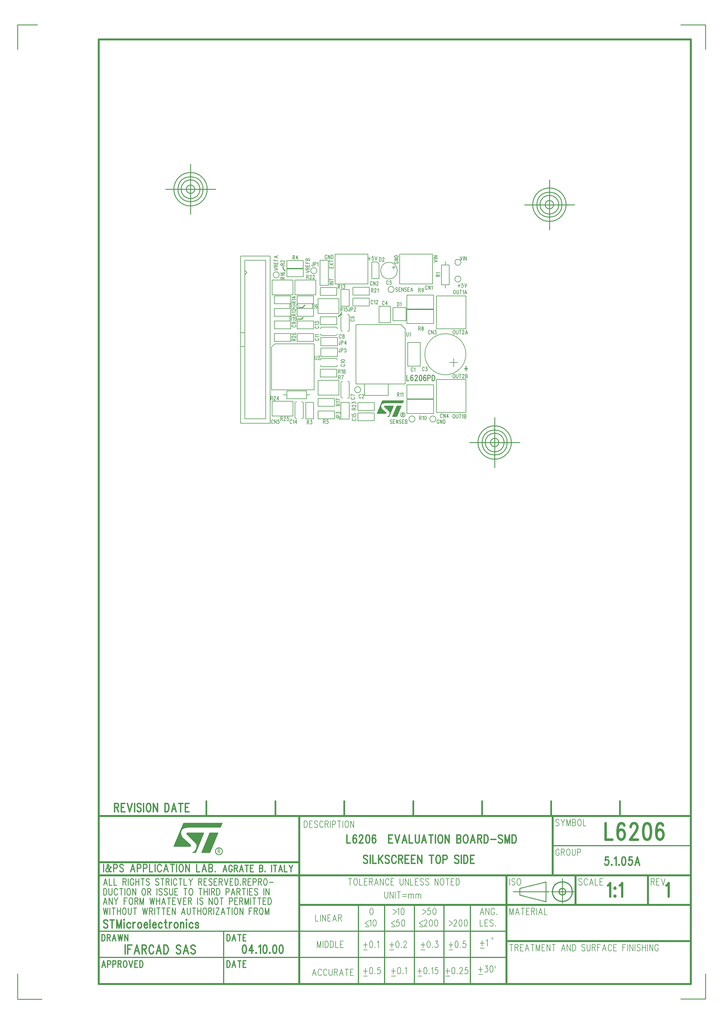
<source format=gbr>
*
*
G04 PowerPCB (Build Number [351.51 ]) generated Gerber (RS-274-X) file*
G04 PC Version=2.1*
*
%IN "L6206Pd-2.pcb"*%
*
%MOIN*%
*
%FSLAX35Y35*%
*
*
*
*
G04 PC Standard Apertures*
*
*
G04 Thermal Relief Aperture macro.*
%AMTER*
1,1,$1,0,0*
1,0,$1-$2,0,0*
21,0,$3,$4,0,0,45*
21,0,$3,$4,0,0,135*
%
*
*
G04 Annular Aperture macro.*
%AMANN*
1,1,$1,0,0*
1,0,$2,0,0*
%
*
*
G04 Odd Aperture macro.*
%AMODD*
1,1,$1,0,0*
1,0,$1-0.005,0,0*
%
*
*
G04 PC Custom Aperture Macros*
*
*
*
*
*
*
G04 PC Aperture Table*
*
%ADD010C,0.02*%
%ADD011C,0.01*%
%ADD012C,0.012*%
%ADD014C,0.024*%
%ADD015C,0.008*%
%ADD016C,0.015*%
%ADD017C,0.007*%
%ADD018C,0.004*%
%ADD027C,0.03*%
%ADD028C,0.025*%
%ADD062C,0.006*%
*
*
*
*
G04 PC Custom Flashes*
G04 Layer Name L6206Pd-2.pcb - flashes*
%LPD*%
*
*
G04 PC Circuitry*
G04 Layer Name L6206Pd-2.pcb - circuitry*
%LPD*%
*
G54D10*
G01X734295Y236644D02*
Y254144D01*
X651795Y236644D02*
Y254144D01*
X569295Y236644D02*
Y254144D01*
X486795Y236644D02*
Y254144D01*
X404295Y236644D02*
Y254144D01*
X321795Y236644D02*
Y254144D01*
X239295Y236644D02*
Y254144D01*
G54D11*
X220295Y1016144D02*
Y956144D01*
X190295Y986144D02*
X250295D01*
X240295D02*
G75*
G03X240295I-20000D01*
G01X235295D02*
G03X235295I-15000D01*
G01X231475D02*
G03X231475I-11180D01*
G01X225295D02*
G03X225295I-5000D01*
G01X649795Y997644D02*
Y937644D01*
X619795Y967644D02*
X679795D01*
X669795D02*
G03X669795I-20000D01*
G01X664795D02*
G03X664795I-15000D01*
G01X660975D02*
G03X660975I-11180D01*
G01X654795D02*
G03X654795I-5000D01*
G01X13409Y17471D02*
Y47372D01*
X836638Y1182825D02*
Y1153672D01*
Y1182825D02*
X807063D01*
X606275Y145798D02*
X649582D01*
X653519D02*
X677141D01*
X665330Y133987D02*
Y157609D01*
X645645D02*
Y133987D01*
X614149Y141861*
Y149735*
X645645Y157609*
X665330D02*
Y161546D01*
X653519Y145798D02*
X651551D01*
X677141D02*
X679110D01*
X665330Y133987D02*
Y132018D01*
X257043Y227254D02*
X212161D01*
X257043Y226664D02*
X212161D01*
X256452Y226073D02*
X211571D01*
X256452Y225483D02*
X211571D01*
X256452Y224892D02*
X210980D01*
X255862Y224301D02*
X210980D01*
X255271Y223711D02*
X215704D01*
Y223120*
X217476Y223711D02*
X210389D01*
X215114Y223120D02*
X210980D01*
X212161Y222530D02*
X209799D01*
X211571Y221939D02*
X209799D01*
X210980D02*
X209799D01*
X213342Y223120D02*
X210389D01*
Y221349D02*
X209208D01*
Y220168D02*
X210980Y221939D01*
X208027Y216624D02*
X207437D01*
X208027Y216034D02*
X207437D01*
X209208Y220168D02*
X210389Y221349D01*
X208027Y215443D02*
X206846D01*
X208027Y214853D02*
X206846D01*
X208027Y214262D02*
X206846D01*
X208027Y213672D02*
X206256D01*
X208618Y213081D02*
X206256D01*
X208618Y212490D02*
X205665D01*
X208618Y211900D02*
X205665D01*
X209208Y211309D02*
X205665D01*
X209799Y210719D02*
X205075D01*
X209799Y210128D02*
X205075D01*
X210389Y209538D02*
X204484D01*
X210980Y208947D02*
X204484D01*
X212161Y208357D02*
X204484D01*
X212752Y207766D02*
X203893D01*
X213342Y207175D02*
X203303D01*
X213933Y206585D02*
X203303D01*
X214523Y205994D02*
X203303D01*
X215114Y205404D02*
X202712D01*
X215704Y204813D02*
X202712D01*
X216295Y204223D02*
X202122D01*
X217476Y203632D02*
X202122D01*
X218067Y203042D02*
X202122D01*
X218657Y202451D02*
X201531D01*
X219248Y201861D02*
X201531D01*
X219838Y201270D02*
X201531D01*
X219838Y200679D02*
X200941D01*
X235193Y215443D02*
X216295D01*
Y214853*
X234602D02*
X216886D01*
X234602Y214262D02*
X216886D01*
X234602Y213672D02*
X217476D01*
X234012Y213081D02*
X218657D01*
X234012Y212490D02*
X218657D01*
X233421Y211900D02*
X219838D01*
X233421Y211309D02*
X220429D01*
X233421Y210719D02*
X221019D01*
X232830Y210128D02*
X221610D01*
X232830Y209538D02*
X222201D01*
X232240Y208947D02*
X222791D01*
X232240Y208357D02*
X223382D01*
X231649Y207766D02*
X223972D01*
X231649Y207175D02*
X224563D01*
X231649Y206585D02*
X224563D01*
X231059Y205994D02*
X225744D01*
X231059Y205404D02*
X226334D01*
X230468Y204813D02*
X226925D01*
X230468Y204223D02*
X226925D01*
X230468Y203632D02*
X227515D01*
X229878Y203042D02*
X228106D01*
X229878Y202451D02*
X228106D01*
X229287Y201861D02*
X228106D01*
X229287Y201270D02*
X228106D01*
X229287Y200679D02*
X228106D01*
X228697Y200089D02*
X228106D01*
X228697Y199498D02*
X228106D01*
Y198908D02*
Y197727D01*
X227515Y195955D02*
X226925D01*
Y195364D02*
X226334D01*
X226925Y194774D02*
X225744D01*
X226334Y194183D02*
X225744D01*
X226334Y193593D02*
X225153D01*
X243460Y215443D02*
X252319D01*
X243460Y214853D02*
X251728D01*
X242870Y214262D02*
X251728D01*
X242870Y213672D02*
X251138D01*
X242279Y213081D02*
X251138D01*
X242279Y212490D02*
X250547D01*
X242279Y211900D02*
X250547D01*
X241689Y211309D02*
X250547D01*
X241689Y210719D02*
X249956D01*
X241098Y210128D02*
X249956D01*
X241098Y209538D02*
X249366D01*
X240508Y208947D02*
X249366D01*
X240508Y208357D02*
X249366D01*
X240508Y207766D02*
X248775D01*
X239917Y207175D02*
X248775D01*
X239917Y206585D02*
X248185D01*
X239326Y205994D02*
X248185D01*
Y205404*
X239326D02*
X247594D01*
Y204813*
X238736Y204223D02*
X247594D01*
X238736Y204813D02*
X247004D01*
X238736Y203632D02*
X247004D01*
Y203042*
X238145D02*
X246413D01*
Y202451*
X238145D02*
X245823D01*
X237555Y201861D02*
X246413D01*
X237555Y201270D02*
X246413D01*
X237555Y200679D02*
X245823D01*
X236964Y200089D02*
X245823D01*
X236964Y199498D02*
X245232D01*
X236374Y198908D02*
X245232D01*
X236374Y198317D02*
X245232D01*
X235783Y197727D02*
X244641D01*
X235783Y197136D02*
X244641D01*
X235783Y196546D02*
X244051D01*
X235193Y195955D02*
X244051D01*
X235193Y195364D02*
X244051D01*
X235193Y194774D02*
X243460D01*
X234602Y194183D02*
X243460D01*
X234602Y193593D02*
X242870D01*
X258417Y194144D02*
G03X258417I-4122D01*
G01X243311Y216250D02*
X252913D01*
X243311Y192939*
X233704*
X243311Y216250*
X217799D02*
X236008D01*
X226401Y192939*
X222701*
X224000Y193238*
X225201Y194140*
X227303Y197140*
X227901Y201242*
X227204Y203345*
X225701Y205242*
X217299Y213349*
X215897Y214648*
X215598Y215550*
X216299Y216050*
X217799Y216250*
X211795Y209144D02*
X210295Y210447D01*
X209094Y212349*
X208496Y214648*
X208397Y217050*
X209197Y219349*
X210795Y221349*
X213598Y222652*
X217598Y223152*
X255815Y223050*
X257913Y227853*
X211795*
X200193Y200144*
X218000*
X219401*
X220098Y200644*
X220201Y201542*
X219299Y202443*
X211795Y209144*
X807063Y17471D02*
X836638D01*
Y47372*
X13362Y17175D02*
X42153D01*
X13409Y1182825D02*
Y1153672D01*
Y1182805D02*
X37035D01*
X348315Y830754D02*
X352815D01*
X354815Y832754*
X349815Y844754D02*
X354315D01*
X357065Y847504*
X396815Y833754D02*
X400565Y837504D01*
Y839254*
X330815Y894254D02*
Y891254D01*
X333565Y888504*
X584295Y713144D02*
Y653144D01*
X554295Y683144D02*
X614295D01*
X604295D02*
G03X604295I-20000D01*
G01X599295D02*
G03X599295I-15000D01*
G01X595475D02*
G03X595475I-11180D01*
G01X589295D02*
G03X589295I-5000D01*
G01X118299Y161546D02*
X116118Y153671D01*
X118299Y161546D02*
X120481Y153671D01*
X116936Y156296D02*
X119663D01*
X122936Y161546D02*
Y153671D01*
X126208*
X128663Y161546D02*
Y153671D01*
X131936*
X139299Y161546D02*
Y153671D01*
Y161546D02*
X141754D01*
X142572Y161171*
X142572D02*
X142845Y160796D01*
X143118Y160046*
Y159296*
X142845Y158546*
X142572Y158171*
X142572D02*
X141754Y157796D01*
X139299*
X141208D02*
X143118Y153671D01*
X145572Y161546D02*
Y153671D01*
X152118Y159671D02*
X151845Y160421D01*
X151299Y161171*
X151299D02*
X150754Y161546D01*
X149663*
X149118Y161171*
X148572Y160421*
X148572D02*
X148299Y159671D01*
X148299D02*
X148027Y158546D01*
Y156671*
X148299Y155546*
X148299D02*
X148572Y154796D01*
X148572D02*
X149118Y154046D01*
X149663Y153671*
X150754*
X151299Y154046*
X151299D02*
X151845Y154796D01*
X152118Y155546*
Y156671*
X150754D02*
X152118D01*
X154572Y161546D02*
Y153671D01*
X158390Y161546D02*
Y153671D01*
X154572Y157796D02*
X158390D01*
X162754Y161546D02*
Y153671D01*
X160845Y161546D02*
X164663D01*
X170936Y160421D02*
X170390Y161171D01*
X170390D02*
X169572Y161546D01*
X169572D02*
X168481D01*
X168481D02*
X167663Y161171D01*
X167118Y160421*
Y159671*
X167390Y158921*
X167390D02*
X167663Y158546D01*
X168208Y158171*
X168208D02*
X169845Y157421D01*
X170390Y157046*
X170390D02*
X170663Y156671D01*
X170936Y155921*
Y154796*
X170390Y154046*
X170390D02*
X169572Y153671D01*
X169572D02*
X168481D01*
X168481D02*
X167663Y154046D01*
X167118Y154796*
X182118Y160421D02*
X181572Y161171D01*
X181572D02*
X180754Y161546D01*
X179663*
X178845Y161171*
X178299Y160421*
X178299D02*
Y159671D01*
X178299D02*
X178572Y158921D01*
X178572D02*
X178845Y158546D01*
X179390Y158171*
X179390D02*
X181027Y157421D01*
X181572Y157046*
X181572D02*
X181845Y156671D01*
X182118Y155921*
Y154796*
X181572Y154046*
X181572D02*
X180754Y153671D01*
X179663*
X178845Y154046*
X178299Y154796*
X186481Y161546D02*
Y153671D01*
X184572Y161546D02*
X188390D01*
X190845D02*
Y153671D01*
Y161546D02*
X193299D01*
X193299D02*
X194118Y161171D01*
X194390Y160796*
X194390D02*
X194663Y160046D01*
Y159296*
X194390Y158546*
X194390D02*
X194118Y158171D01*
X193299Y157796*
X193299D02*
X190845D01*
X192754D02*
X194663Y153671D01*
X197118Y161546D02*
Y153671D01*
X203663Y159671D02*
X203390Y160421D01*
X203390D02*
X202845Y161171D01*
X202299Y161546*
X202299D02*
X201208D01*
X201208D02*
X200663Y161171D01*
X200118Y160421*
X199845Y159671*
X199572Y158546*
X199572D02*
Y156671D01*
X199572D02*
X199845Y155546D01*
X200118Y154796*
X200663Y154046*
X201208Y153671*
X201208D02*
X202299D01*
X202299D02*
X202845Y154046D01*
X203390Y154796*
X203390D02*
X203663Y155546D01*
X208027Y161546D02*
Y153671D01*
X206118Y161546D02*
X209936D01*
X212390D02*
Y153671D01*
X212390D02*
X215663D01*
X218118Y161546D02*
X220299Y157796D01*
X220299D02*
Y153671D01*
X222481Y161546D02*
X220299Y157796D01*
X229845Y161546D02*
Y153671D01*
Y161546D02*
X232299D01*
X232299D02*
X233118Y161171D01*
X233390Y160796*
X233390D02*
X233663Y160046D01*
Y159296*
X233390Y158546*
X233390D02*
X233118Y158171D01*
X232299Y157796*
X232299D02*
X229845D01*
X231754D02*
X233663Y153671D01*
X236118Y161546D02*
Y153671D01*
Y161546D02*
X239663D01*
X236118Y157796D02*
X238299D01*
X236118Y153671D02*
X239663D01*
X245936Y160421D02*
X245390Y161171D01*
X245390D02*
X244572Y161546D01*
X244572D02*
X243481D01*
X243481D02*
X242663Y161171D01*
X242118Y160421*
Y159671*
X242390Y158921*
X242390D02*
X242663Y158546D01*
X243208Y158171*
X243208D02*
X244845Y157421D01*
X245390Y157046*
X245390D02*
X245663Y156671D01*
X245936Y155921*
Y154796*
X245390Y154046*
X245390D02*
X244572Y153671D01*
X244572D02*
X243481D01*
X243481D02*
X242663Y154046D01*
X242118Y154796*
X248390Y161546D02*
Y153671D01*
Y161546D02*
X251936D01*
X248390Y157796D02*
X250572D01*
X248390Y153671D02*
X251936D01*
X254390Y161546D02*
Y153671D01*
Y161546D02*
X256845D01*
X257663Y161171*
X257936Y160796*
X258208Y160046*
X258208D02*
Y159296D01*
X258208D02*
X257936Y158546D01*
X257663Y158171*
X256845Y157796*
X254390*
X256299D02*
X258208Y153671D01*
X260663Y161546D02*
X262845Y153671D01*
X265027Y161546D02*
X262845Y153671D01*
X267481Y161546D02*
Y153671D01*
Y161546D02*
X271027D01*
X267481Y157796D02*
X269663D01*
X267481Y153671D02*
X271027D01*
X273481Y161546D02*
Y153671D01*
Y161546D02*
X275390D01*
X275390D02*
X276208Y161171D01*
X276208D02*
X276754Y160421D01*
X277027Y159671*
X277299Y158546*
X277299D02*
Y156671D01*
X277299D02*
X277027Y155546D01*
X276754Y154796*
X276208Y154046*
X276208D02*
X275390Y153671D01*
X275390D02*
X273481D01*
X280027Y154421D02*
X279754Y154046D01*
X280027Y153671*
X280299Y154046*
X280299D02*
X280027Y154421D01*
X282754Y161546D02*
Y153671D01*
Y161546D02*
X285208D01*
X285208D02*
X286027Y161171D01*
X286299Y160796*
X286299D02*
X286572Y160046D01*
X286572D02*
Y159296D01*
X286572D02*
X286299Y158546D01*
X286299D02*
X286027Y158171D01*
X285208Y157796*
X285208D02*
X282754D01*
X284663D02*
X286572Y153671D01*
X289027Y161546D02*
Y153671D01*
Y161546D02*
X292572D01*
X289027Y157796D02*
X291208D01*
X289027Y153671D02*
X292572D01*
X295027Y161546D02*
Y153671D01*
Y161546D02*
X297481D01*
X297481D02*
X298299Y161171D01*
X298299D02*
X298572Y160796D01*
X298572D02*
X298845Y160046D01*
Y158921*
X298572Y158171*
X298572D02*
X298299Y157796D01*
X298299D02*
X297481Y157421D01*
X297481D02*
X295027D01*
X301299Y161546D02*
Y153671D01*
Y161546D02*
X303754D01*
X304572Y161171*
X304572D02*
X304845Y160796D01*
X305118Y160046*
Y159296*
X304845Y158546*
X304572Y158171*
X304572D02*
X303754Y157796D01*
X301299*
X303208D02*
X305118Y153671D01*
X309208Y161546D02*
X308663Y161171D01*
X308118Y160421*
X307845Y159671*
X307572Y158546*
X307572D02*
Y156671D01*
X307572D02*
X307845Y155546D01*
X308118Y154796*
X308663Y154046*
X309208Y153671*
X309208D02*
X310299D01*
X310299D02*
X310845Y154046D01*
X311390Y154796*
X311390D02*
X311663Y155546D01*
X311936Y156671*
Y158546*
X311663Y159671*
X311390Y160421*
X311390D02*
X310845Y161171D01*
X310299Y161546*
X310299D02*
X309208D01*
X314390Y157046D02*
X319299D01*
X116118Y149735D02*
Y141860D01*
Y149735D02*
X118027D01*
X118845Y149360*
X119390Y148610*
X119390D02*
X119663Y147860D01*
X119936Y146735*
Y144860*
X119663Y143735*
X119390Y142985*
X119390D02*
X118845Y142235D01*
X118027Y141860*
X116118*
X122390Y149735D02*
Y144110D01*
X122390D02*
X122663Y142985D01*
X123208Y142235*
X123208D02*
X124027Y141860D01*
X124572*
X124572D02*
X125390Y142235D01*
X125390D02*
X125936Y142985D01*
X126208Y144110*
X126208D02*
Y149735D01*
X132754Y147860D02*
X132481Y148610D01*
X132481D02*
X131936Y149360D01*
X131390Y149735*
X131390D02*
X130299D01*
X130299D02*
X129754Y149360D01*
X129208Y148610*
X129208D02*
X128936Y147860D01*
X128663Y146735*
Y144860*
X128936Y143735*
X129208Y142985*
X129208D02*
X129754Y142235D01*
X130299Y141860*
X130299D02*
X131390D01*
X131390D02*
X131936Y142235D01*
X132481Y142985*
X132481D02*
X132754Y143735D01*
X137118Y149735D02*
Y141860D01*
X135208Y149735D02*
X139027D01*
X141481D02*
Y141860D01*
X145572Y149735D02*
X145027Y149360D01*
X144481Y148610*
X144481D02*
X144208Y147860D01*
X144208D02*
X143936Y146735D01*
Y144860*
X144208Y143735*
X144208D02*
X144481Y142985D01*
X144481D02*
X145027Y142235D01*
X145572Y141860*
X145572D02*
X146663D01*
X147208Y142235*
X147208D02*
X147754Y142985D01*
X148027Y143735*
X148299Y144860*
X148299D02*
Y146735D01*
X148299D02*
X148027Y147860D01*
X147754Y148610*
X147208Y149360*
X147208D02*
X146663Y149735D01*
X145572*
X150754D02*
Y141860D01*
Y149735D02*
X154572Y141860D01*
Y149735D02*
Y141860D01*
X163572Y149735D02*
X163027Y149360D01*
X162481Y148610*
X162481D02*
X162208Y147860D01*
X162208D02*
X161936Y146735D01*
Y144860*
X162208Y143735*
X162208D02*
X162481Y142985D01*
X162481D02*
X163027Y142235D01*
X163572Y141860*
X163572D02*
X164663D01*
X165208Y142235*
X165208D02*
X165754Y142985D01*
X166027Y143735*
X166299Y144860*
X166299D02*
Y146735D01*
X166299D02*
X166027Y147860D01*
X165754Y148610*
X165208Y149360*
X165208D02*
X164663Y149735D01*
X163572*
X168754D02*
Y141860D01*
Y149735D02*
X171208D01*
X171208D02*
X172027Y149360D01*
X172299Y148985*
X172299D02*
X172572Y148235D01*
X172572D02*
Y147485D01*
X172572D02*
X172299Y146735D01*
X172299D02*
X172027Y146360D01*
X171208Y145985*
X171208D02*
X168754D01*
X170663D02*
X172572Y141860D01*
X179936Y149735D02*
Y141860D01*
X186208Y148610D02*
X185663Y149360D01*
X184845Y149735*
X183754*
X182936Y149360*
X182390Y148610*
X182390D02*
Y147860D01*
X182390D02*
X182663Y147110D01*
X182936Y146735*
X183481Y146360*
X183481D02*
X185118Y145610D01*
X185663Y145235*
X185936Y144860*
X186208Y144110*
X186208D02*
Y142985D01*
X186208D02*
X185663Y142235D01*
X184845Y141860*
X183754*
X182936Y142235*
X182390Y142985*
X192481Y148610D02*
X191936Y149360D01*
X191118Y149735*
X190027*
X189208Y149360*
X189208D02*
X188663Y148610D01*
Y147860*
X188936Y147110*
X189208Y146735*
X189208D02*
X189754Y146360D01*
X191390Y145610*
X191390D02*
X191936Y145235D01*
X192208Y144860*
X192208D02*
X192481Y144110D01*
X192481D02*
Y142985D01*
X192481D02*
X191936Y142235D01*
X191118Y141860*
X190027*
X189208Y142235*
X189208D02*
X188663Y142985D01*
X194936Y149735D02*
Y144110D01*
X195208Y142985*
X195208D02*
X195754Y142235D01*
X196572Y141860*
X196572D02*
X197118D01*
X197936Y142235*
X198481Y142985*
X198481D02*
X198754Y144110D01*
Y149735*
X201208D02*
Y141860D01*
Y149735D02*
X204754D01*
X201208Y145985D02*
X203390D01*
X201208Y141860D02*
X204754D01*
X214027Y149735D02*
Y141860D01*
X212118Y149735D02*
X215936D01*
X220027D02*
X219481Y149360D01*
X219481D02*
X218936Y148610D01*
X218663Y147860*
X218390Y146735*
X218390D02*
Y144860D01*
X218390D02*
X218663Y143735D01*
X218936Y142985*
X219481Y142235*
X219481D02*
X220027Y141860D01*
X221118*
X221663Y142235*
X222208Y142985*
X222208D02*
X222481Y143735D01*
X222481D02*
X222754Y144860D01*
Y146735*
X222481Y147860*
X222481D02*
X222208Y148610D01*
X222208D02*
X221663Y149360D01*
X221118Y149735*
X220027*
X232027D02*
Y141860D01*
X230118Y149735D02*
X233936D01*
X236390D02*
Y141860D01*
X240208Y149735D02*
Y141860D01*
X236390Y145985D02*
X240208D01*
X242663Y149735D02*
Y141860D01*
X245118Y149735D02*
Y141860D01*
Y149735D02*
X247572D01*
X247572D02*
X248390Y149360D01*
X248390D02*
X248663Y148985D01*
X248936Y148235*
Y147485*
X248663Y146735*
X248390Y146360*
X248390D02*
X247572Y145985D01*
X247572D02*
X245118D01*
X247027D02*
X248936Y141860D01*
X251390Y149735D02*
Y141860D01*
Y149735D02*
X253299D01*
X253299D02*
X254118Y149360D01*
X254663Y148610*
X254936Y147860*
X255208Y146735*
X255208D02*
Y144860D01*
X255208D02*
X254936Y143735D01*
X254663Y142985*
X254118Y142235*
X253299Y141860*
X253299D02*
X251390D01*
X262572Y149735D02*
Y141860D01*
Y149735D02*
X265027D01*
X265845Y149360*
X266118Y148985*
X266390Y148235*
X266390D02*
Y147110D01*
X266390D02*
X266118Y146360D01*
X265845Y145985*
X265027Y145610*
X262572*
X271027Y149735D02*
X268845Y141860D01*
X271027Y149735D02*
X273208Y141860D01*
X269663Y144485D02*
X272390D01*
X275663Y149735D02*
Y141860D01*
Y149735D02*
X278118D01*
X278936Y149360*
X279208Y148985*
X279208D02*
X279481Y148235D01*
X279481D02*
Y147485D01*
X279481D02*
X279208Y146735D01*
X279208D02*
X278936Y146360D01*
X278118Y145985*
X275663*
X277572D02*
X279481Y141860D01*
X283845Y149735D02*
Y141860D01*
X281936Y149735D02*
X285754D01*
X288208D02*
Y141860D01*
X290663Y149735D02*
Y141860D01*
Y149735D02*
X294208D01*
X290663Y145985D02*
X292845D01*
X290663Y141860D02*
X294208D01*
X300481Y148610D02*
X299936Y149360D01*
X299118Y149735*
X298027*
X297208Y149360*
X297208D02*
X296663Y148610D01*
Y147860*
X296936Y147110*
X297208Y146735*
X297208D02*
X297754Y146360D01*
X299390Y145610*
X299390D02*
X299936Y145235D01*
X300208Y144860*
X300208D02*
X300481Y144110D01*
X300481D02*
Y142985D01*
X300481D02*
X299936Y142235D01*
X299118Y141860*
X298027*
X297208Y142235*
X297208D02*
X296663Y142985D01*
X307845Y149735D02*
Y141860D01*
X310299Y149735D02*
Y141860D01*
Y149735D02*
X314118Y141860D01*
Y149735D02*
Y141860D01*
X117976Y138519D02*
X115795Y130644D01*
X117976Y138519D02*
X120158Y130644D01*
X116613Y133269D02*
X119340D01*
X122613Y138519D02*
Y130644D01*
Y138519D02*
X126431Y130644D01*
Y138519D02*
Y130644D01*
X128885Y138519D02*
X131067Y134769D01*
X131067D02*
Y130644D01*
X133249Y138519D02*
X131067Y134769D01*
X140613Y138519D02*
Y130644D01*
Y138519D02*
X144158D01*
X140613Y134769D02*
X142795D01*
X148249Y138519D02*
X147704Y138144D01*
X147158Y137394*
X147158D02*
X146885Y136644D01*
X146885D02*
X146613Y135519D01*
Y133644*
X146885Y132519*
X146885D02*
X147158Y131769D01*
X147158D02*
X147704Y131019D01*
X148249Y130644*
X148249D02*
X149340D01*
X149885Y131019*
X149885D02*
X150431Y131769D01*
X150704Y132519*
X150976Y133644*
X150976D02*
Y135519D01*
X150976D02*
X150704Y136644D01*
X150431Y137394*
X149885Y138144*
X149885D02*
X149340Y138519D01*
X148249*
X153431D02*
Y130644D01*
Y138519D02*
X155885D01*
X155885D02*
X156704Y138144D01*
X156976Y137769*
X156976D02*
X157249Y137019D01*
X157249D02*
Y136269D01*
X157249D02*
X156976Y135519D01*
X156976D02*
X156704Y135144D01*
X155885Y134769*
X155885D02*
X153431D01*
X155340D02*
X157249Y130644D01*
X159704Y138519D02*
Y130644D01*
Y138519D02*
X161885Y130644D01*
X164067Y138519D02*
X161885Y130644D01*
X164067Y138519D02*
Y130644D01*
X171431Y138519D02*
X172795Y130644D01*
X174158Y138519D02*
X172795Y130644D01*
X174158Y138519D02*
X175522Y130644D01*
X176885Y138519D02*
X175522Y130644D01*
X179340Y138519D02*
Y130644D01*
X183158Y138519D02*
Y130644D01*
X179340Y134769D02*
X183158D01*
X187795Y138519D02*
X185613Y130644D01*
X187795Y138519D02*
X189976Y130644D01*
X186431Y133269D02*
X189158D01*
X194340Y138519D02*
Y130644D01*
X192431Y138519D02*
X196249D01*
X198704D02*
Y130644D01*
Y138519D02*
X202249D01*
X198704Y134769D02*
X200885D01*
X198704Y130644D02*
X202249D01*
X204704Y138519D02*
X206885Y130644D01*
X209067Y138519D02*
X206885Y130644D01*
X211522Y138519D02*
Y130644D01*
Y138519D02*
X215067D01*
X211522Y134769D02*
X213704D01*
X211522Y130644D02*
X215067D01*
X217522Y138519D02*
Y130644D01*
Y138519D02*
X219976D01*
X219976D02*
X220795Y138144D01*
X221067Y137769*
X221067D02*
X221340Y137019D01*
Y136269*
X221067Y135519*
X221067D02*
X220795Y135144D01*
X219976Y134769*
X219976D02*
X217522D01*
X219431D02*
X221340Y130644D01*
X228704Y138519D02*
Y130644D01*
X234976Y137394D02*
X234431Y138144D01*
X233613Y138519*
X232522*
X231704Y138144*
X231158Y137394*
X231158D02*
Y136644D01*
X231158D02*
X231431Y135894D01*
X231704Y135519*
X232249Y135144*
X232249D02*
X233885Y134394D01*
X233885D02*
X234431Y134019D01*
X234704Y133644*
X234976Y132894*
X234976D02*
Y131769D01*
X234976D02*
X234431Y131019D01*
X233613Y130644*
X232522*
X231704Y131019*
X231158Y131769*
X242340Y138519D02*
Y130644D01*
Y138519D02*
X246158Y130644D01*
Y138519D02*
Y130644D01*
X250249Y138519D02*
X249704Y138144D01*
X249158Y137394*
X249158D02*
X248885Y136644D01*
X248885D02*
X248613Y135519D01*
Y133644*
X248885Y132519*
X248885D02*
X249158Y131769D01*
X249158D02*
X249704Y131019D01*
X250249Y130644*
X250249D02*
X251340D01*
X251885Y131019*
X251885D02*
X252431Y131769D01*
X252704Y132519*
X252976Y133644*
X252976D02*
Y135519D01*
X252976D02*
X252704Y136644D01*
X252431Y137394*
X251885Y138144*
X251885D02*
X251340Y138519D01*
X250249*
X257340D02*
Y130644D01*
X255431Y138519D02*
X259249D01*
X266613D02*
Y130644D01*
Y138519D02*
X269067D01*
X269067D02*
X269885Y138144D01*
X269885D02*
X270158Y137769D01*
X270158D02*
X270431Y137019D01*
Y135894*
X270158Y135144*
X270158D02*
X269885Y134769D01*
X269885D02*
X269067Y134394D01*
X269067D02*
X266613D01*
X272885Y138519D02*
Y130644D01*
Y138519D02*
X276431D01*
X272885Y134769D02*
X275067D01*
X272885Y130644D02*
X276431D01*
X278885Y138519D02*
Y130644D01*
Y138519D02*
X281340D01*
X282158Y138144*
X282158D02*
X282431Y137769D01*
X282704Y137019*
Y136269*
X282431Y135519*
X282158Y135144*
X282158D02*
X281340Y134769D01*
X278885*
X280795D02*
X282704Y130644D01*
X285158Y138519D02*
Y130644D01*
Y138519D02*
X287340Y130644D01*
X289522Y138519D02*
X287340Y130644D01*
X289522Y138519D02*
Y130644D01*
X291976Y138519D02*
Y130644D01*
X296340Y138519D02*
Y130644D01*
X294431Y138519D02*
X298249D01*
X302613D02*
Y130644D01*
X300704Y138519D02*
X304522D01*
X306976D02*
Y130644D01*
Y138519D02*
X310522D01*
X306976Y134769D02*
X309158D01*
X306976Y130644D02*
X310522D01*
X312976Y138519D02*
Y130644D01*
Y138519D02*
X314885D01*
X314885D02*
X315704Y138144D01*
X316249Y137394*
X316249D02*
X316522Y136644D01*
X316795Y135519*
Y133644*
X316522Y132519*
X316249Y131769*
X316249D02*
X315704Y131019D01*
X314885Y130644*
X314885D02*
X312976D01*
X115795Y126519D02*
X117158Y118644D01*
X118522Y126519D02*
X117158Y118644D01*
X118522Y126519D02*
X119885Y118644D01*
X121249Y126519D02*
X119885Y118644D01*
X123704Y126519D02*
Y118644D01*
X128067Y126519D02*
Y118644D01*
X126158Y126519D02*
X129976D01*
X132431D02*
Y118644D01*
X136249Y126519D02*
Y118644D01*
X132431Y122769D02*
X136249D01*
X140340Y126519D02*
X139795Y126144D01*
X139249Y125394*
X139249D02*
X138976Y124644D01*
X138976D02*
X138704Y123519D01*
Y121644*
X138976Y120519*
X138976D02*
X139249Y119769D01*
X139249D02*
X139795Y119019D01*
X140340Y118644*
X141431*
X141976Y119019*
X141976D02*
X142522Y119769D01*
X142795Y120519*
X143067Y121644*
X143067D02*
Y123519D01*
X143067D02*
X142795Y124644D01*
X142522Y125394*
X141976Y126144*
X141976D02*
X141431Y126519D01*
X140340*
X145522D02*
Y120894D01*
X145795Y119769*
X146340Y119019*
X147158Y118644*
X147158D02*
X147704D01*
X148522Y119019*
X149067Y119769*
X149067D02*
X149340Y120894D01*
Y126519*
X153704D02*
Y118644D01*
X151795Y126519D02*
X155613D01*
X162976D02*
X164340Y118644D01*
X165704Y126519D02*
X164340Y118644D01*
X165704Y126519D02*
X167067Y118644D01*
X168431Y126519D02*
X167067Y118644D01*
X170885Y126519D02*
Y118644D01*
Y126519D02*
X173340D01*
X174158Y126144*
X174158D02*
X174431Y125769D01*
X174704Y125019*
Y124269*
X174431Y123519*
X174158Y123144*
X174158D02*
X173340Y122769D01*
X170885*
X172795D02*
X174704Y118644D01*
X177158Y126519D02*
Y118644D01*
X181522Y126519D02*
Y118644D01*
X179613Y126519D02*
X183431D01*
X187795D02*
Y118644D01*
X185885Y126519D02*
X189704D01*
X192158D02*
Y118644D01*
Y126519D02*
X195704D01*
X192158Y122769D02*
X194340D01*
X192158Y118644D02*
X195704D01*
X198158Y126519D02*
Y118644D01*
Y126519D02*
X201976Y118644D01*
Y126519D02*
Y118644D01*
X211522Y126519D02*
X209340Y118644D01*
X211522Y126519D02*
X213704Y118644D01*
X210158Y121269D02*
X212885D01*
X216158Y126519D02*
Y120894D01*
X216158D02*
X216431Y119769D01*
X216976Y119019*
X216976D02*
X217795Y118644D01*
X218340*
X219158Y119019*
X219158D02*
X219704Y119769D01*
X219976Y120894*
X219976D02*
Y126519D01*
X224340D02*
Y118644D01*
X222431Y126519D02*
X226249D01*
X228704D02*
Y118644D01*
X232522Y126519D02*
Y118644D01*
X228704Y122769D02*
X232522D01*
X236613Y126519D02*
X236067Y126144D01*
X236067D02*
X235522Y125394D01*
X235249Y124644*
X235249D02*
X234976Y123519D01*
X234976D02*
Y121644D01*
X234976D02*
X235249Y120519D01*
X235249D02*
X235522Y119769D01*
X236067Y119019*
X236067D02*
X236613Y118644D01*
X237704*
X238249Y119019*
X238249D02*
X238795Y119769D01*
X239067Y120519*
X239067D02*
X239340Y121644D01*
Y123519*
X239067Y124644*
X239067D02*
X238795Y125394D01*
X238249Y126144*
X238249D02*
X237704Y126519D01*
X236613*
X241795D02*
Y118644D01*
Y126519D02*
X244249D01*
X244249D02*
X245067Y126144D01*
X245067D02*
X245340Y125769D01*
X245613Y125019*
Y124269*
X245340Y123519*
X245067Y123144*
X245067D02*
X244249Y122769D01*
X244249D02*
X241795D01*
X243704D02*
X245613Y118644D01*
X248067Y126519D02*
Y118644D01*
X254340Y126519D02*
X250522Y118644D01*
Y126519D02*
X254340D01*
X250522Y118644D02*
X254340D01*
X258976Y126519D02*
X256795Y118644D01*
X258976Y126519D02*
X261158Y118644D01*
X257613Y121269D02*
X260340D01*
X265522Y126519D02*
Y118644D01*
X263613Y126519D02*
X267431D01*
X269885D02*
Y118644D01*
X273976Y126519D02*
X273431Y126144D01*
X272885Y125394*
X272885D02*
X272613Y124644D01*
X272340Y123519*
Y121644*
X272613Y120519*
X272885Y119769*
X272885D02*
X273431Y119019D01*
X273976Y118644*
X273976D02*
X275067D01*
X275067D02*
X275613Y119019D01*
X276158Y119769*
X276158D02*
X276431Y120519D01*
X276704Y121644*
Y123519*
X276431Y124644*
X276158Y125394*
X276158D02*
X275613Y126144D01*
X275067Y126519*
X275067D02*
X273976D01*
X279158D02*
Y118644D01*
Y126519D02*
X282976Y118644D01*
Y126519D02*
Y118644D01*
X290340Y126519D02*
Y118644D01*
Y126519D02*
X293885D01*
X290340Y122769D02*
X292522D01*
X296340Y126519D02*
Y118644D01*
Y126519D02*
X298795D01*
X299613Y126144*
X299885Y125769*
X299885D02*
X300158Y125019D01*
X300158D02*
Y124269D01*
X300158D02*
X299885Y123519D01*
X299885D02*
X299613Y123144D01*
X298795Y122769*
X296340*
X298249D02*
X300158Y118644D01*
X304249Y126519D02*
X303704Y126144D01*
X303158Y125394*
X303158D02*
X302885Y124644D01*
X302885D02*
X302613Y123519D01*
Y121644*
X302885Y120519*
X302885D02*
X303158Y119769D01*
X303158D02*
X303704Y119019D01*
X304249Y118644*
X304249D02*
X305340D01*
X305885Y119019*
X305885D02*
X306431Y119769D01*
X306704Y120519*
X306976Y121644*
X306976D02*
Y123519D01*
X306976D02*
X306704Y124644D01*
X306431Y125394*
X305885Y126144*
X305885D02*
X305340Y126519D01*
X304249*
X309431D02*
Y118644D01*
Y126519D02*
X311613Y118644D01*
X313795Y126519D02*
X311613Y118644D01*
X313795Y126519D02*
Y118644D01*
X478815Y763816D02*
Y757254D01*
X481542*
X486315Y762879D02*
X486087Y763504D01*
X486087D02*
X485405Y763816D01*
X485405D02*
X484951D01*
X484951D02*
X484269Y763504D01*
X484269D02*
X483815Y762566D01*
X483815D02*
X483587Y761004D01*
X483587D02*
Y759441D01*
X483587D02*
X483815Y758191D01*
X483815D02*
X484269Y757566D01*
X484269D02*
X484951Y757254D01*
X485178*
X485178D02*
X485860Y757566D01*
X485860D02*
X486315Y758191D01*
X486315D02*
X486542Y759129D01*
Y759441*
X486542D02*
X486315Y760379D01*
X485860Y761004*
X485178Y761316*
X485178D02*
X484951D01*
X484951D02*
X484269Y761004D01*
X484269D02*
X483815Y760379D01*
X483587Y759441*
X488815Y762254D02*
Y762566D01*
X488815D02*
X489042Y763191D01*
X489042D02*
X489269Y763504D01*
X489269D02*
X489724Y763816D01*
X489724D02*
X490633D01*
X490633D02*
X491087Y763504D01*
X491087D02*
X491315Y763191D01*
X491315D02*
X491542Y762566D01*
X491542D02*
Y761941D01*
X491542D02*
X491315Y761316D01*
X491315D02*
X490860Y760379D01*
X488587Y757254*
X488587D02*
X491769D01*
X495178Y763816D02*
X494496Y763504D01*
X494496D02*
X494042Y762566D01*
X494042D02*
X493815Y761004D01*
Y760066*
X493815D02*
X494042Y758504D01*
X494496Y757566*
X494496D02*
X495178Y757254D01*
X495178D02*
X495633D01*
X496315Y757566*
X496315D02*
X496769Y758504D01*
X496769D02*
X496996Y760066D01*
X496996D02*
Y761004D01*
X496996D02*
X496769Y762566D01*
X496769D02*
X496315Y763504D01*
X495633Y763816*
X495633D02*
X495178D01*
X501769Y762879D02*
X501542Y763504D01*
X500860Y763816*
X500860D02*
X500405D01*
X500405D02*
X499724Y763504D01*
X499269Y762566*
X499269D02*
X499042Y761004D01*
Y759441*
X499042D02*
X499269Y758191D01*
X499269D02*
X499724Y757566D01*
X499724D02*
X500405Y757254D01*
X500405D02*
X500633D01*
X501315Y757566*
X501315D02*
X501769Y758191D01*
X501769D02*
X501996Y759129D01*
X501996D02*
Y759441D01*
X501996D02*
X501769Y760379D01*
X501769D02*
X501315Y761004D01*
X500633Y761316*
X500633D02*
X500405D01*
X500405D02*
X499724Y761004D01*
X499269Y760379*
X499269D02*
X499042Y759441D01*
X504042Y763816D02*
Y757254D01*
Y763816D02*
X506087D01*
X506087D02*
X506769Y763504D01*
X506769D02*
X506996Y763191D01*
X506996D02*
X507224Y762566D01*
X507224D02*
Y761629D01*
X506996Y761004*
X506996D02*
X506769Y760691D01*
X506769D02*
X506087Y760379D01*
X506087D02*
X504042D01*
X509269Y763816D02*
Y757254D01*
Y763816D02*
X510860D01*
X510860D02*
X511542Y763504D01*
X511996Y762879*
X511996D02*
X512224Y762254D01*
X512451Y761316*
X512451D02*
Y759754D01*
X512224Y758816*
X512224D02*
X511996Y758191D01*
X511996D02*
X511542Y757566D01*
X511542D02*
X510860Y757254D01*
X509269*
X549860Y774379D02*
Y768754D01*
X547815Y771566D02*
X551905D01*
G54D12*
X421236Y35561D02*
Y130050D01*
X452732Y35561D02*
Y130050D01*
X488165Y35561D02*
Y130050D01*
X523598Y35561D02*
Y130050D01*
X555094Y35561D02*
Y130050D01*
X350370Y67057D02*
X598401D01*
X350370Y98553D02*
X598401D01*
X653519Y200916D02*
X818874D01*
X259819Y35561D02*
Y98553D01*
X110212D02*
X350370D01*
X110212Y67057D02*
X350370D01*
X677140Y145798D02*
G03X677140I-11810D01*
G01X669267D02*
G03X669267I-3937D01*
G01X116118Y178607D02*
Y169420D01*
X125345Y174670D02*
Y175107D01*
X125345D02*
X125027Y175545D01*
X124708*
X124708D02*
X124390Y175107D01*
X124390D02*
X124072Y174232D01*
X124072D02*
X123436Y172045D01*
X122799Y170732*
X122799D02*
X122163Y169857D01*
X122163D02*
X121527Y169420D01*
X120254*
X119618Y169857*
X119618D02*
X119299Y170295D01*
X119299D02*
X118981Y171170D01*
X118981D02*
Y172045D01*
X118981D02*
X119299Y172920D01*
X119299D02*
X119618Y173357D01*
X119618D02*
X121845Y175107D01*
X121845D02*
X122163Y175545D01*
X122481Y176420*
X122481D02*
Y177295D01*
X122481D02*
X122163Y178170D01*
X121527Y178607*
X121527D02*
X120890Y178170D01*
X120890D02*
X120572Y177295D01*
X120572D02*
Y176420D01*
X120572D02*
X120890Y175107D01*
X120890D02*
X121527Y173795D01*
X123118Y170732*
X123118D02*
X123754Y169857D01*
X123754D02*
X124390Y169420D01*
X124390D02*
X125027D01*
X125345Y169857*
X125345D02*
Y170295D01*
X128208Y178607D02*
Y169420D01*
Y178607D02*
X131072D01*
X131072D02*
X132027Y178170D01*
X132345Y177732*
X132345D02*
X132663Y176857D01*
X132663D02*
Y175545D01*
X132345Y174670*
X132027Y174232*
X132027D02*
X131072Y173795D01*
X131072D02*
X128208D01*
X139981Y177295D02*
X139345Y178170D01*
X138390Y178607*
X138390D02*
X137118D01*
X137118D02*
X136163Y178170D01*
X135527Y177295*
Y176420*
X135845Y175545*
X136163Y175107*
X136163D02*
X136799Y174670D01*
X136799D02*
X138708Y173795D01*
X138708D02*
X139345Y173357D01*
X139345D02*
X139663Y172920D01*
X139981Y172045*
X139981D02*
Y170732D01*
X139981D02*
X139345Y169857D01*
X139345D02*
X138390Y169420D01*
X138390D02*
X137118D01*
X136163Y169857*
X136163D02*
X135527Y170732D01*
X151118Y178607D02*
X148572Y169420D01*
X151118Y178607D02*
X153663Y169420D01*
X149527Y172482D02*
X152708D01*
X156527Y178607D02*
Y169420D01*
Y178607D02*
X159390D01*
X159390D02*
X160345Y178170D01*
X160663Y177732*
X160663D02*
X160981Y176857D01*
X160981D02*
Y175545D01*
X160981D02*
X160663Y174670D01*
X160345Y174232*
X160345D02*
X159390Y173795D01*
X159390D02*
X156527D01*
X163845Y178607D02*
Y169420D01*
Y178607D02*
X166708D01*
X166708D02*
X167663Y178170D01*
X167981Y177732*
X167981D02*
X168299Y176857D01*
X168299D02*
Y175545D01*
X168299D02*
X167981Y174670D01*
X167981D02*
X167663Y174232D01*
X167663D02*
X166708Y173795D01*
X166708D02*
X163845D01*
X171163Y178607D02*
Y169420D01*
X174981*
X177845Y178607D02*
Y169420D01*
X185481Y176420D02*
X185163Y177295D01*
X184527Y178170*
X183890Y178607*
X183890D02*
X182618D01*
X182618D02*
X181981Y178170D01*
X181981D02*
X181345Y177295D01*
X181027Y176420*
X180708Y175107*
X180708D02*
Y172920D01*
X180708D02*
X181027Y171607D01*
X181027D02*
X181345Y170732D01*
X181345D02*
X181981Y169857D01*
X181981D02*
X182618Y169420D01*
X183890*
X183890D02*
X184527Y169857D01*
X184527D02*
X185163Y170732D01*
X185163D02*
X185481Y171607D01*
X190890Y178607D02*
X188345Y169420D01*
X190890Y178607D02*
X193436Y169420D01*
X189299Y172482D02*
X192481D01*
X198527Y178607D02*
Y169420D01*
X196299Y178607D02*
X200754D01*
X203618D02*
Y169420D01*
X208390Y178607D02*
X207754Y178170D01*
X207118Y177295*
X206799Y176420*
X206799D02*
X206481Y175107D01*
X206481D02*
Y172920D01*
X206481D02*
X206799Y171607D01*
X206799D02*
X207118Y170732D01*
X207118D02*
X207754Y169857D01*
X207754D02*
X208390Y169420D01*
X208390D02*
X209663D01*
X210299Y169857*
X210299D02*
X210936Y170732D01*
X210936D02*
X211254Y171607D01*
X211254D02*
X211572Y172920D01*
X211572D02*
Y175107D01*
X211572D02*
X211254Y176420D01*
X210936Y177295*
X210299Y178170*
X210299D02*
X209663Y178607D01*
X209663D02*
X208390D01*
X214436D02*
Y169420D01*
Y178607D02*
X218890Y169420D01*
Y178607D02*
Y169420D01*
X227481Y178607D02*
Y169420D01*
X227481D02*
X231299D01*
X236708Y178607D02*
X234163Y169420D01*
X236708Y178607D02*
X239254Y169420D01*
X235118Y172482D02*
X238299D01*
X242118Y178607D02*
Y169420D01*
Y178607D02*
X244981D01*
X244981D02*
X245936Y178170D01*
X246254Y177732*
X246254D02*
X246572Y176857D01*
X246572D02*
Y175982D01*
X246572D02*
X246254Y175107D01*
X246254D02*
X245936Y174670D01*
X244981Y174232*
X242118D02*
X244981D01*
X244981D02*
X245936Y173795D01*
X246254Y173357*
X246254D02*
X246572Y172482D01*
X246572D02*
Y171170D01*
X246572D02*
X246254Y170295D01*
X245936Y169857*
X245936D02*
X244981Y169420D01*
X244981D02*
X242118D01*
X249754Y170295D02*
X249436Y169857D01*
X249436D02*
X249754Y169420D01*
X250072Y169857*
X250072D02*
X249754Y170295D01*
X263756Y63121D02*
Y55246D01*
Y63121D02*
X265665D01*
X266483Y62746*
X267028Y61996*
X267028D02*
X267301Y61246D01*
X267574Y60121*
Y58246*
X267301Y57121*
X267028Y56371*
X267028D02*
X266483Y55621D01*
X265665Y55246*
X263756*
X272210Y63121D02*
X270028Y55246D01*
X272210Y63121D02*
X274392Y55246D01*
X270846Y57871D02*
X273574D01*
X278756Y63121D02*
Y55246D01*
X276846Y63121D02*
X280665D01*
X283119D02*
Y55246D01*
Y63121D02*
X286665D01*
X283119Y59371D02*
X285301D01*
X283119Y55246D02*
X286665D01*
X263756Y94617D02*
Y86742D01*
Y94617D02*
X265665D01*
X266483Y94242*
X267028Y93492*
X267028D02*
X267301Y92742D01*
X267574Y91617*
Y89742*
X267301Y88617*
X267028Y87867*
X267028D02*
X266483Y87117D01*
X265665Y86742*
X263756*
X272210Y94617D02*
X270028Y86742D01*
X272210Y94617D02*
X274392Y86742D01*
X270846Y89367D02*
X273574D01*
X278756Y94617D02*
Y86742D01*
X276846Y94617D02*
X280665D01*
X283119D02*
Y86742D01*
Y94617D02*
X286665D01*
X283119Y90867D02*
X285301D01*
X283119Y86742D02*
X286665D01*
X116331Y63121D02*
X114150Y55246D01*
X116331Y63121D02*
X118513Y55246D01*
X114968Y57871D02*
X117695D01*
X120968Y63121D02*
Y55246D01*
Y63121D02*
X123422D01*
X123422D02*
X124240Y62746D01*
X124240D02*
X124513Y62371D01*
X124513D02*
X124786Y61621D01*
Y60496*
X124513Y59746*
X124513D02*
X124240Y59371D01*
X124240D02*
X123422Y58996D01*
X123422D02*
X120968D01*
X127240Y63121D02*
Y55246D01*
Y63121D02*
X129695D01*
X130513Y62746*
X130513D02*
X130786Y62371D01*
X131059Y61621*
Y60496*
X130786Y59746*
X130513Y59371*
X130513D02*
X129695Y58996D01*
X127240*
X133513Y63121D02*
Y55246D01*
Y63121D02*
X135968D01*
X136786Y62746*
X137059Y62371*
X137331Y61621*
X137331D02*
Y60871D01*
X137331D02*
X137059Y60121D01*
X136786Y59746*
X135968Y59371*
X133513*
X135422D02*
X137331Y55246D01*
X141422Y63121D02*
X140877Y62746D01*
X140331Y61996*
X140331D02*
X140059Y61246D01*
X139786Y60121*
Y58246*
X140059Y57121*
X140331Y56371*
X140331D02*
X140877Y55621D01*
X141422Y55246*
X141422D02*
X142513D01*
X142513D02*
X143059Y55621D01*
X143604Y56371*
X143604D02*
X143877Y57121D01*
X144150Y58246*
Y60121*
X143877Y61246*
X143604Y61996*
X143604D02*
X143059Y62746D01*
X142513Y63121*
X142513D02*
X141422D01*
X146604D02*
X148786Y55246D01*
X150968Y63121D02*
X148786Y55246D01*
X153422Y63121D02*
Y55246D01*
Y63121D02*
X156968D01*
X153422Y59371D02*
X155604D01*
X153422Y55246D02*
X156968D01*
X159422Y63121D02*
Y55246D01*
Y63121D02*
X161331D01*
X161331D02*
X162150Y62746D01*
X162695Y61996*
X162968Y61246*
X163240Y60121*
X163240D02*
Y58246D01*
X163240D02*
X162968Y57121D01*
X162695Y56371*
X162150Y55621*
X161331Y55246*
X161331D02*
X159422D01*
X114150Y94617D02*
Y86742D01*
Y94617D02*
X116059D01*
X116877Y94242*
X117422Y93492*
X117422D02*
X117695Y92742D01*
X117968Y91617*
Y89742*
X117695Y88617*
X117422Y87867*
X117422D02*
X116877Y87117D01*
X116059Y86742*
X114150*
X120422Y94617D02*
Y86742D01*
Y94617D02*
X122877D01*
X123695Y94242*
X123968Y93867*
X124240Y93117*
X124240D02*
Y92367D01*
X124240D02*
X123968Y91617D01*
X123695Y91242*
X122877Y90867*
X120422*
X122331D02*
X124240Y86742D01*
X128877Y94617D02*
X126695Y86742D01*
X128877Y94617D02*
X131059Y86742D01*
X127513Y89367D02*
X130240D01*
X133513Y94617D02*
X134877Y86742D01*
X136240Y94617D02*
X134877Y86742D01*
X136240Y94617D02*
X137604Y86742D01*
X138968Y94617D02*
X137604Y86742D01*
X141422Y94617D02*
Y86742D01*
Y94617D02*
X145240Y86742D01*
Y94617D02*
Y86742D01*
X261476Y177519D02*
X259295Y169644D01*
X261476Y177519D02*
X263658Y169644D01*
X260113Y172269D02*
X262840D01*
X270204Y175644D02*
X269931Y176394D01*
X269385Y177144*
X269385D02*
X268840Y177519D01*
X267749*
X267749D02*
X267204Y177144D01*
X266658Y176394*
X266658D02*
X266385Y175644D01*
X266385D02*
X266113Y174519D01*
Y172644*
X266385Y171519*
X266385D02*
X266658Y170769D01*
X266658D02*
X267204Y170019D01*
X267749Y169644*
X267749D02*
X268840D01*
X269385Y170019*
X269385D02*
X269931Y170769D01*
X270204Y171519*
Y172644*
X268840D02*
X270204D01*
X272658Y177519D02*
Y169644D01*
Y177519D02*
X275113D01*
X275931Y177144*
X276204Y176769*
X276476Y176019*
X276476D02*
Y175269D01*
X276476D02*
X276204Y174519D01*
X275931Y174144*
X275113Y173769*
X272658*
X274567D02*
X276476Y169644D01*
X281113Y177519D02*
X278931Y169644D01*
X281113Y177519D02*
X283295Y169644D01*
X279749Y172269D02*
X282476D01*
X287658Y177519D02*
Y169644D01*
X285749Y177519D02*
X289567D01*
X292022D02*
Y169644D01*
Y177519D02*
X295567D01*
X292022Y173769D02*
X294204D01*
X292022Y169644D02*
X295567D01*
X302931Y177519D02*
Y169644D01*
Y177519D02*
X305385D01*
X305385D02*
X306204Y177144D01*
X306476Y176769*
X306476D02*
X306749Y176019D01*
X306749D02*
Y175269D01*
X306749D02*
X306476Y174519D01*
X306476D02*
X306204Y174144D01*
X305385Y173769*
X302931D02*
X305385D01*
X305385D02*
X306204Y173394D01*
X306476Y173019*
X306476D02*
X306749Y172269D01*
X306749D02*
Y171144D01*
X306749D02*
X306476Y170394D01*
X306476D02*
X306204Y170019D01*
X305385Y169644*
X305385D02*
X302931D01*
X309476Y170394D02*
X309204Y170019D01*
X309476Y169644*
X309476D02*
X309749Y170019D01*
X309749D02*
X309476Y170394D01*
X317113Y177519D02*
Y169644D01*
X321476Y177519D02*
Y169644D01*
X319567Y177519D02*
X323385D01*
X328022D02*
X325840Y169644D01*
X328022Y177519D02*
X330204Y169644D01*
X326658Y172269D02*
X329385D01*
X332658Y177519D02*
Y169644D01*
X332658D02*
X335931D01*
X338385Y177519D02*
X340567Y173769D01*
X340567D02*
Y169644D01*
X342749Y177519D02*
X340567Y173769D01*
G54D14*
X110212Y35561D02*
Y1165483D01*
X818874*
Y35561*
X110212*
Y236349*
X818874*
X110212Y181231D02*
X350370D01*
X110212Y165483D02*
X350370D01*
Y35561D02*
Y236349D01*
Y165483D02*
X653519D01*
Y236349*
Y165483D02*
X818874D01*
X598401Y130050D02*
X818874D01*
X767693D02*
Y165483D01*
X598401D02*
Y35561D01*
X681078Y130050D02*
Y165483D01*
X350370Y130050D02*
X598401D01*
Y86742D02*
X818874D01*
G54D15*
X771630Y161546D02*
Y153671D01*
Y161546D02*
X774084D01*
X774084D02*
X774902Y161171D01*
X774902D02*
X775175Y160796D01*
X775448Y160046*
Y159296*
X775175Y158546*
X774902Y158171*
X774902D02*
X774084Y157796D01*
X774084D02*
X771630D01*
X773539D02*
X775448Y153671D01*
X777902Y161546D02*
Y153671D01*
Y161546D02*
X781448D01*
X777902Y157796D02*
X780084D01*
X777902Y153671D02*
X781448D01*
X783902Y161546D02*
X786084Y153671D01*
X788266Y161546D02*
X786084Y153671D01*
X688834Y160421D02*
X688288Y161171D01*
X688288D02*
X687470Y161546D01*
X687470D02*
X686379D01*
X686379D02*
X685561Y161171D01*
X685016Y160421*
Y159671*
X685288Y158921*
X685288D02*
X685561Y158546D01*
X686106Y158171*
X686106D02*
X687743Y157421D01*
X688288Y157046*
X688288D02*
X688561Y156671D01*
X688834Y155921*
Y154796*
X688288Y154046*
X688288D02*
X687470Y153671D01*
X687470D02*
X686379D01*
X686379D02*
X685561Y154046D01*
X685016Y154796*
X695379Y159671D02*
X695106Y160421D01*
X695106D02*
X694561Y161171D01*
X694016Y161546*
X692925*
X692379Y161171*
X692379D02*
X691834Y160421D01*
X691561Y159671*
X691288Y158546*
X691288D02*
Y156671D01*
X691288D02*
X691561Y155546D01*
X691834Y154796*
X692379Y154046*
X692379D02*
X692925Y153671D01*
X694016*
X694561Y154046*
X695106Y154796*
X695106D02*
X695379Y155546D01*
X700016Y161546D02*
X697834Y153671D01*
X700016Y161546D02*
X702197Y153671D01*
X698652Y156296D02*
X701379D01*
X704652Y161546D02*
Y153671D01*
X707925*
X710379Y161546D02*
Y153671D01*
Y161546D02*
X713925D01*
X710379Y157796D02*
X712561D01*
X710379Y153671D02*
X713925D01*
X661547Y195104D02*
X661275Y195854D01*
X660729Y196604*
X660729D02*
X660184Y196979D01*
X659093*
X658547Y196604*
X658547D02*
X658002Y195854D01*
X657729Y195104*
X657729D02*
X657457Y193979D01*
Y192104*
X657729Y190979*
X657729D02*
X658002Y190229D01*
X658547Y189479*
X658547D02*
X659093Y189104D01*
X660184*
X660729Y189479*
X660729D02*
X661275Y190229D01*
X661547Y190979*
X661547D02*
Y192104D01*
X660184D02*
X661547D01*
X664002Y196979D02*
Y189104D01*
Y196979D02*
X666457D01*
X667275Y196604*
X667547Y196229*
X667547D02*
X667820Y195479D01*
X667820D02*
Y194729D01*
X667820D02*
X667547Y193979D01*
X667547D02*
X667275Y193604D01*
X666457Y193229*
X664002*
X665911D02*
X667820Y189104D01*
X671911Y196979D02*
X671366Y196604D01*
X670820Y195854*
X670820D02*
X670547Y195104D01*
X670547D02*
X670275Y193979D01*
Y192104*
X670547Y190979*
X670547D02*
X670820Y190229D01*
X670820D02*
X671366Y189479D01*
X671911Y189104*
X671911D02*
X673002D01*
X673547Y189479*
X673547D02*
X674093Y190229D01*
X674366Y190979*
X674638Y192104*
X674638D02*
Y193979D01*
X674638D02*
X674366Y195104D01*
X674093Y195854*
X673547Y196604*
X673547D02*
X673002Y196979D01*
X671911*
X677093D02*
Y191354D01*
X677366Y190229*
X677911Y189479*
X677911D02*
X678729Y189104D01*
X678729D02*
X679275D01*
X680093Y189479*
X680638Y190229*
X680638D02*
X680911Y191354D01*
X680911D02*
Y196979D01*
X683366D02*
Y189104D01*
Y196979D02*
X685820D01*
X685820D02*
X686638Y196604D01*
X686638D02*
X686911Y196229D01*
X686911D02*
X687184Y195479D01*
Y194354*
X686911Y193604*
X686911D02*
X686638Y193229D01*
X686638D02*
X685820Y192854D01*
X685820D02*
X683366D01*
X661275Y231287D02*
X660729Y232037D01*
X660729D02*
X659911Y232412D01*
X659911D02*
X658820D01*
X658820D02*
X658002Y232037D01*
X657457Y231287*
Y230537*
X657729Y229787*
X657729D02*
X658002Y229412D01*
X658547Y229037*
X658547D02*
X660184Y228287D01*
X660729Y227912*
X660729D02*
X661002Y227537D01*
X661275Y226787*
Y225662*
X660729Y224912*
X660729D02*
X659911Y224537D01*
X659911D02*
X658820D01*
X658820D02*
X658002Y224912D01*
X657457Y225662*
X663729Y232412D02*
X665911Y228662D01*
X665911D02*
Y224537D01*
X668093Y232412D02*
X665911Y228662D01*
X670547Y232412D02*
Y224537D01*
Y232412D02*
X672729Y224537D01*
X674911Y232412D02*
X672729Y224537D01*
X674911Y232412D02*
Y224537D01*
X677366Y232412D02*
Y224537D01*
Y232412D02*
X679820D01*
X679820D02*
X680638Y232037D01*
X680638D02*
X680911Y231662D01*
X680911D02*
X681184Y230912D01*
Y230162*
X680911Y229412*
X680911D02*
X680638Y229037D01*
X680638D02*
X679820Y228662D01*
X677366D02*
X679820D01*
X679820D02*
X680638Y228287D01*
X680638D02*
X680911Y227912D01*
X680911D02*
X681184Y227162D01*
Y226037*
X680911Y225287*
X680911D02*
X680638Y224912D01*
X680638D02*
X679820Y224537D01*
X679820D02*
X677366D01*
X685275Y232412D02*
X684729Y232037D01*
X684729D02*
X684184Y231287D01*
X683911Y230537*
X683911D02*
X683638Y229412D01*
X683638D02*
Y227537D01*
X683638D02*
X683911Y226412D01*
X683911D02*
X684184Y225662D01*
X684729Y224912*
X684729D02*
X685275Y224537D01*
X686366*
X686911Y224912*
X686911D02*
X687457Y225662D01*
X687729Y226412*
X687729D02*
X688002Y227537D01*
Y229412*
X687729Y230537*
X687729D02*
X687457Y231287D01*
X686911Y232037*
X686911D02*
X686366Y232412D01*
X685275*
X690457D02*
Y224537D01*
X693729*
X602339Y161546D02*
Y153671D01*
X608611Y160421D02*
X608066Y161171D01*
X607248Y161546*
X606157*
X605339Y161171*
X604793Y160421*
X604793D02*
Y159671D01*
X604793D02*
X605066Y158921D01*
X605339Y158546*
X605884Y158171*
X607520Y157421*
X607520D02*
X608066Y157046D01*
X608339Y156671*
X608611Y155921*
X608611D02*
Y154796D01*
X608611D02*
X608066Y154046D01*
X607248Y153671*
X606157*
X605339Y154046*
X604793Y154796*
X612702Y161546D02*
X612157Y161171D01*
X611611Y160421*
X611611D02*
X611339Y159671D01*
X611066Y158546*
Y156671*
X611339Y155546*
X611611Y154796*
X611611D02*
X612157Y154046D01*
X612702Y153671*
X612702D02*
X613793D01*
X613793D02*
X614339Y154046D01*
X614884Y154796*
X615157Y155546*
X615429Y156671*
X615429D02*
Y158546D01*
X615429D02*
X615157Y159671D01*
X614884Y160421*
X614339Y161171*
X613793Y161546*
X613793D02*
X612702D01*
X602339Y126113D02*
Y118238D01*
Y126113D02*
X604520Y118238D01*
X606702Y126113D02*
X604520Y118238D01*
X606702Y126113D02*
Y118238D01*
X611339Y126113D02*
X609157Y118238D01*
X611339Y126113D02*
X613520Y118238D01*
X609975Y120863D02*
X612702D01*
X617884Y126113D02*
Y118238D01*
X615975Y126113D02*
X619793D01*
X622248D02*
Y118238D01*
Y126113D02*
X625793D01*
X622248Y122363D02*
X624429D01*
X622248Y118238D02*
X625793D01*
X628248Y126113D02*
Y118238D01*
Y126113D02*
X630702D01*
X630702D02*
X631520Y125738D01*
X631520D02*
X631793Y125363D01*
X631793D02*
X632066Y124613D01*
Y123863*
X631793Y123113*
X631793D02*
X631520Y122738D01*
X631520D02*
X630702Y122363D01*
X630702D02*
X628248D01*
X630157D02*
X632066Y118238D01*
X634520Y126113D02*
Y118238D01*
X639157Y126113D02*
X636975Y118238D01*
X639157Y126113D02*
X641339Y118238D01*
X637793Y120863D02*
X640520D01*
X643793Y126113D02*
Y118238D01*
X643793D02*
X647066D01*
X604248Y82806D02*
Y74931D01*
X602339Y82806D02*
X606157D01*
X608611D02*
Y74931D01*
Y82806D02*
X611066D01*
X611884Y82431*
X612157Y82056*
X612429Y81306*
X612429D02*
Y80556D01*
X612429D02*
X612157Y79806D01*
X611884Y79431*
X611066Y79056*
X608611*
X610520D02*
X612429Y74931D01*
X614884Y82806D02*
Y74931D01*
Y82806D02*
X618429D01*
X614884Y79056D02*
X617066D01*
X614884Y74931D02*
X618429D01*
X623066Y82806D02*
X620884Y74931D01*
X623066Y82806D02*
X625248Y74931D01*
X621702Y77556D02*
X624429D01*
X629611Y82806D02*
Y74931D01*
X627702Y82806D02*
X631520D01*
X633975D02*
Y74931D01*
Y82806D02*
X636157Y74931D01*
X638339Y82806D02*
X636157Y74931D01*
X638339Y82806D02*
Y74931D01*
X640793Y82806D02*
Y74931D01*
Y82806D02*
X644339D01*
X640793Y79056D02*
X642975D01*
X640793Y74931D02*
X644339D01*
X646793Y82806D02*
Y74931D01*
Y82806D02*
X650611Y74931D01*
Y82806D02*
Y74931D01*
X654975Y82806D02*
Y74931D01*
X653066Y82806D02*
X656884D01*
X666429D02*
X664248Y74931D01*
X666429Y82806D02*
X668611Y74931D01*
X665066Y77556D02*
X667793D01*
X671066Y82806D02*
Y74931D01*
Y82806D02*
X674884Y74931D01*
Y82806D02*
Y74931D01*
X677339Y82806D02*
Y74931D01*
Y82806D02*
X679248D01*
X680066Y82431*
X680611Y81681*
X680611D02*
X680884Y80931D01*
X681157Y79806*
Y77931*
X680884Y76806*
X680611Y76056*
X680611D02*
X680066Y75306D01*
X679248Y74931*
X677339*
X692339Y81681D02*
X691793Y82431D01*
X691793D02*
X690975Y82806D01*
X689884*
X689066Y82431*
X688520Y81681*
X688520D02*
Y80931D01*
X688520D02*
X688793Y80181D01*
X688793D02*
X689066Y79806D01*
X689611Y79431*
X689611D02*
X691248Y78681D01*
X691793Y78306*
X691793D02*
X692066Y77931D01*
X692339Y77181*
Y76056*
X691793Y75306*
X691793D02*
X690975Y74931D01*
X689884*
X689066Y75306*
X688520Y76056*
X694793Y82806D02*
Y77181D01*
X694793D02*
X695066Y76056D01*
X695611Y75306*
X695611D02*
X696429Y74931D01*
X696429D02*
X696975D01*
X697793Y75306*
X697793D02*
X698339Y76056D01*
X698611Y77181*
X698611D02*
Y82806D01*
X701066D02*
Y74931D01*
Y82806D02*
X703520D01*
X703520D02*
X704339Y82431D01*
X704611Y82056*
X704611D02*
X704884Y81306D01*
Y80556*
X704611Y79806*
X704611D02*
X704339Y79431D01*
X703520Y79056*
X703520D02*
X701066D01*
X702975D02*
X704884Y74931D01*
X707339Y82806D02*
Y74931D01*
Y82806D02*
X710884D01*
X707339Y79056D02*
X709520D01*
X715520Y82806D02*
X713339Y74931D01*
X715520Y82806D02*
X717702Y74931D01*
X714157Y77556D02*
X716884D01*
X724248Y80931D02*
X723975Y81681D01*
X723429Y82431*
X723429D02*
X722884Y82806D01*
X721793*
X721793D02*
X721248Y82431D01*
X720702Y81681*
X720702D02*
X720429Y80931D01*
X720429D02*
X720157Y79806D01*
Y77931*
X720429Y76806*
X720429D02*
X720702Y76056D01*
X720702D02*
X721248Y75306D01*
X721793Y74931*
X721793D02*
X722884D01*
X723429Y75306*
X723429D02*
X723975Y76056D01*
X724248Y76806*
X726702Y82806D02*
Y74931D01*
Y82806D02*
X730248D01*
X726702Y79056D02*
X728884D01*
X726702Y74931D02*
X730248D01*
X737611Y82806D02*
Y74931D01*
Y82806D02*
X741157D01*
X737611Y79056D02*
X739793D01*
X743611Y82806D02*
Y74931D01*
X746066Y82806D02*
Y74931D01*
Y82806D02*
X749884Y74931D01*
Y82806D02*
Y74931D01*
X752339Y82806D02*
Y74931D01*
X758611Y81681D02*
X758066Y82431D01*
X757248Y82806*
X756157*
X755339Y82431*
X754793Y81681*
X754793D02*
Y80931D01*
X754793D02*
X755066Y80181D01*
X755339Y79806*
X755884Y79431*
X757520Y78681*
X757520D02*
X758066Y78306D01*
X758339Y77931*
X758611Y77181*
X758611D02*
Y76056D01*
X758611D02*
X758066Y75306D01*
X757248Y74931*
X756157*
X755339Y75306*
X754793Y76056*
X761066Y82806D02*
Y74931D01*
X764884Y82806D02*
Y74931D01*
X761066Y79056D02*
X764884D01*
X767339Y82806D02*
Y74931D01*
X769793Y82806D02*
Y74931D01*
Y82806D02*
X773611Y74931D01*
Y82806D02*
Y74931D01*
X780157Y80931D02*
X779884Y81681D01*
X779339Y82431*
X778793Y82806*
X778793D02*
X777702D01*
X777702D02*
X777157Y82431D01*
X776611Y81681*
X776611D02*
X776339Y80931D01*
X776066Y79806*
Y77931*
X776339Y76806*
X776611Y76056*
X776611D02*
X777157Y75306D01*
X777702Y74931*
X777702D02*
X778793D01*
X778793D02*
X779339Y75306D01*
X779884Y76056*
X780157Y76806*
Y77931*
X778793D02*
X780157D01*
X564937Y46810D02*
X569846D01*
X567391Y56091D02*
Y49341D01*
X564937Y52716D02*
X569846D01*
X572846Y57216D02*
X575846D01*
X574209Y54216*
X574209D02*
X575027D01*
X575027D02*
X575573Y53841D01*
X575846Y53466*
X576118Y52341*
X576118D02*
Y51591D01*
X576118D02*
X575846Y50466D01*
X575300Y49716*
X575300D02*
X574482Y49341D01*
X573664*
X572846Y49716*
X572573Y50091*
X572300Y50841*
X580209Y57216D02*
X579391Y56841D01*
X579391D02*
X578846Y55716D01*
X578573Y53841*
Y52716*
X578846Y50841*
X579391Y49716*
X579391D02*
X580209Y49341D01*
X580209D02*
X580755D01*
X581573Y49716*
X582118Y50841*
X582118D02*
X582391Y52716D01*
X582391D02*
Y53841D01*
X582391D02*
X582118Y55716D01*
X582118D02*
X581573Y56841D01*
X580755Y57216*
X580209*
X584846D02*
Y54591D01*
X569360Y87587D02*
Y80837D01*
X566906Y84212D02*
X571815D01*
X574269Y87212D02*
X574815Y87587D01*
X575633Y88712*
Y80837*
X566906Y78306D02*
X571815D01*
X566906Y112334D02*
Y104459D01*
X570178*
X572633Y112334D02*
Y104459D01*
Y112334D02*
X576178D01*
X572633Y108584D02*
X574815D01*
X572633Y104459D02*
X576178D01*
X582451Y111209D02*
X581906Y111959D01*
X581087Y112334*
X581087D02*
X579996D01*
X579996D02*
X579178Y111959D01*
X579178D02*
X578633Y111209D01*
Y110459*
X578906Y109709*
X579178Y109334*
X579178D02*
X579724Y108959D01*
X581360Y108209*
X581360D02*
X581906Y107834D01*
X582178Y107459*
X582178D02*
X582451Y106709D01*
Y105584*
X581906Y104834*
X581087Y104459*
X581087D02*
X579996D01*
X579996D02*
X579178Y104834D01*
X579178D02*
X578633Y105584D01*
X585178Y105209D02*
X584906Y104834D01*
X585178Y104459*
X585178D02*
X585451Y104834D01*
X585178Y105209*
X569087Y126113D02*
X566906Y118238D01*
X569087Y126113D02*
X571269Y118238D01*
X567724Y120863D02*
X570451D01*
X573724Y126113D02*
Y118238D01*
Y126113D02*
X577542Y118238D01*
Y126113D02*
Y118238D01*
X584087Y124238D02*
X583815Y124988D01*
X583269Y125738*
X583269D02*
X582724Y126113D01*
X581633*
X581087Y125738*
X581087D02*
X580542Y124988D01*
X580269Y124238*
X580269D02*
X579996Y123113D01*
X579996D02*
Y121238D01*
X579996D02*
X580269Y120113D01*
X580269D02*
X580542Y119363D01*
X581087Y118613*
X581087D02*
X581633Y118238D01*
X582724*
X583269Y118613*
X583269D02*
X583815Y119363D01*
X584087Y120113*
X584087D02*
Y121238D01*
X582724D02*
X584087D01*
X586815Y118988D02*
X586542Y118613D01*
X586815Y118238*
X587087Y118613*
X587087D02*
X586815Y118988D01*
X531958Y85618D02*
Y78868D01*
X529504Y82243D02*
X534413D01*
X538504Y86743D02*
X537685Y86368D01*
X537685D02*
X537140Y85243D01*
X536867Y83368*
X536867D02*
Y82243D01*
X536867D02*
X537140Y80368D01*
X537685Y79243*
X537685D02*
X538504Y78868D01*
X539049*
X539867Y79243*
X539867D02*
X540413Y80368D01*
X540685Y82243*
X540685D02*
Y83368D01*
X540685D02*
X540413Y85243D01*
X539867Y86368*
X539867D02*
X539049Y86743D01*
X538504*
X543413Y79618D02*
X543140Y79243D01*
X543413Y78868*
X543685Y79243*
X543685D02*
X543413Y79618D01*
X549685Y86743D02*
X546958D01*
X546958D02*
X546685Y83368D01*
X546685D02*
X546958Y83743D01*
X546958D02*
X547776Y84118D01*
X547776D02*
X548594D01*
X548594D02*
X549413Y83743D01*
X549958Y82993*
X549958D02*
X550231Y81868D01*
X549958Y81118*
X549958D02*
X549685Y79993D01*
X549685D02*
X549140Y79243D01*
X548322Y78868*
X547504*
X546685Y79243*
X546685D02*
X546413Y79618D01*
X546140Y80368*
X529504Y76338D02*
X534413D01*
X525567Y44842D02*
X530476D01*
X528021Y54122D02*
Y47372D01*
X525567Y50747D02*
X530476D01*
X534567Y55247D02*
X533748Y54872D01*
X533748D02*
X533203Y53747D01*
X532930Y51872*
X532930D02*
Y50747D01*
X532930D02*
X533203Y48872D01*
X533748Y47747*
X533748D02*
X534567Y47372D01*
X535112*
X535930Y47747*
X535930D02*
X536476Y48872D01*
X536748Y50747*
X536748D02*
Y51872D01*
X536748D02*
X536476Y53747D01*
X535930Y54872*
X535930D02*
X535112Y55247D01*
X534567*
X539476Y48122D02*
X539203Y47747D01*
X539476Y47372*
X539748Y47747*
X539748D02*
X539476Y48122D01*
X542476Y53372D02*
Y53747D01*
X542748Y54497*
X542748D02*
X543021Y54872D01*
X543021D02*
X543567Y55247D01*
X544657*
X544657D02*
X545203Y54872D01*
X545476Y54497*
X545748Y53747*
X545748D02*
Y52997D01*
X545748D02*
X545476Y52247D01*
X544930Y51122*
X544930D02*
X542203Y47372D01*
X546021*
X552021Y55247D02*
X549294D01*
X549021Y51872*
X549021D02*
X549294Y52247D01*
X550112Y52622*
X550930*
X550930D02*
X551748Y52247D01*
X551748D02*
X552294Y51497D01*
X552567Y50372*
X552294Y49622*
X552021Y48497*
X552021D02*
X551476Y47747D01*
X550657Y47372*
X550657D02*
X549839D01*
X549839D02*
X549021Y47747D01*
X549021D02*
X548748Y48122D01*
X548748D02*
X548476Y48872D01*
X492102Y44842D02*
X497011D01*
X494556Y54122D02*
Y47372D01*
X492102Y50747D02*
X497011D01*
X501102Y55247D02*
X500283Y54872D01*
X500283D02*
X499738Y53747D01*
X499465Y51872*
X499465D02*
Y50747D01*
X499465D02*
X499738Y48872D01*
X500283Y47747*
X500283D02*
X501102Y47372D01*
X501647*
X502465Y47747*
X502465D02*
X503011Y48872D01*
X503283Y50747*
X503283D02*
Y51872D01*
X503283D02*
X503011Y53747D01*
X502465Y54872*
X502465D02*
X501647Y55247D01*
X501102*
X506011Y48122D02*
X505738Y47747D01*
X506011Y47372*
X506283Y47747*
X506283D02*
X506011Y48122D01*
X508738Y53747D02*
X509283Y54122D01*
X509283D02*
X510102Y55247D01*
Y47372*
X516102Y55247D02*
X513374D01*
X513374D02*
X513102Y51872D01*
X513374Y52247*
X513374D02*
X514192Y52622D01*
X514192D02*
X515011D01*
X515829Y52247*
X516374Y51497*
X516374D02*
X516647Y50372D01*
X516374Y49622*
X516374D02*
X516102Y48497D01*
X515556Y47747*
X515556D02*
X514738Y47372D01*
X513920*
X513102Y47747*
X512829Y48122*
X512556Y48872*
X496039Y76338D02*
X500948D01*
X498493Y85618D02*
Y78868D01*
X496039Y82243D02*
X500948D01*
X505039Y86743D02*
X504220Y86368D01*
X504220D02*
X503675Y85243D01*
X503402Y83368*
X503402D02*
Y82243D01*
X503402D02*
X503675Y80368D01*
X504220Y79243*
X504220D02*
X505039Y78868D01*
X505584*
X506402Y79243*
X506402D02*
X506948Y80368D01*
X507220Y82243*
X507220D02*
Y83368D01*
X507220D02*
X506948Y85243D01*
X506402Y86368*
X506402D02*
X505584Y86743D01*
X505039*
X509948Y79618D02*
X509675Y79243D01*
X509948Y78868*
X510220Y79243*
X510220D02*
X509948Y79618D01*
X513220Y86743D02*
X516220D01*
X516220D02*
X514584Y83743D01*
X515402*
X515402D02*
X515948Y83368D01*
X516220Y82993*
X516220D02*
X516493Y81868D01*
X516493D02*
Y81118D01*
X516493D02*
X516220Y79993D01*
X516220D02*
X515675Y79243D01*
X514857Y78868*
X514039*
X513220Y79243*
X513220D02*
X512948Y79618D01*
X512675Y80368*
X529504Y111209D02*
X533867Y108209D01*
X533867D02*
X529504Y104834D01*
X535504Y110459D02*
Y110834D01*
X535776Y111584*
X535776D02*
X536049Y111959D01*
X536594Y112334*
X536594D02*
X537685D01*
X537685D02*
X538231Y111959D01*
X538504Y111584*
X538776Y110834*
X538776D02*
Y110084D01*
X538776D02*
X538504Y109334D01*
X537958Y108209*
X537958D02*
X535231Y104459D01*
X539049*
X543140Y112334D02*
X542322Y111959D01*
X541776Y110834*
X541776D02*
X541504Y108959D01*
Y107834*
X541776Y105959*
X541776D02*
X542322Y104834D01*
X543140Y104459*
X543685*
X543685D02*
X544504Y104834D01*
X545049Y105959*
X545322Y107834*
Y108959*
X545049Y110834*
X544504Y111959*
X543685Y112334*
X543685D02*
X543140D01*
X549413D02*
X548594Y111959D01*
X548594D02*
X548049Y110834D01*
X547776Y108959*
X547776D02*
Y107834D01*
X547776D02*
X548049Y105959D01*
X548594Y104834*
X548594D02*
X549413Y104459D01*
X549958*
X549958D02*
X550776Y104834D01*
X550776D02*
X551322Y105959D01*
X551594Y107834*
X551594D02*
Y108959D01*
X551594D02*
X551322Y110834D01*
X550776Y111959*
X550776D02*
X549958Y112334D01*
X549958D02*
X549413D01*
X498434Y111209D02*
X494071Y108209D01*
X498434Y104834*
X500071Y110459D02*
Y110834D01*
X500343Y111584*
X500343D02*
X500616Y111959D01*
X501161Y112334*
X501161D02*
X502252D01*
X502252D02*
X502798Y111959D01*
X503071Y111584*
X503343Y110834*
X503343D02*
Y110084D01*
X503343D02*
X503071Y109334D01*
X502525Y108209*
X502525D02*
X499798Y104459D01*
X503616*
X507707Y112334D02*
X506889Y111959D01*
X506343Y110834*
X506343D02*
X506071Y108959D01*
Y107834*
X506343Y105959*
X506343D02*
X506889Y104834D01*
X507707Y104459*
X508252*
X508252D02*
X509071Y104834D01*
X509616Y105959*
X509889Y107834*
Y108959*
X509616Y110834*
X509071Y111959*
X508252Y112334*
X508252D02*
X507707D01*
X513980D02*
X513161Y111959D01*
X513161D02*
X512616Y110834D01*
X512343Y108959*
X512343D02*
Y107834D01*
X512343D02*
X512616Y105959D01*
X513161Y104834*
X513161D02*
X513980Y104459D01*
X514525*
X514525D02*
X515343Y104834D01*
X515343D02*
X515889Y105959D01*
X516161Y107834*
X516161D02*
Y108959D01*
X516161D02*
X515889Y110834D01*
X515343Y111959*
X515343D02*
X514525Y112334D01*
X514525D02*
X513980D01*
X494071Y103897D02*
X498980D01*
X498008Y124988D02*
X502371Y121988D01*
X502371D02*
X498008Y118613D01*
X507280Y126113D02*
X504553D01*
X504280Y122738*
X504280D02*
X504553Y123113D01*
X505371Y123488*
X505371D02*
X506189D01*
X506189D02*
X507008Y123113D01*
X507553Y122363*
X507826Y121238*
X507553Y120488*
X507280Y119363*
X507280D02*
X506735Y118613D01*
X505917Y118238*
X505098*
X505098D02*
X504280Y118613D01*
X504280D02*
X504008Y118988D01*
X503735Y119738*
X511917Y126113D02*
X511098Y125738D01*
X511098D02*
X510553Y124613D01*
X510280Y122738*
X510280D02*
Y121613D01*
X510280D02*
X510553Y119738D01*
X511098Y118613*
X511098D02*
X511917Y118238D01*
X512462*
X512462D02*
X513280Y118613D01*
X513280D02*
X513826Y119738D01*
X514098Y121613*
X514098D02*
Y122738D01*
X514098D02*
X513826Y124613D01*
X513280Y125738*
X513280D02*
X512462Y126113D01*
X512462D02*
X511917D01*
X462575Y124988D02*
X466938Y121988D01*
X466938D02*
X462575Y118613D01*
X468302Y124613D02*
X468847Y124988D01*
X468847D02*
X469665Y126113D01*
X469665D02*
Y118238D01*
X473756Y126113D02*
X472938Y125738D01*
X472938D02*
X472393Y124613D01*
X472120Y122738*
Y121613*
X472393Y119738*
X472938Y118613*
X472938D02*
X473756Y118238D01*
X473756D02*
X474302D01*
X475120Y118613*
X475665Y119738*
X475665D02*
X475938Y121613D01*
X475938D02*
Y122738D01*
X475938D02*
X475665Y124613D01*
X475665D02*
X475120Y125738D01*
X474302Y126113*
X473756*
X464969Y111209D02*
X460606Y108209D01*
X464969Y104834*
X469878Y112334D02*
X467151D01*
X466878Y108959*
X466878D02*
X467151Y109334D01*
X467969Y109709*
X467969D02*
X468787D01*
X468787D02*
X469606Y109334D01*
X470151Y108584*
X470424Y107459*
X470151Y106709*
X469878Y105584*
X469878D02*
X469333Y104834D01*
X468515Y104459*
X467696*
X467696D02*
X466878Y104834D01*
X466878D02*
X466606Y105209D01*
X466333Y105959*
X474515Y112334D02*
X473696Y111959D01*
X473696D02*
X473151Y110834D01*
X472878Y108959*
X472878D02*
Y107834D01*
X472878D02*
X473151Y105959D01*
X473696Y104834*
X473696D02*
X474515Y104459D01*
X475060*
X475060D02*
X475878Y104834D01*
X475878D02*
X476424Y105959D01*
X476696Y107834*
X476696D02*
Y108959D01*
X476696D02*
X476424Y110834D01*
X475878Y111959*
X475878D02*
X475060Y112334D01*
X475060D02*
X474515D01*
X460606Y103897D02*
X465515D01*
X463060Y54122D02*
Y47372D01*
X460606Y50747D02*
X465515D01*
X469606Y55247D02*
X468787Y54872D01*
X468787D02*
X468242Y53747D01*
X467969Y51872*
X467969D02*
Y50747D01*
X467969D02*
X468242Y48872D01*
X468787Y47747*
X468787D02*
X469606Y47372D01*
X470151*
X470969Y47747*
X470969D02*
X471515Y48872D01*
X471787Y50747*
X471787D02*
Y51872D01*
X471787D02*
X471515Y53747D01*
X470969Y54872*
X470969D02*
X470151Y55247D01*
X469606*
X474515Y48122D02*
X474242Y47747D01*
X474515Y47372*
X474787Y47747*
X474787D02*
X474515Y48122D01*
X477242Y53747D02*
X477787Y54122D01*
X477787D02*
X478606Y55247D01*
Y47372*
X460606Y44842D02*
X465515D01*
X458638Y76338D02*
X463547D01*
X461092Y85618D02*
Y78868D01*
X458638Y82243D02*
X463547D01*
X467638Y86743D02*
X466819Y86368D01*
X466819D02*
X466274Y85243D01*
X466001Y83368*
X466001D02*
Y82243D01*
X466001D02*
X466274Y80368D01*
X466819Y79243*
X466819D02*
X467638Y78868D01*
X468183*
X469001Y79243*
X469001D02*
X469547Y80368D01*
X469819Y82243*
X469819D02*
Y83368D01*
X469819D02*
X469547Y85243D01*
X469001Y86368*
X469001D02*
X468183Y86743D01*
X467638*
X472547Y79618D02*
X472274Y79243D01*
X472547Y78868*
X472819Y79243*
X472819D02*
X472547Y79618D01*
X475547Y84868D02*
Y85243D01*
X475819Y85993*
X475819D02*
X476092Y86368D01*
X476092D02*
X476638Y86743D01*
X477728*
X477728D02*
X478274Y86368D01*
X478547Y85993*
X478819Y85243*
X478819D02*
Y84493D01*
X478819D02*
X478547Y83743D01*
X478001Y82618*
X478001D02*
X475274Y78868D01*
X479092*
X427142Y44842D02*
X432051D01*
X429596Y85618D02*
Y78868D01*
X427142Y82243D02*
X432051D01*
X436142Y86743D02*
X435323Y86368D01*
X435323D02*
X434778Y85243D01*
X434505Y83368*
X434505D02*
Y82243D01*
X434505D02*
X434778Y80368D01*
X435323Y79243*
X435323D02*
X436142Y78868D01*
X436687*
X437505Y79243*
X437505D02*
X438051Y80368D01*
X438323Y82243*
X438323D02*
Y83368D01*
X438323D02*
X438051Y85243D01*
X437505Y86368*
X437505D02*
X436687Y86743D01*
X436142*
X441051Y79618D02*
X440778Y79243D01*
X441051Y78868*
X441323Y79243*
X441323D02*
X441051Y79618D01*
X443778Y85243D02*
X444323Y85618D01*
X444323D02*
X445142Y86743D01*
Y78868*
X433473Y111209D02*
X429110Y108209D01*
X433473Y104834*
X434837Y110834D02*
X435382Y111209D01*
X435382D02*
X436200Y112334D01*
X436200D02*
Y104459D01*
X440291Y112334D02*
X439473Y111959D01*
X439473D02*
X438928Y110834D01*
X438655Y108959*
Y107834*
X438928Y105959*
X439473Y104834*
X439473D02*
X440291Y104459D01*
X440291D02*
X440837D01*
X441655Y104834*
X442200Y105959*
X442200D02*
X442473Y107834D01*
X442473D02*
Y108959D01*
X442473D02*
X442200Y110834D01*
X442200D02*
X441655Y111959D01*
X440837Y112334*
X440291*
X429596Y54122D02*
Y47372D01*
X427142Y50747D02*
X432051D01*
X436142Y55247D02*
X435323Y54872D01*
X435323D02*
X434778Y53747D01*
X434505Y51872*
X434505D02*
Y50747D01*
X434505D02*
X434778Y48872D01*
X435323Y47747*
X435323D02*
X436142Y47372D01*
X436687*
X437505Y47747*
X437505D02*
X438051Y48872D01*
X438323Y50747*
X438323D02*
Y51872D01*
X438323D02*
X438051Y53747D01*
X437505Y54872*
X437505D02*
X436687Y55247D01*
X436142*
X441051Y48122D02*
X440778Y47747D01*
X441051Y47372*
X441323Y47747*
X441323D02*
X441051Y48122D01*
X447323Y55247D02*
X444596D01*
X444596D02*
X444323Y51872D01*
X444323D02*
X444596Y52247D01*
X444596D02*
X445414Y52622D01*
X445414D02*
X446232D01*
X446232D02*
X447051Y52247D01*
X447596Y51497*
X447596D02*
X447869Y50372D01*
X447596Y49622*
X447596D02*
X447323Y48497D01*
X447323D02*
X446778Y47747D01*
X445960Y47372*
X445142*
X444323Y47747*
X444323D02*
X444051Y48122D01*
X443778Y48872*
X427142Y76338D02*
X432051D01*
X429110Y103897D02*
X434019D01*
X436652Y126113D02*
X435834Y125738D01*
X435288Y124613*
X435288D02*
X435016Y122738D01*
Y121613*
X435288Y119738*
X435288D02*
X435834Y118613D01*
X436652Y118238*
X437197*
X437197D02*
X438016Y118613D01*
X438561Y119738*
X438834Y121613*
Y122738*
X438561Y124613*
X438016Y125738*
X437197Y126113*
X437197D02*
X436652D01*
X452732Y145798D02*
Y140173D01*
X453004Y139048*
X453004D02*
X453550Y138298D01*
X454368Y137923*
X454913*
X454913D02*
X455732Y138298D01*
X456277Y139048*
X456550Y140173*
Y145798*
X459004D02*
Y137923D01*
Y145798D02*
X462822Y137923D01*
Y145798D02*
Y137923D01*
X465277Y145798D02*
Y137923D01*
X469641Y145798D02*
Y137923D01*
X467732Y145798D02*
X471550D01*
X474004Y142423D02*
X478913D01*
X474004Y140173D02*
X478913D01*
X481368Y143173D02*
Y137923D01*
Y141673D02*
X482186Y142798D01*
X482186D02*
X482732Y143173D01*
X483550*
X484095Y142798*
X484095D02*
X484368Y141673D01*
Y137923*
Y141673D02*
X485186Y142798D01*
X485186D02*
X485732Y143173D01*
X486550*
X487095Y142798*
X487095D02*
X487368Y141673D01*
Y137923*
X489822Y143173D02*
Y137923D01*
Y141673D02*
X490641Y142798D01*
X491186Y143173*
X491186D02*
X492004D01*
X492004D02*
X492550Y142798D01*
X492822Y141673*
X492822D02*
Y137923D01*
Y141673D02*
X493641Y142798D01*
X494186Y143173*
X494186D02*
X495004D01*
X495004D02*
X495550Y142798D01*
X495822Y141673*
X495822D02*
Y137923D01*
X368299Y53279D02*
X366118Y45404D01*
X368299Y53279D02*
X370481Y45404D01*
X366936Y48029D02*
X369663D01*
X377027Y51404D02*
X376754Y52154D01*
X376208Y52904*
X376208D02*
X375663Y53279D01*
X374572*
X374572D02*
X374027Y52904D01*
X373481Y52154*
X373481D02*
X373208Y51404D01*
X373208D02*
X372936Y50279D01*
Y48404*
X373208Y47279*
X373208D02*
X373481Y46529D01*
X373481D02*
X374027Y45779D01*
X374572Y45404*
X374572D02*
X375663D01*
X376208Y45779*
X376208D02*
X376754Y46529D01*
X377027Y47279*
X383572Y51404D02*
X383299Y52154D01*
X383299D02*
X382754Y52904D01*
X382208Y53279*
X382208D02*
X381118D01*
X380572Y52904*
X380572D02*
X380027Y52154D01*
X379754Y51404*
X379481Y50279*
X379481D02*
Y48404D01*
X379481D02*
X379754Y47279D01*
X380027Y46529*
X380572Y45779*
X380572D02*
X381118Y45404D01*
X382208*
X382208D02*
X382754Y45779D01*
X383299Y46529*
X383299D02*
X383572Y47279D01*
X386027Y53279D02*
Y47654D01*
X386299Y46529*
X386299D02*
X386845Y45779D01*
X387663Y45404*
X388208*
X388208D02*
X389027Y45779D01*
X389572Y46529*
X389572D02*
X389845Y47654D01*
Y53279*
X392299D02*
Y45404D01*
Y53279D02*
X394754D01*
X395572Y52904*
X395572D02*
X395845Y52529D01*
X396118Y51779*
Y51029*
X395845Y50279*
X395572Y49904*
X395572D02*
X394754Y49529D01*
X392299*
X394208D02*
X396118Y45404D01*
X400754Y53279D02*
X398572Y45404D01*
X400754Y53279D02*
X402936Y45404D01*
X399390Y48029D02*
X402118D01*
X407299Y53279D02*
Y45404D01*
X405390Y53279D02*
X409208D01*
X411663D02*
Y45404D01*
Y53279D02*
X415208D01*
X411663Y49529D02*
X413845D01*
X411663Y45404D02*
X415208D01*
X372024Y86743D02*
Y78868D01*
Y86743D02*
X374205Y78868D01*
X376387Y86743D02*
X374205Y78868D01*
X376387Y86743D02*
Y78868D01*
X378842Y86743D02*
Y78868D01*
X381296Y86743D02*
Y78868D01*
Y86743D02*
X383205D01*
X383205D02*
X384024Y86368D01*
X384569Y85618*
X384842Y84868*
X385114Y83743*
X385114D02*
Y81868D01*
X385114D02*
X384842Y80743D01*
X384569Y79993*
X384024Y79243*
X383205Y78868*
X383205D02*
X381296D01*
X387569Y86743D02*
Y78868D01*
Y86743D02*
X389478D01*
X389478D02*
X390296Y86368D01*
X390296D02*
X390842Y85618D01*
X391114Y84868*
X391114D02*
X391387Y83743D01*
X391387D02*
Y81868D01*
X391387D02*
X391114Y80743D01*
X391114D02*
X390842Y79993D01*
X390296Y79243*
X390296D02*
X389478Y78868D01*
X389478D02*
X387569D01*
X393842Y86743D02*
Y78868D01*
X397114*
X399569Y86743D02*
Y78868D01*
Y86743D02*
X403114D01*
X399569Y82993D02*
X401751D01*
X399569Y78868D02*
X403114D01*
X370055Y118239D02*
Y110364D01*
X373327*
X375782Y118239D02*
Y110364D01*
X378236Y118239D02*
Y110364D01*
Y118239D02*
X382055Y110364D01*
Y118239D02*
Y110364D01*
X384509Y118239D02*
Y110364D01*
Y118239D02*
X388055D01*
X384509Y114489D02*
X386691D01*
X384509Y110364D02*
X388055D01*
X392691Y118239D02*
X390509Y110364D01*
X392691Y118239D02*
X394873Y110364D01*
X391327Y112989D02*
X394055D01*
X397327Y118239D02*
Y110364D01*
Y118239D02*
X399782D01*
X400600Y117864*
X400873Y117489*
X401145Y116739*
X401145D02*
Y115989D01*
X401145D02*
X400873Y115239D01*
X400600Y114864*
X399782Y114489*
X397327*
X399236D02*
X401145Y110364D01*
X411334Y161546D02*
Y153671D01*
X409425Y161546D02*
X413243D01*
X417334D02*
X416788Y161171D01*
X416788D02*
X416243Y160421D01*
X415970Y159671*
X415697Y158546*
X415697D02*
Y156671D01*
X415697D02*
X415970Y155546D01*
X416243Y154796*
X416788Y154046*
X416788D02*
X417334Y153671D01*
X418425*
X418970Y154046*
X419515Y154796*
X419515D02*
X419788Y155546D01*
X419788D02*
X420061Y156671D01*
Y158546*
X419788Y159671*
X419788D02*
X419515Y160421D01*
X419515D02*
X418970Y161171D01*
X418425Y161546*
X417334*
X422515D02*
Y153671D01*
X422515D02*
X425788D01*
X428243Y161546D02*
Y153671D01*
Y161546D02*
X431788D01*
X428243Y157796D02*
X430425D01*
X428243Y153671D02*
X431788D01*
X434243Y161546D02*
Y153671D01*
Y161546D02*
X436697D01*
X436697D02*
X437515Y161171D01*
X437515D02*
X437788Y160796D01*
X437788D02*
X438061Y160046D01*
Y159296*
X437788Y158546*
X437788D02*
X437515Y158171D01*
X437515D02*
X436697Y157796D01*
X436697D02*
X434243D01*
X436152D02*
X438061Y153671D01*
X442697Y161546D02*
X440515Y153671D01*
X442697Y161546D02*
X444879Y153671D01*
X441334Y156296D02*
X444061D01*
X447334Y161546D02*
Y153671D01*
Y161546D02*
X451152Y153671D01*
Y161546D02*
Y153671D01*
X457697Y159671D02*
X457425Y160421D01*
X456879Y161171*
X456879D02*
X456334Y161546D01*
X455243*
X454697Y161171*
X454697D02*
X454152Y160421D01*
X453879Y159671*
X453879D02*
X453606Y158546D01*
X453606D02*
Y156671D01*
X453606D02*
X453879Y155546D01*
X453879D02*
X454152Y154796D01*
X454697Y154046*
X454697D02*
X455243Y153671D01*
X456334*
X456879Y154046*
X456879D02*
X457425Y154796D01*
X457697Y155546*
X460152Y161546D02*
Y153671D01*
Y161546D02*
X463697D01*
X460152Y157796D02*
X462334D01*
X460152Y153671D02*
X463697D01*
X471061Y161546D02*
Y155921D01*
X471334Y154796*
X471879Y154046*
X471879D02*
X472697Y153671D01*
X472697D02*
X473243D01*
X474061Y154046*
X474606Y154796*
X474606D02*
X474879Y155921D01*
X474879D02*
Y161546D01*
X477334D02*
Y153671D01*
Y161546D02*
X481152Y153671D01*
Y161546D02*
Y153671D01*
X483606Y161546D02*
Y153671D01*
X483606D02*
X486879D01*
X489334Y161546D02*
Y153671D01*
Y161546D02*
X492879D01*
X489334Y157796D02*
X491515D01*
X489334Y153671D02*
X492879D01*
X499152Y160421D02*
X498606Y161171D01*
X498606D02*
X497788Y161546D01*
X497788D02*
X496697D01*
X496697D02*
X495879Y161171D01*
X495879D02*
X495334Y160421D01*
Y159671*
X495606Y158921*
X495606D02*
X495879Y158546D01*
X495879D02*
X496425Y158171D01*
X498061Y157421*
X498606Y157046*
X498606D02*
X498879Y156671D01*
X498879D02*
X499152Y155921D01*
Y154796*
X498606Y154046*
X498606D02*
X497788Y153671D01*
X497788D02*
X496697D01*
X496697D02*
X495879Y154046D01*
X495879D02*
X495334Y154796D01*
X505425Y160421D02*
X504879Y161171D01*
X504879D02*
X504061Y161546D01*
X502970*
X502152Y161171*
X501606Y160421*
X501606D02*
Y159671D01*
X501606D02*
X501879Y158921D01*
X501879D02*
X502152Y158546D01*
X502697Y158171*
X502697D02*
X504334Y157421D01*
X504879Y157046*
X504879D02*
X505152Y156671D01*
X505425Y155921*
Y154796*
X504879Y154046*
X504879D02*
X504061Y153671D01*
X502970*
X502152Y154046*
X501606Y154796*
X512788Y161546D02*
Y153671D01*
Y161546D02*
X516606Y153671D01*
Y161546D02*
Y153671D01*
X520697Y161546D02*
X520152Y161171D01*
X519606Y160421*
X519606D02*
X519334Y159671D01*
X519061Y158546*
Y156671*
X519334Y155546*
X519606Y154796*
X519606D02*
X520152Y154046D01*
X520697Y153671*
X520697D02*
X521788D01*
X521788D02*
X522334Y154046D01*
X522879Y154796*
X522879D02*
X523152Y155546D01*
X523425Y156671*
Y158546*
X523152Y159671*
X522879Y160421*
X522879D02*
X522334Y161171D01*
X521788Y161546*
X521788D02*
X520697D01*
X527788D02*
Y153671D01*
X525879Y161546D02*
X529697D01*
X532152D02*
Y153671D01*
Y161546D02*
X535697D01*
X532152Y157796D02*
X534334D01*
X532152Y153671D02*
X535697D01*
X538152Y161546D02*
Y153671D01*
Y161546D02*
X540061D01*
X540879Y161171*
X540879D02*
X541425Y160421D01*
X541697Y159671*
X541697D02*
X541970Y158546D01*
Y156671*
X541697Y155546*
X541697D02*
X541425Y154796D01*
X540879Y154046*
X540879D02*
X540061Y153671D01*
X538152*
X356276Y230444D02*
Y222569D01*
Y230444D02*
X358185D01*
X359003Y230069*
X359548Y229319*
X359548D02*
X359821Y228569D01*
X360094Y227444*
Y225569*
X359821Y224444*
X359548Y223694*
X359548D02*
X359003Y222944D01*
X358185Y222569*
X356276*
X362548Y230444D02*
Y222569D01*
Y230444D02*
X366094D01*
X362548Y226694D02*
X364730D01*
X362548Y222569D02*
X366094D01*
X372366Y229319D02*
X371821Y230069D01*
X371003Y230444*
X369912*
X369094Y230069*
X368548Y229319*
X368548D02*
Y228569D01*
X368548D02*
X368821Y227819D01*
X369094Y227444*
X369639Y227069*
X369639D02*
X371276Y226319D01*
X371821Y225944*
X372094Y225569*
X372366Y224819*
X372366D02*
Y223694D01*
X372366D02*
X371821Y222944D01*
X371003Y222569*
X369912*
X369094Y222944*
X368548Y223694*
X378912Y228569D02*
X378639Y229319D01*
X378639D02*
X378094Y230069D01*
X377548Y230444*
X377548D02*
X376457D01*
X376457D02*
X375912Y230069D01*
X375366Y229319*
X375366D02*
X375094Y228569D01*
X374821Y227444*
Y225569*
X375094Y224444*
X375366Y223694*
X375366D02*
X375912Y222944D01*
X376457Y222569*
X376457D02*
X377548D01*
X377548D02*
X378094Y222944D01*
X378639Y223694*
X378639D02*
X378912Y224444D01*
X381366Y230444D02*
Y222569D01*
Y230444D02*
X383821D01*
X384639Y230069*
X384639D02*
X384912Y229694D01*
X385185Y228944*
Y228194*
X384912Y227444*
X384639Y227069*
X384639D02*
X383821Y226694D01*
X381366*
X383276D02*
X385185Y222569D01*
X387639Y230444D02*
Y222569D01*
X390094Y230444D02*
Y222569D01*
Y230444D02*
X392548D01*
X392548D02*
X393366Y230069D01*
X393366D02*
X393639Y229694D01*
X393639D02*
X393912Y228944D01*
Y227819*
X393639Y227069*
X393639D02*
X393366Y226694D01*
X393366D02*
X392548Y226319D01*
X392548D02*
X390094D01*
X398276Y230444D02*
Y222569D01*
X396366Y230444D02*
X400185D01*
X402639D02*
Y222569D01*
X406730Y230444D02*
X406185Y230069D01*
X405639Y229319*
X405639D02*
X405366Y228569D01*
X405366D02*
X405094Y227444D01*
Y225569*
X405366Y224444*
X405366D02*
X405639Y223694D01*
X405639D02*
X406185Y222944D01*
X406730Y222569*
X406730D02*
X407821D01*
X408366Y222944*
X408366D02*
X408912Y223694D01*
X409185Y224444*
X409457Y225569*
X409457D02*
Y227444D01*
X409457D02*
X409185Y228569D01*
X408912Y229319*
X408366Y230069*
X408366D02*
X407821Y230444D01*
X406730*
X411912D02*
Y222569D01*
Y230444D02*
X415730Y222569D01*
Y230444D02*
Y222569D01*
G54D16*
X284340Y82087D02*
X283317Y81619D01*
X283317D02*
X282635Y80212D01*
X282635D02*
X282295Y77869D01*
Y76462*
X282295D02*
X282635Y74119D01*
X282635D02*
X283317Y72712D01*
X283317D02*
X284340Y72244D01*
X285022*
X286045Y72712*
X286045D02*
X286726Y74119D01*
X286726D02*
X287067Y76462D01*
X287067D02*
Y77869D01*
X287067D02*
X286726Y80212D01*
X286726D02*
X286045Y81619D01*
X285022Y82087*
X285022D02*
X284340D01*
X293545D02*
X290135Y75525D01*
X290135D02*
X295249D01*
X293545Y82087D02*
Y72244D01*
X298658Y73181D02*
X298317Y72712D01*
X298317D02*
X298658Y72244D01*
X298658D02*
X298999Y72712D01*
X298999D02*
X298658Y73181D01*
X302067Y80212D02*
X302749Y80681D01*
X302749D02*
X303772Y82087D01*
X303772D02*
Y72244D01*
X308885Y82087D02*
X307863Y81619D01*
X307181Y80212*
X307181D02*
X306840Y77869D01*
Y76462*
X306840D02*
X307181Y74119D01*
X307863Y72712*
X307863D02*
X308885Y72244D01*
X308885D02*
X309567D01*
X309567D02*
X310590Y72712D01*
X310590D02*
X311272Y74119D01*
X311613Y76462*
X311613D02*
Y77869D01*
X311272Y80212*
X311272D02*
X310590Y81619D01*
X309567Y82087*
X309567D02*
X308885D01*
X315022Y73181D02*
X314681Y72712D01*
X314681D02*
X315022Y72244D01*
X315363Y72712*
X315363D02*
X315022Y73181D01*
X320476Y82087D02*
X319454Y81619D01*
X318772Y80212*
X318772D02*
X318431Y77869D01*
Y76462*
X318431D02*
X318772Y74119D01*
X319454Y72712*
X319454D02*
X320476Y72244D01*
X320476D02*
X321158D01*
X321158D02*
X322181Y72712D01*
X322181D02*
X322863Y74119D01*
X323204Y76462*
X323204D02*
Y77869D01*
X322863Y80212*
X322863D02*
X322181Y81619D01*
X321158Y82087*
X321158D02*
X320476D01*
X328317D02*
X327295Y81619D01*
X326613Y80212*
X326613D02*
X326272Y77869D01*
Y76462*
X326272D02*
X326613Y74119D01*
X327295Y72712*
X327295D02*
X328317Y72244D01*
X328317D02*
X328999D01*
X328999D02*
X330022Y72712D01*
X330022D02*
X330704Y74119D01*
X331045Y76462*
X331045D02*
Y77869D01*
X330704Y80212*
X330704D02*
X330022Y81619D01*
X328999Y82087*
X328999D02*
X328317D01*
X432067Y188181D02*
X431385Y189119D01*
X431385D02*
X430363Y189587D01*
X430363D02*
X428999D01*
X428999D02*
X427976Y189119D01*
X427976D02*
X427295Y188181D01*
X427295D02*
Y187244D01*
X427635Y186306*
X427635D02*
X427976Y185837D01*
X427976D02*
X428658Y185369D01*
X428658D02*
X430704Y184431D01*
X430704D02*
X431385Y183962D01*
X431385D02*
X431726Y183494D01*
X431726D02*
X432067Y182556D01*
X432067D02*
Y181150D01*
X432067D02*
X431385Y180212D01*
X431385D02*
X430363Y179744D01*
X428999*
X428999D02*
X427976Y180212D01*
X427976D02*
X427295Y181150D01*
X435135Y189587D02*
Y179744D01*
X438204Y189587D02*
Y179744D01*
X442295*
X445363Y189587D02*
Y179744D01*
X450135Y189587D02*
X445363Y183025D01*
X447067Y185369D02*
X450135Y179744D01*
X457976Y188181D02*
X457295Y189119D01*
X456272Y189587*
X456272D02*
X454908D01*
X454908D02*
X453885Y189119D01*
X453885D02*
X453204Y188181D01*
X453204D02*
Y187244D01*
X453545Y186306*
X453545D02*
X453885Y185837D01*
X453885D02*
X454567Y185369D01*
X454567D02*
X456613Y184431D01*
X456613D02*
X457295Y183962D01*
X457295D02*
X457635Y183494D01*
X457635D02*
X457976Y182556D01*
X457976D02*
Y181150D01*
X457976D02*
X457295Y180212D01*
X457295D02*
X456272Y179744D01*
X454908*
X454908D02*
X453885Y180212D01*
X453885D02*
X453204Y181150D01*
X466158Y187244D02*
X465817Y188181D01*
X465817D02*
X465135Y189119D01*
X465135D02*
X464454Y189587D01*
X464454D02*
X463090D01*
X463090D02*
X462408Y189119D01*
X462408D02*
X461726Y188181D01*
X461726D02*
X461385Y187244D01*
X461385D02*
X461045Y185837D01*
X461045D02*
Y183494D01*
X461385Y182087*
X461385D02*
X461726Y181150D01*
X461726D02*
X462408Y180212D01*
X462408D02*
X463090Y179744D01*
X464454*
X465135Y180212*
X465135D02*
X465817Y181150D01*
X465817D02*
X466158Y182087D01*
X469226Y189587D02*
Y179744D01*
Y189587D02*
X472295D01*
X472295D02*
X473317Y189119D01*
X473317D02*
X473658Y188650D01*
X473658D02*
X473999Y187712D01*
X473999D02*
Y186775D01*
X473999D02*
X473658Y185837D01*
X473658D02*
X473317Y185369D01*
X473317D02*
X472295Y184900D01*
X469226*
X471613D02*
X473999Y179744D01*
X477067Y189587D02*
Y179744D01*
Y189587D02*
X481499D01*
X477067Y184900D02*
X479795D01*
X477067Y179744D02*
X481499D01*
X484567Y189587D02*
Y179744D01*
Y189587D02*
X488999D01*
X484567Y184900D02*
X487295D01*
X484567Y179744D02*
X488999D01*
X492067Y189587D02*
Y179744D01*
Y189587D02*
X496840Y179744D01*
Y189587D02*
Y179744D01*
X508431Y189587D02*
Y179744D01*
X506045Y189587D02*
X510817D01*
X515931D02*
X515249Y189119D01*
X515249D02*
X514567Y188181D01*
X514567D02*
X514226Y187244D01*
X514226D02*
X513885Y185837D01*
X513885D02*
Y183494D01*
X513885D02*
X514226Y182087D01*
X514226D02*
X514567Y181150D01*
X514567D02*
X515249Y180212D01*
X515249D02*
X515931Y179744D01*
X517295*
X517976Y180212*
X517976D02*
X518658Y181150D01*
X518658D02*
X518999Y182087D01*
X518999D02*
X519340Y183494D01*
Y185837*
X519340D02*
X518999Y187244D01*
X518999D02*
X518658Y188181D01*
X518658D02*
X517976Y189119D01*
X517976D02*
X517295Y189587D01*
X517295D02*
X515931D01*
X522408D02*
Y179744D01*
Y189587D02*
X525476D01*
X525476D02*
X526499Y189119D01*
X526499D02*
X526840Y188650D01*
X527181Y187712*
X527181D02*
Y186306D01*
X527181D02*
X526840Y185369D01*
X526499Y184900*
X526499D02*
X525476Y184431D01*
X525476D02*
X522408D01*
X541158Y188181D02*
X540476Y189119D01*
X540476D02*
X539454Y189587D01*
X539454D02*
X538090D01*
X538090D02*
X537067Y189119D01*
X537067D02*
X536385Y188181D01*
X536385D02*
Y187244D01*
X536385D02*
X536726Y186306D01*
X536726D02*
X537067Y185837D01*
X537067D02*
X537749Y185369D01*
X537749D02*
X539795Y184431D01*
X539795D02*
X540476Y183962D01*
X540476D02*
X540817Y183494D01*
X540817D02*
X541158Y182556D01*
X541158D02*
Y181150D01*
X541158D02*
X540476Y180212D01*
X540476D02*
X539454Y179744D01*
X538090*
X537067Y180212*
X537067D02*
X536385Y181150D01*
X544226Y189587D02*
Y179744D01*
X547295Y189587D02*
Y179744D01*
Y189587D02*
X549681D01*
X549681D02*
X550704Y189119D01*
X551385Y188181*
X551385D02*
X551726Y187244D01*
X551726D02*
X552067Y185837D01*
X552067D02*
Y183494D01*
X552067D02*
X551726Y182087D01*
X551726D02*
X551385Y181150D01*
X551385D02*
X550704Y180212D01*
X550704D02*
X549681Y179744D01*
X547295*
X555135Y189587D02*
Y179744D01*
Y189587D02*
X559567D01*
X555135Y184900D02*
X557863D01*
X555135Y179744D02*
X559567D01*
X407295Y213987D02*
Y204144D01*
X411385*
X418545Y212581D02*
X418204Y213519D01*
X417181Y213987*
X417181D02*
X416499D01*
X416499D02*
X415476Y213519D01*
X415476D02*
X414795Y212112D01*
X414795D02*
X414454Y209769D01*
Y207425*
X414795Y205550*
X415476Y204612*
X415476D02*
X416499Y204144D01*
X416499D02*
X416840D01*
X417863Y204612*
X417863D02*
X418545Y205550D01*
X418885Y206956*
X418885D02*
Y207425D01*
X418885D02*
X418545Y208831D01*
X418545D02*
X417863Y209769D01*
X416840Y210237*
X416840D02*
X416499D01*
X416499D02*
X415476Y209769D01*
X415476D02*
X414795Y208831D01*
X414795D02*
X414454Y207425D01*
X422295Y211644D02*
Y212112D01*
X422295D02*
X422635Y213050D01*
X422635D02*
X422976Y213519D01*
X422976D02*
X423658Y213987D01*
X423658D02*
X425022D01*
X425022D02*
X425704Y213519D01*
X426045Y213050*
X426385Y212112*
X426385D02*
Y211175D01*
X426385D02*
X426045Y210237D01*
X426045D02*
X425363Y208831D01*
X425363D02*
X421954Y204144D01*
X426726*
X431840Y213987D02*
X430817Y213519D01*
X430817D02*
X430135Y212112D01*
X430135D02*
X429795Y209769D01*
Y208362*
X429795D02*
X430135Y206019D01*
X430135D02*
X430817Y204612D01*
X430817D02*
X431840Y204144D01*
X432522*
X433545Y204612*
X433545D02*
X434226Y206019D01*
X434226D02*
X434567Y208362D01*
X434567D02*
Y209769D01*
X434567D02*
X434226Y212112D01*
X434226D02*
X433545Y213519D01*
X432522Y213987*
X432522D02*
X431840D01*
X441726Y212581D02*
X441385Y213519D01*
X441385D02*
X440363Y213987D01*
X440363D02*
X439681D01*
X439681D02*
X438658Y213519D01*
X438658D02*
X437976Y212112D01*
X437976D02*
X437635Y209769D01*
X437635D02*
Y207425D01*
X437635D02*
X437976Y205550D01*
X437976D02*
X438658Y204612D01*
X438658D02*
X439681Y204144D01*
X440022*
X441045Y204612*
X441045D02*
X441726Y205550D01*
X441726D02*
X442067Y206956D01*
X442067D02*
Y207425D01*
X442067D02*
X441726Y208831D01*
X441726D02*
X441045Y209769D01*
X440022Y210237*
X440022D02*
X439681D01*
X439681D02*
X438658Y209769D01*
X438658D02*
X437976Y208831D01*
X437976D02*
X437635Y207425D01*
X457408Y213987D02*
Y204144D01*
Y213987D02*
X461840D01*
X457408Y209300D02*
X460135D01*
X457408Y204144D02*
X461840D01*
X464908Y213987D02*
X467635Y204144D01*
X470363Y213987D02*
X467635Y204144D01*
X476158Y213987D02*
X473431Y204144D01*
X476158Y213987D02*
X478885Y204144D01*
X474454Y207425D02*
X477863D01*
X481954Y213987D02*
Y204144D01*
X486045*
X489113Y213987D02*
Y206956D01*
X489113D02*
X489454Y205550D01*
X490135Y204612*
X490135D02*
X491158Y204144D01*
X491158D02*
X491840D01*
X492863Y204612*
X492863D02*
X493545Y205550D01*
X493885Y206956*
X493885D02*
Y213987D01*
X499681D02*
X496954Y204144D01*
X499681Y213987D02*
X502408Y204144D01*
X497976Y207425D02*
X501385D01*
X507863Y213987D02*
Y204144D01*
X505476Y213987D02*
X510249D01*
X513317D02*
Y204144D01*
X518431Y213987D02*
X517749Y213519D01*
X517749D02*
X517067Y212581D01*
X517067D02*
X516726Y211644D01*
X516726D02*
X516385Y210237D01*
X516385D02*
Y207894D01*
X516385D02*
X516726Y206487D01*
X516726D02*
X517067Y205550D01*
X517067D02*
X517749Y204612D01*
X517749D02*
X518431Y204144D01*
X519795*
X520476Y204612*
X520476D02*
X521158Y205550D01*
X521158D02*
X521499Y206487D01*
X521499D02*
X521840Y207894D01*
Y210237*
X521840D02*
X521499Y211644D01*
X521499D02*
X521158Y212581D01*
X521158D02*
X520476Y213519D01*
X520476D02*
X519795Y213987D01*
X519795D02*
X518431D01*
X524908D02*
Y204144D01*
Y213987D02*
X529681Y204144D01*
Y213987D02*
Y204144D01*
X538885Y213987D02*
Y204144D01*
Y213987D02*
X541954D01*
X541954D02*
X542976Y213519D01*
X542976D02*
X543317Y213050D01*
X543317D02*
X543658Y212112D01*
X543658D02*
Y211175D01*
X543658D02*
X543317Y210237D01*
X543317D02*
X542976Y209769D01*
X542976D02*
X541954Y209300D01*
X538885D02*
X541954D01*
X542976Y208831*
X542976D02*
X543317Y208362D01*
X543317D02*
X543658Y207425D01*
X543658D02*
Y206019D01*
X543658D02*
X543317Y205081D01*
X543317D02*
X542976Y204612D01*
X542976D02*
X541954Y204144D01*
X538885*
X548772Y213987D02*
X548090Y213519D01*
X547408Y212581*
X547408D02*
X547067Y211644D01*
X547067D02*
X546726Y210237D01*
X546726D02*
Y207894D01*
X546726D02*
X547067Y206487D01*
X547067D02*
X547408Y205550D01*
X547408D02*
X548090Y204612D01*
X548090D02*
X548772Y204144D01*
X550135*
X550135D02*
X550817Y204612D01*
X550817D02*
X551499Y205550D01*
X551499D02*
X551840Y206487D01*
X551840D02*
X552181Y207894D01*
Y210237*
X552181D02*
X551840Y211644D01*
X551499Y212581*
X551499D02*
X550817Y213519D01*
X550817D02*
X550135Y213987D01*
X550135D02*
X548772D01*
X557976D02*
X555249Y204144D01*
X557976Y213987D02*
X560704Y204144D01*
X556272Y207425D02*
X559681D01*
X563772Y213987D02*
Y204144D01*
Y213987D02*
X566840D01*
X566840D02*
X567863Y213519D01*
X568204Y213050*
X568545Y212112*
X568545D02*
Y211175D01*
X568204Y210237*
X568204D02*
X567863Y209769D01*
X566840Y209300*
X563772*
X566158D02*
X568545Y204144D01*
X571613Y213987D02*
Y204144D01*
Y213987D02*
X573999D01*
X573999D02*
X575022Y213519D01*
X575704Y212581*
X575704D02*
X576045Y211644D01*
X576385Y210237*
X576385D02*
Y207894D01*
X576385D02*
X576045Y206487D01*
X576045D02*
X575704Y205550D01*
X575022Y204612*
X575022D02*
X573999Y204144D01*
X573999D02*
X571613D01*
X579454Y208362D02*
X585590D01*
X593431Y212581D02*
X592749Y213519D01*
X592749D02*
X591726Y213987D01*
X591726D02*
X590363D01*
X590363D02*
X589340Y213519D01*
X588658Y212581*
X588658D02*
Y211644D01*
X588658D02*
X588999Y210706D01*
X588999D02*
X589340Y210237D01*
X589340D02*
X590022Y209769D01*
X592067Y208831*
X592067D02*
X592749Y208362D01*
X592749D02*
X593090Y207894D01*
X593431Y206956*
X593431D02*
Y205550D01*
X592749Y204612*
X592749D02*
X591726Y204144D01*
X591726D02*
X590363D01*
X589340Y204612*
X589340D02*
X588658Y205550D01*
X596499Y213987D02*
Y204144D01*
Y213987D02*
X599226Y204144D01*
X601954Y213987D02*
X599226Y204144D01*
X601954Y213987D02*
Y204144D01*
X605022Y213987D02*
Y204144D01*
Y213987D02*
X607408D01*
X607408D02*
X608431Y213519D01*
X609113Y212581*
X609113D02*
X609454Y211644D01*
X609795Y210237*
X609795D02*
Y207894D01*
X609454Y206487*
X609454D02*
X609113Y205550D01*
X608431Y204612*
X608431D02*
X607408Y204144D01*
X607408D02*
X605022D01*
X720226Y187487D02*
X716817D01*
X716817D02*
X716476Y183269D01*
X716476D02*
X716817Y183737D01*
X716817D02*
X717840Y184206D01*
X717840D02*
X718863D01*
X718863D02*
X719885Y183737D01*
X719885D02*
X720567Y182800D01*
X720567D02*
X720908Y181394D01*
X720908D02*
X720567Y180456D01*
X720567D02*
X720226Y179050D01*
X720226D02*
X719545Y178112D01*
X719545D02*
X718522Y177644D01*
X717499*
X717499D02*
X716476Y178112D01*
X716476D02*
X716135Y178581D01*
X716135D02*
X715795Y179519D01*
X724317Y178581D02*
X723976Y178112D01*
X723976D02*
X724317Y177644D01*
X724317D02*
X724658Y178112D01*
X724658D02*
X724317Y178581D01*
X727726Y185612D02*
X728408Y186081D01*
X728408D02*
X729431Y187487D01*
X729431D02*
Y177644D01*
X732840Y178581D02*
X732499Y178112D01*
X732499D02*
X732840Y177644D01*
X733181Y178112*
X733181D02*
X732840Y178581D01*
X738295Y187487D02*
X737272Y187019D01*
X736590Y185612*
X736590D02*
X736249Y183269D01*
X736249D02*
Y181862D01*
X736249D02*
X736590Y179519D01*
X737272Y178112*
X737272D02*
X738295Y177644D01*
X738976*
X738976D02*
X739999Y178112D01*
X739999D02*
X740681Y179519D01*
X741022Y181862*
X741022D02*
Y183269D01*
X740681Y185612*
X740681D02*
X739999Y187019D01*
X739999D02*
X738976Y187487D01*
X738976D02*
X738295D01*
X748522D02*
X745113D01*
X745113D02*
X744772Y183269D01*
X745113Y183737*
X745113D02*
X746135Y184206D01*
X746135D02*
X747158D01*
X747158D02*
X748181Y183737D01*
X748181D02*
X748863Y182800D01*
X749204Y181394*
X748863Y180456*
X748863D02*
X748522Y179050D01*
X747840Y178112*
X747840D02*
X746817Y177644D01*
X746817D02*
X745795D01*
X744772Y178112*
X744772D02*
X744431Y178581D01*
X744431D02*
X744090Y179519D01*
X754999Y187487D02*
X752272Y177644D01*
X754999Y187487D02*
X757726Y177644D01*
X753295Y180925D02*
X756704D01*
X141795Y82144D02*
Y71644D01*
X145067Y82144D02*
Y71644D01*
Y82144D02*
X149795D01*
X145067Y77144D02*
X147976D01*
X155976Y82144D02*
X153067Y71644D01*
X155976Y82144D02*
X158885Y71644D01*
X154158Y75144D02*
X157795D01*
X162158Y82144D02*
Y71644D01*
Y82144D02*
X165431D01*
X166522Y81644*
X166885Y81144*
X166885D02*
X167249Y80144D01*
X167249D02*
Y79144D01*
X167249D02*
X166885Y78144D01*
X166885D02*
X166522Y77644D01*
X165431Y77144*
X162158*
X164704D02*
X167249Y71644D01*
X175976Y79644D02*
X175613Y80644D01*
X174885Y81644*
X174885D02*
X174158Y82144D01*
X174158D02*
X172704D01*
X171976Y81644*
X171976D02*
X171249Y80644D01*
X171249D02*
X170885Y79644D01*
X170885D02*
X170522Y78144D01*
Y75644*
X170885Y74144*
X170885D02*
X171249Y73144D01*
X171249D02*
X171976Y72144D01*
X171976D02*
X172704Y71644D01*
X174158*
X174158D02*
X174885Y72144D01*
X174885D02*
X175613Y73144D01*
X175976Y74144*
X182158Y82144D02*
X179249Y71644D01*
X182158Y82144D02*
X185067Y71644D01*
X180340Y75144D02*
X183976D01*
X188340Y82144D02*
Y71644D01*
Y82144D02*
X190885D01*
X190885D02*
X191976Y81644D01*
X191976D02*
X192704Y80644D01*
X193067Y79644*
X193067D02*
X193431Y78144D01*
Y75644*
X193067Y74144*
X193067D02*
X192704Y73144D01*
X191976Y72144*
X191976D02*
X190885Y71644D01*
X190885D02*
X188340D01*
X208340Y80644D02*
X207613Y81644D01*
X206522Y82144*
X205067*
X205067D02*
X203976Y81644D01*
X203976D02*
X203249Y80644D01*
X203249D02*
Y79644D01*
X203249D02*
X203613Y78644D01*
X203976Y78144*
X203976D02*
X204704Y77644D01*
X206885Y76644*
X206885D02*
X207613Y76144D01*
X207976Y75644*
X207976D02*
X208340Y74644D01*
Y73144*
X207613Y72144*
X206522Y71644*
X205067*
X205067D02*
X203976Y72144D01*
X203976D02*
X203249Y73144D01*
X214522Y82144D02*
X211613Y71644D01*
X214522Y82144D02*
X217431Y71644D01*
X212704Y75144D02*
X216340D01*
X225795Y80644D02*
X225067Y81644D01*
X225067D02*
X223976Y82144D01*
X223976D02*
X222522D01*
X221431Y81644*
X220704Y80644*
Y79644*
X221067Y78644*
X221067D02*
X221431Y78144D01*
X222158Y77644*
X222158D02*
X224340Y76644D01*
X225067Y76144*
X225067D02*
X225431Y75644D01*
X225795Y74644*
Y73144*
X225067Y72144*
X225067D02*
X223976Y71644D01*
X223976D02*
X222522D01*
X221431Y72144*
X220704Y73144*
X129295Y251487D02*
Y241644D01*
Y251487D02*
X132363D01*
X132363D02*
X133385Y251019D01*
X133385D02*
X133726Y250550D01*
X133726D02*
X134067Y249612D01*
X134067D02*
Y248675D01*
X134067D02*
X133726Y247737D01*
X133726D02*
X133385Y247269D01*
X133385D02*
X132363Y246800D01*
X129295*
X131681D02*
X134067Y241644D01*
X137135Y251487D02*
Y241644D01*
Y251487D02*
X141567D01*
X137135Y246800D02*
X139863D01*
X137135Y241644D02*
X141567D01*
X144635Y251487D02*
X147363Y241644D01*
X150090Y251487D02*
X147363Y241644D01*
X153158Y251487D02*
Y241644D01*
X160999Y250081D02*
X160317Y251019D01*
X160317D02*
X159295Y251487D01*
X159295D02*
X157931D01*
X157931D02*
X156908Y251019D01*
X156908D02*
X156226Y250081D01*
X156226D02*
Y249144D01*
X156226D02*
X156567Y248206D01*
X156567D02*
X156908Y247737D01*
X156908D02*
X157590Y247269D01*
X159635Y246331*
X159635D02*
X160317Y245862D01*
X160317D02*
X160658Y245394D01*
X160658D02*
X160999Y244456D01*
X160999D02*
Y243050D01*
X160999D02*
X160317Y242112D01*
X160317D02*
X159295Y241644D01*
X157931*
X156908Y242112*
X156908D02*
X156226Y243050D01*
X164067Y251487D02*
Y241644D01*
X169181Y251487D02*
X168499Y251019D01*
X168499D02*
X167817Y250081D01*
X167817D02*
X167476Y249144D01*
X167476D02*
X167135Y247737D01*
X167135D02*
Y245394D01*
X167135D02*
X167476Y243987D01*
X167476D02*
X167817Y243050D01*
X167817D02*
X168499Y242112D01*
X168499D02*
X169181Y241644D01*
X170545*
X171226Y242112*
X171226D02*
X171908Y243050D01*
X171908D02*
X172249Y243987D01*
X172249D02*
X172590Y245394D01*
Y247737*
X172590D02*
X172249Y249144D01*
X172249D02*
X171908Y250081D01*
X171908D02*
X171226Y251019D01*
X171226D02*
X170545Y251487D01*
X170545D02*
X169181D01*
X175658D02*
Y241644D01*
Y251487D02*
X180431Y241644D01*
Y251487D02*
Y241644D01*
X189635Y251487D02*
Y241644D01*
Y251487D02*
X192022D01*
X192022D02*
X193045Y251019D01*
X193726Y250081*
X193726D02*
X194067Y249144D01*
X194067D02*
X194408Y247737D01*
X194408D02*
Y245394D01*
X194408D02*
X194067Y243987D01*
X194067D02*
X193726Y243050D01*
X193726D02*
X193045Y242112D01*
X193045D02*
X192022Y241644D01*
X189635*
X200204Y251487D02*
X197476Y241644D01*
X200204Y251487D02*
X202931Y241644D01*
X198499Y244925D02*
X201908D01*
X208385Y251487D02*
Y241644D01*
X205999Y251487D02*
X210772D01*
X213840D02*
Y241644D01*
Y251487D02*
X218272D01*
X213840Y246800D02*
X216567D01*
X213840Y241644D02*
X218272D01*
X120890Y110927D02*
X120208Y111865D01*
X120208D02*
X119186Y112333D01*
X119186D02*
X117822D01*
X117822D02*
X116799Y111865D01*
X116799D02*
X116118Y110927D01*
X116118D02*
Y109990D01*
X116458Y109052*
X116458D02*
X116799Y108583D01*
X116799D02*
X117481Y108115D01*
X117481D02*
X119527Y107177D01*
X119527D02*
X120208Y106708D01*
X120208D02*
X120549Y106240D01*
X120549D02*
X120890Y105302D01*
X120890D02*
Y103896D01*
X120890D02*
X120208Y102958D01*
X120208D02*
X119186Y102490D01*
X117822*
X117822D02*
X116799Y102958D01*
X116799D02*
X116118Y103896D01*
X126345Y112333D02*
Y102490D01*
X123958Y112333D02*
X128731D01*
X131799D02*
Y102490D01*
Y112333D02*
X134527Y102490D01*
X137254Y112333D02*
X134527Y102490D01*
X137254Y112333D02*
Y102490D01*
X140322Y112333D02*
X140663Y111865D01*
X141004Y112333*
X141004D02*
X140663Y112802D01*
X140663D02*
X140322Y112333D01*
X140663Y109052D02*
Y102490D01*
X148163Y107646D02*
X147481Y108583D01*
X147481D02*
X146799Y109052D01*
X146799D02*
X145777D01*
X145777D02*
X145095Y108583D01*
X145095D02*
X144413Y107646D01*
X144072Y106240*
X144072D02*
Y105302D01*
X144072D02*
X144413Y103896D01*
X145095Y102958*
X145095D02*
X145777Y102490D01*
X146799*
X146799D02*
X147481Y102958D01*
X147481D02*
X148163Y103896D01*
X151231Y109052D02*
Y102490D01*
Y106240D02*
X151572Y107646D01*
X151572D02*
X152254Y108583D01*
X152254D02*
X152936Y109052D01*
X152936D02*
X153958D01*
X158731D02*
X158049Y108583D01*
X158049D02*
X157368Y107646D01*
X157027Y106240*
Y105302*
X157027D02*
X157368Y103896D01*
X158049Y102958*
X158049D02*
X158731Y102490D01*
X158731D02*
X159754D01*
X160436Y102958*
X160436D02*
X161118Y103896D01*
X161458Y105302*
X161458D02*
Y106240D01*
X161458D02*
X161118Y107646D01*
X160436Y108583*
X160436D02*
X159754Y109052D01*
X159754D02*
X158731D01*
X164527Y106240D02*
X168618D01*
Y107177*
X168618D02*
X168277Y108115D01*
X167936Y108583*
X167936D02*
X167254Y109052D01*
X167254D02*
X166231D01*
X166231D02*
X165549Y108583D01*
X165549D02*
X164868Y107646D01*
X164527Y106240*
Y105302*
X164527D02*
X164868Y103896D01*
X165549Y102958*
X165549D02*
X166231Y102490D01*
X166231D02*
X167254D01*
X167936Y102958*
X167936D02*
X168618Y103896D01*
X171686Y112333D02*
Y102490D01*
X174754Y106240D02*
X178845D01*
Y107177*
X178845D02*
X178504Y108115D01*
X178163Y108583*
X178163D02*
X177481Y109052D01*
X177481D02*
X176458D01*
X176458D02*
X175777Y108583D01*
X175777D02*
X175095Y107646D01*
X174754Y106240*
Y105302*
X174754D02*
X175095Y103896D01*
X175777Y102958*
X175777D02*
X176458Y102490D01*
X176458D02*
X177481D01*
X177481D02*
X178163Y102958D01*
X178163D02*
X178845Y103896D01*
X186004Y107646D02*
X185322Y108583D01*
X185322D02*
X184640Y109052D01*
X184640D02*
X183618D01*
X183618D02*
X182936Y108583D01*
X182936D02*
X182254Y107646D01*
X181913Y106240*
Y105302*
X181913D02*
X182254Y103896D01*
X182936Y102958*
X182936D02*
X183618Y102490D01*
X184640*
X184640D02*
X185322Y102958D01*
X185322D02*
X186004Y103896D01*
X190095Y112333D02*
Y104365D01*
X190436Y102958*
X190436D02*
X191118Y102490D01*
X191799*
X189072Y109052D02*
X191458D01*
X194868D02*
Y102490D01*
Y106240D02*
X195208Y107646D01*
X195208D02*
X195890Y108583D01*
X195890D02*
X196572Y109052D01*
X196572D02*
X197595D01*
X202368D02*
X201686Y108583D01*
X201686D02*
X201004Y107646D01*
X200663Y106240*
Y105302*
X200663D02*
X201004Y103896D01*
X201686Y102958*
X201686D02*
X202368Y102490D01*
X203390*
X203390D02*
X204072Y102958D01*
X204072D02*
X204754Y103896D01*
X205095Y105302*
X205095D02*
Y106240D01*
X204754Y107646*
X204072Y108583*
X204072D02*
X203390Y109052D01*
X203390D02*
X202368D01*
X208163D02*
Y102490D01*
Y107177D02*
X209186Y108583D01*
X209186D02*
X209868Y109052D01*
X209868D02*
X210890D01*
X210890D02*
X211572Y108583D01*
X211572D02*
X211913Y107177D01*
X211913D02*
Y102490D01*
X214981Y112333D02*
X215322Y111865D01*
X215322D02*
X215663Y112333D01*
X215663D02*
X215322Y112802D01*
X215322D02*
X214981Y112333D01*
X215322Y109052D02*
Y102490D01*
X222822Y107646D02*
X222140Y108583D01*
X222140D02*
X221458Y109052D01*
X221458D02*
X220436D01*
X220436D02*
X219754Y108583D01*
X219754D02*
X219072Y107646D01*
X219072D02*
X218731Y106240D01*
X218731D02*
Y105302D01*
X218731D02*
X219072Y103896D01*
X219072D02*
X219754Y102958D01*
X219754D02*
X220436Y102490D01*
X221458*
X221458D02*
X222140Y102958D01*
X222140D02*
X222822Y103896D01*
X229640Y107646D02*
X229299Y108583D01*
X229299D02*
X228277Y109052D01*
X228277D02*
X227254D01*
X227254D02*
X226231Y108583D01*
X226231D02*
X225890Y107646D01*
X225890D02*
X226231Y106708D01*
X226231D02*
X226913Y106240D01*
X228618Y105771*
X229299Y105302*
X229299D02*
X229640Y104365D01*
X229640D02*
Y103896D01*
X229640D02*
X229299Y102958D01*
X229299D02*
X228277Y102490D01*
X227254*
X226231Y102958*
X226231D02*
X225890Y103896D01*
G54D17*
X467315Y726754D02*
X472565D01*
X467315Y714010*
X467315D02*
X461992D01*
X461992D02*
X467315Y726754D01*
X453309D02*
X463321D01*
X463321D02*
X457999Y714010D01*
X457999D02*
X455968D01*
X455968D02*
X457368Y714638D01*
X457368D02*
X458490Y716319D01*
X458490D02*
X458840Y718491D01*
X458490Y719613*
X457649Y720731*
X457649D02*
X453028Y725213D01*
X452537Y726684D02*
X453309Y726754D01*
X450015Y722904D02*
X449178Y723604D01*
X448475Y724654*
X448125Y725984D02*
Y727244D01*
X448547Y728506*
X449456Y729556*
X449456D02*
X450997Y730325D01*
X453168Y730606*
X475295Y733196D02*
X450015D01*
X450015D02*
X443644Y717931D01*
X443644D02*
X453378D01*
X453378D02*
X454568Y718210D01*
X454568D02*
Y718701D01*
X454568D02*
X454078Y719191D01*
X450015Y722904*
X450048Y732604D02*
X474851D01*
X450048Y732053D02*
X474576D01*
X449497Y731502D02*
X474301D01*
X449222Y730951D02*
X474025D01*
X449222Y730399D02*
X450600D01*
X448946Y730124D02*
X450048D01*
X448671Y729297D02*
X448946D01*
X447568Y726541D02*
X447844D01*
X447292Y725990D02*
X447844D01*
X447017Y725439D02*
X447844D01*
X446742Y724887D02*
X448119D01*
X446742Y724336D02*
X448395D01*
X446190Y723785D02*
X448671D01*
X446190Y723234D02*
X449222D01*
X445915Y722683D02*
X449773D01*
X445639Y722131D02*
X450324D01*
X445363Y721581D02*
X450875D01*
X445363Y721029D02*
X451427D01*
X444812Y720478D02*
X452253D01*
X452253D02*
Y720202D01*
X444812Y719927D02*
X452804D01*
X444537Y719376D02*
X453356D01*
X444261Y718825D02*
X454183D01*
X443986Y718273D02*
X453907D01*
X452529Y726266D02*
X462725D01*
X453080Y725714D02*
X462450D01*
X458316Y720202D02*
X460245D01*
X458868Y719651D02*
X459969D01*
X458868Y719100D02*
X459694D01*
X459143Y717998D02*
X459419D01*
X458868Y717446D02*
X459143D01*
X457765Y714690D02*
X458041D01*
X457489Y714415D02*
X457765D01*
X462450D02*
X467135D01*
X462725Y714966D02*
X467410D01*
X463001Y715517D02*
X467410D01*
X463001Y716069D02*
X467686D01*
X463553Y716620D02*
X467962D01*
X463553Y717171D02*
X468237D01*
X463828Y717722D02*
X468513D01*
X464104Y718273D02*
X468789D01*
X464379Y718825D02*
X468789D01*
X464379Y719376D02*
X469340D01*
X464930Y720478D02*
X469615D01*
X465206Y721029D02*
X469891D01*
X465481Y721581D02*
X469891D01*
X465757Y722131D02*
X470166D01*
X466033Y722683D02*
X470442D01*
X466033Y723234D02*
X470718D01*
X466309Y723785D02*
X470993D01*
X466584Y724336D02*
X471269D01*
X466860Y724887D02*
X471269D01*
X467135Y725439D02*
X471545D01*
X467410Y726541D02*
X472096D01*
Y726266*
X473655Y717815D02*
Y714599D01*
X474657Y717815D02*
X474991Y717662D01*
X474991D02*
X475103Y717509D01*
X475214Y717202*
X475214D02*
Y716896D01*
X475214D02*
X475103Y716590D01*
X474991Y716437*
X474991D02*
X474657Y716284D01*
X474434D02*
X475214Y714599D01*
X452118Y726404D02*
X452537Y726684D01*
X454183Y724612D02*
X461899D01*
X454733Y724061D02*
X461624D01*
X455285Y723510D02*
X461624D01*
X455836Y722958D02*
X461348D01*
X456387Y722407D02*
X461072D01*
X453631Y725163D02*
X462174D01*
X456938Y721856D02*
X460797D01*
X458041Y720754D02*
X460521D01*
X459143Y718549D02*
X459419D01*
X457489Y721305D02*
X460521D01*
X453028Y725213D02*
X452259Y725916D01*
X452118Y726404*
X467410Y725990D02*
X471820D01*
X464930Y719927D02*
X469340D01*
X473655Y717815D02*
X474657D01*
X477080Y716254D02*
G03X477080I-2765D01*
G01X474657Y716284D02*
X473655D01*
X448946Y729848D02*
X449222D01*
X448475Y724654D02*
X448125Y725984D01*
X453168Y730606D02*
X474177D01*
X475295Y733197*
X410315Y846254D02*
Y866254D01*
X400315*
Y846254*
X410315*
Y711254D02*
Y731254D01*
X400315*
Y711254*
X410315*
X514566Y758439D02*
X550000D01*
Y719068*
X550000D02*
X514566D01*
X514566D02*
Y758439D01*
X315531Y706254D02*
Y906254D01*
X315531D02*
X280098D01*
Y706254*
X315531*
X310413Y711372D02*
Y901135D01*
X310413D02*
X285216D01*
X285216D02*
Y711372D01*
X285216D02*
X310413D01*
X285216Y797986D02*
X280098D01*
Y798379*
Y814521D02*
X285216D01*
Y883813D02*
X287775Y886372D01*
X287775D02*
X285216Y888931D01*
X393129Y873005D02*
Y908439D01*
X393129D02*
X432500D01*
Y873005*
X432500D02*
X393129D01*
X514566Y858439D02*
X550000D01*
Y819068*
X550000D02*
X514566D01*
X514566D02*
Y858439D01*
X470629Y873005D02*
Y908439D01*
X470629D02*
X510000D01*
Y873005*
X510000D02*
X470629D01*
X525315Y871254D02*
Y867754D01*
Y896254D02*
Y899754D01*
X520590Y895564D02*
X530039D01*
X530039D02*
Y871943D01*
X520590*
X520590D02*
Y895564D01*
X376315Y798754D02*
X396315D01*
Y808754*
X376315*
Y798754*
X408315Y836254D02*
X408815D01*
X410315Y834754D02*
G03X408815Y836254I-1500J0D01*
G01X410315Y834754D02*
Y817754D01*
X408815Y816254D02*
G03X410315Y817754I0J1500D01*
G01X408815Y816254D02*
X408315D01*
X402315D02*
X401815D01*
X400315Y817754D02*
G03X401815Y816254I1500J0D01*
G01X400315Y817754D02*
Y834754D01*
X401815Y836254D02*
G03X400315Y834754I0J-1500D01*
G01X401815Y836254D02*
X402315D01*
Y736254D02*
X401815D01*
X400315Y737754D02*
G03X401815Y736254I1500J0D01*
G01X400315Y737754D02*
Y754754D01*
X401815Y756254D02*
G03X400315Y754754I0J-1500D01*
G01X401815Y756254D02*
X402315D01*
X408315D02*
X408815D01*
X410315Y754754D02*
G03X408815Y756254I-1500J0D01*
G01X410315Y754754D02*
Y737754D01*
X408815Y736254D02*
G03X410315Y737754I0J1500D01*
G01X408815Y736254D02*
X408315D01*
X375815Y819254D02*
Y819754D01*
X377315Y821254D02*
G03X375815Y819754I0J-1500D01*
G01X377315Y821254D02*
X394315D01*
X395815Y819754D02*
G03X394315Y821254I-1500J0D01*
G01X395815Y819754D02*
Y819254D01*
Y813254D02*
Y812754D01*
X394315Y811254D02*
G03X395815Y812754I0J1500D01*
G01X394315Y811254D02*
X377315D01*
X375815Y812754D02*
G03X377315Y811254I1500J0D01*
G01X375815Y812754D02*
Y813254D01*
Y781754D02*
Y782254D01*
X377315Y783754D02*
G03X375815Y782254I0J-1500D01*
G01X377315Y783754D02*
X394315D01*
X395815Y782254D02*
G03X394315Y783754I-1500J0D01*
G01X395815Y782254D02*
Y781754D01*
Y775754D02*
Y775254D01*
X394315Y773754D02*
G03X395815Y775254I0J1500D01*
G01X394315Y773754D02*
X377315D01*
X375815Y775254D02*
G03X377315Y773754I1500J0D01*
G01X375815Y775254D02*
Y775754D01*
X347315Y711754D02*
X346815D01*
X345315Y713254D02*
G03X346815Y711754I1500J0D01*
G01X345315Y713254D02*
Y730254D01*
X346815Y731754D02*
G03X345315Y730254I0J-1500D01*
G01X346815Y731754D02*
X347315D01*
X353315D02*
X353815D01*
X355315Y730254D02*
G03X353815Y731754I-1500J0D01*
G01X355315Y730254D02*
Y713254D01*
X353815Y711754D02*
G03X355315Y713254I0J1500D01*
G01X353815Y711754D02*
X353315D01*
X462441Y844628D02*
X478189D01*
Y828880*
X462441*
Y844628*
X375315Y901254D02*
Y871254D01*
X385315*
Y901254*
X375315*
X376315Y786254D02*
X396315D01*
Y796254*
X376315*
Y786254*
X372815Y837395D02*
Y855112D01*
X397815*
Y837395*
X397815D02*
X372815D01*
Y739895D02*
Y757612D01*
X397815*
Y739895*
X397815D02*
X372815D01*
X317815Y714895D02*
Y732612D01*
X342815*
Y714895*
X342815D02*
X317815D01*
Y859895D02*
Y877612D01*
X342815*
Y859895*
X342815D02*
X317815D01*
X345315D02*
Y877612D01*
X370315*
Y859895*
X370315D02*
X345315D01*
X334815Y740254D02*
X331315D01*
X359815D02*
X363315D01*
X359125Y744978D02*
Y735529D01*
X359125D02*
X335504D01*
X335504D02*
Y744978D01*
X359125*
X472342Y824187D02*
X477342Y819187D01*
X477342D02*
Y753320D01*
X477342D02*
X418287D01*
X418287D02*
Y824187D01*
X472342*
X321161Y801313D02*
X317224Y797376D01*
Y746195*
X368406*
Y801313*
X321161*
X467815Y888754D02*
G03X467815I-10000D01*
G01X465689Y892691D02*
X461752D01*
X463721Y894660D02*
Y890723D01*
X445815Y879254D02*
Y896754D01*
X443315Y899254*
X437315*
Y879254*
X445815*
Y896754D02*
Y879254D01*
X437315*
Y899254*
X443315*
X445815Y896754*
X459704Y826411D02*
Y846096D01*
X459704D02*
X445925D01*
X445925D02*
Y826411D01*
X459704*
X549921Y788754D02*
G03X549921I-24606D01*
G01X535315Y773754D02*
Y783754D01*
X540315Y778754D02*
X530315D01*
X543920Y898754D02*
G03X543920I-3605D01*
G01Y878754D02*
G03X543920I-3605D01*
G01X513920Y711254D02*
G03X513920I-3605D01*
G01X488920D02*
G03X488920I-3605D01*
G01X463920Y866254D02*
G03X463920I-3605D01*
G01X371420Y888754D02*
G03X371420I-3605D01*
G01X326420Y883754D02*
G03X326420I-3605D01*
G01X428641Y739364D02*
X456988D01*
Y753143*
X456988D02*
X428641D01*
X428641D02*
Y739364D01*
X495315Y774581D02*
Y802927D01*
X480315*
Y774581*
X495315*
X423920Y746254D02*
G03X423920I-3605D01*
G01X479215Y859521D02*
X511415D01*
X511415D02*
Y842986D01*
X479215*
Y859521*
Y842021D02*
X511415D01*
X511415D02*
Y825486D01*
X479215*
Y842021*
Y734521D02*
X511415D01*
X511415D02*
Y717986D01*
X479215*
Y734521*
Y752021D02*
X511415D01*
X511415D02*
Y735486D01*
X479215*
Y752021*
X320515Y819054D02*
X340115D01*
Y828454*
X320515*
Y819054*
X335515Y881554D02*
X355115D01*
Y890954*
X335515*
Y881554*
X367615Y813454D02*
X348015D01*
Y804054*
X367615*
Y813454*
Y828454D02*
X348015D01*
Y819054*
X367615*
Y828454*
X414515Y846554D02*
X434115D01*
Y855954*
X414515*
Y846554*
X420515Y709054D02*
X440115D01*
Y718454*
X420515*
Y709054*
X367515Y711454D02*
Y731054D01*
X358115*
Y711454*
X367515*
X320515Y804054D02*
X340115D01*
Y813454*
X320515*
Y804054*
X373015Y711554D02*
X392615D01*
Y720954*
X373015*
Y711554*
X335515Y891554D02*
X355115D01*
Y900954*
X335515*
Y891554*
X320515Y834054D02*
X340115D01*
Y843454*
X320515*
Y834054*
X367615Y843454D02*
X348015D01*
Y834054*
X367615*
Y843454*
X395115Y868454D02*
X375515D01*
Y859054*
X395115*
Y868454*
X375515Y824054D02*
X395115D01*
Y833454*
X375515*
Y824054*
Y761554D02*
X395115D01*
Y770954*
X375515*
Y761554*
X392615Y735954D02*
X373015D01*
Y726554*
X392615*
Y735954*
X320515Y849054D02*
X340115D01*
Y858454*
X320515*
Y849054*
X367615Y858454D02*
X348015D01*
Y849054*
X367615*
Y858454*
X434115Y868954D02*
X414515D01*
Y859554*
X434115*
Y868954*
X440115Y730954D02*
X420515D01*
Y721554*
X440115*
Y730954*
X253295Y196737D02*
Y192144D01*
Y196737D02*
X254726D01*
X254726D02*
X255204Y196519D01*
X255363Y196300*
X255522Y195862*
X255522D02*
Y195425D01*
X255363Y194987*
X255363D02*
X255204Y194769D01*
X254726Y194550*
X254726D02*
X253295D01*
X254408D02*
X255522Y192144D01*
G54D18*
X581230Y91336D02*
X581048Y91211D01*
X581048D02*
X580866Y90961D01*
X580866D02*
X580775Y90711D01*
X580775D02*
X580685Y90336D01*
Y89711*
X580775Y89336*
X580775D02*
X580866Y89086D01*
X580866D02*
X581048Y88836D01*
X581048D02*
X581230Y88711D01*
X581594*
X581775Y88836*
X581775D02*
X581957Y89086D01*
X581957D02*
X582048Y89336D01*
X582048D02*
X582139Y89711D01*
X582139D02*
Y90336D01*
X582139D02*
X582048Y90711D01*
X582048D02*
X581957Y90961D01*
X581957D02*
X581775Y91211D01*
X581775D02*
X581594Y91336D01*
X581230*
G54D27*
X716795Y227831D02*
Y208144D01*
X724976*
X739295Y225019D02*
X738613Y226894D01*
X736567Y227831*
X736567D02*
X735204D01*
X735204D02*
X733158Y226894D01*
X733158D02*
X731795Y224081D01*
X731795D02*
X731113Y219394D01*
Y214706*
X731113D02*
X731795Y210956D01*
X731795D02*
X733158Y209081D01*
X733158D02*
X735204Y208144D01*
X735885*
X735885D02*
X737931Y209081D01*
X737931D02*
X739295Y210956D01*
X739295D02*
X739976Y213769D01*
X739976D02*
Y214706D01*
X739976D02*
X739295Y217519D01*
X737931Y219394*
X735885Y220331*
X735885D02*
X735204D01*
X735204D02*
X733158Y219394D01*
X733158D02*
X731795Y217519D01*
X731113Y214706*
X746795Y223144D02*
Y224081D01*
X746795D02*
X747476Y225956D01*
X747476D02*
X748158Y226894D01*
X748158D02*
X749522Y227831D01*
X749522D02*
X752249D01*
X752249D02*
X753613Y226894D01*
X754295Y225956*
X754295D02*
X754976Y224081D01*
X754976D02*
Y222206D01*
X754976D02*
X754295Y220331D01*
X754295D02*
X752931Y217519D01*
X746113Y208144*
X755658*
X765885Y227831D02*
X763840Y226894D01*
X762476Y224081*
X762476D02*
X761795Y219394D01*
Y216581*
X761795D02*
X762476Y211894D01*
X762476D02*
X763840Y209081D01*
X763840D02*
X765885Y208144D01*
X765885D02*
X767249D01*
X767249D02*
X769295Y209081D01*
X769295D02*
X770658Y211894D01*
X770658D02*
X771340Y216581D01*
X771340D02*
Y219394D01*
X770658Y224081*
X770658D02*
X769295Y226894D01*
X767249Y227831*
X767249D02*
X765885D01*
X785658Y225019D02*
X784976Y226894D01*
X784976D02*
X782931Y227831D01*
X782931D02*
X781567D01*
X781567D02*
X779522Y226894D01*
X778158Y224081*
X778158D02*
X777476Y219394D01*
X777476D02*
Y214706D01*
X777476D02*
X778158Y210956D01*
X778158D02*
X779522Y209081D01*
X779522D02*
X781567Y208144D01*
X781567D02*
X782249D01*
X782249D02*
X784295Y209081D01*
X784295D02*
X785658Y210956D01*
X785658D02*
X786340Y213769D01*
Y214706*
X786340D02*
X785658Y217519D01*
X785658D02*
X784295Y219394D01*
X782249Y220331*
X782249D02*
X781567D01*
X781567D02*
X779522Y219394D01*
X778158Y217519*
X778158D02*
X777476Y214706D01*
G54D28*
X719795Y153025D02*
X720931Y153806D01*
X720931D02*
X722635Y156150D01*
X722635D02*
Y139744D01*
X728317Y150681D02*
X727749Y149900D01*
X727749D02*
X728317Y149119D01*
X728317D02*
X728885Y149900D01*
X728885D02*
X728317Y150681D01*
Y141306D02*
X727749Y140525D01*
X727749D02*
X728317Y139744D01*
X728317D02*
X728885Y140525D01*
X728885D02*
X728317Y141306D01*
X733999Y153025D02*
X735135Y153806D01*
X735135D02*
X736840Y156150D01*
Y139744*
X789795Y153025D02*
X790931Y153806D01*
X790931D02*
X792635Y156150D01*
X792635D02*
Y139744D01*
G54D62*
X410905Y844847D02*
Y841347D01*
X410905D02*
X410746Y840691D01*
X410746D02*
X410587Y840472D01*
X410587D02*
X410269Y840254D01*
X410269D02*
X409951D01*
X409633Y840472*
X409633D02*
X409474Y840691D01*
X409474D02*
X409315Y841347D01*
X409315D02*
Y841785D01*
X412337Y844847D02*
Y840254D01*
Y844847D02*
X413769D01*
X413769D02*
X414246Y844629D01*
X414246D02*
X414405Y844410D01*
X414405D02*
X414565Y843972D01*
X414565D02*
Y843316D01*
X414565D02*
X414405Y842879D01*
X414405D02*
X414246Y842660D01*
X414246D02*
X413769Y842441D01*
X413769D02*
X412337D01*
X416155Y843754D02*
Y843972D01*
X416155D02*
X416315Y844410D01*
X416474Y844629*
X416792Y844847*
X416792D02*
X417428D01*
X417428D02*
X417746Y844629D01*
X417746D02*
X417905Y844410D01*
X417905D02*
X418065Y843972D01*
X418065D02*
Y843535D01*
X417905Y843097*
X417905D02*
X417587Y842441D01*
X417587D02*
X415996Y840254D01*
X415996D02*
X418224D01*
X394721Y712344D02*
X398221D01*
X398221D02*
X398877Y712185D01*
X398877D02*
X399096Y712026D01*
X399096D02*
X399315Y711708D01*
X399315D02*
Y711390D01*
X399096Y711072*
X398877Y710913*
X398877D02*
X398221Y710754D01*
X397783*
X394721Y713776D02*
X399315D01*
X394721D02*
Y715208D01*
X394721D02*
X394940Y715685D01*
X394940D02*
X395158Y715844D01*
X395158D02*
X395596Y716004D01*
X396252*
X396252D02*
X396690Y715844D01*
X396690D02*
X396908Y715685D01*
X396908D02*
X397127Y715208D01*
X397127D02*
Y713776D01*
X394721Y717754D02*
Y719504D01*
X396471Y718549*
Y719026*
X396471D02*
X396690Y719344D01*
X396690D02*
X396908Y719504D01*
X396908D02*
X397565Y719663D01*
X398002*
X398002D02*
X398658Y719504D01*
X398658D02*
X399096Y719185D01*
X399096D02*
X399315Y718708D01*
X399315D02*
Y718231D01*
X399096Y717754*
X398877Y717594*
X398877D02*
X398440Y717435D01*
X521701Y716254D02*
X521542Y716691D01*
X521542D02*
X521224Y717129D01*
X520905Y717347*
X520905D02*
X520269D01*
X520269D02*
X519951Y717129D01*
X519633Y716691*
X519633D02*
X519474Y716254D01*
X519315Y715597*
X519315D02*
Y714504D01*
X519474Y713847*
X519474D02*
X519633Y713410D01*
X519951Y712972*
X519951D02*
X520269Y712754D01*
X520269D02*
X520905D01*
X520905D02*
X521224Y712972D01*
X521224D02*
X521542Y713410D01*
X521701Y713847*
X523133Y717347D02*
Y712754D01*
Y717347D02*
X525360Y712754D01*
Y717347D02*
Y712754D01*
X528383Y717347D02*
X526792Y714285D01*
X529178*
X528383Y717347D02*
Y712754D01*
X319201Y709254D02*
X319042Y709691D01*
X319042D02*
X318724Y710129D01*
X318405Y710347*
X318405D02*
X317769D01*
X317769D02*
X317451Y710129D01*
X317133Y709691*
X317133D02*
X316974Y709254D01*
X316815Y708597*
X316815D02*
Y707504D01*
X316974Y706847*
X316974D02*
X317133Y706410D01*
X317451Y705972*
X317451D02*
X317769Y705754D01*
X317769D02*
X318405D01*
X318405D02*
X318724Y705972D01*
X318724D02*
X319042Y706410D01*
X319201Y706847*
X320633Y710347D02*
Y705754D01*
Y710347D02*
X322860Y705754D01*
Y710347D02*
Y705754D01*
X326360Y710347D02*
X324769D01*
X324769D02*
X324610Y708379D01*
X324769Y708597*
X324769D02*
X325246Y708816D01*
X325246D02*
X325724D01*
X325724D02*
X326201Y708597D01*
X326201D02*
X326519Y708160D01*
X326519D02*
X326678Y707504D01*
X326678D02*
X326519Y707066D01*
X326519D02*
X326360Y706410D01*
X326042Y705972*
X326042D02*
X325565Y705754D01*
X325087*
X325087D02*
X324610Y705972D01*
X324610D02*
X324451Y706191D01*
X324451D02*
X324292Y706629D01*
X437701Y874754D02*
X437542Y875191D01*
X437542D02*
X437224Y875629D01*
X436905Y875847*
X436905D02*
X436269D01*
X436269D02*
X435951Y875629D01*
X435633Y875191*
X435633D02*
X435474Y874754D01*
X435315Y874097*
X435315D02*
Y873004D01*
X435474Y872347*
X435474D02*
X435633Y871910D01*
X435951Y871472*
X435951D02*
X436269Y871254D01*
X436269D02*
X436905D01*
X436905D02*
X437224Y871472D01*
X437224D02*
X437542Y871910D01*
X437701Y872347*
X439133Y875847D02*
Y871254D01*
Y875847D02*
X441360Y871254D01*
Y875847D02*
Y871254D01*
X442951Y874754D02*
Y874972D01*
X442951D02*
X443110Y875410D01*
X443269Y875629*
X443269D02*
X443587Y875847D01*
X443587D02*
X444224D01*
X444224D02*
X444542Y875629D01*
X444701Y875410*
X444860Y874972*
X444860D02*
Y874535D01*
X444701Y874097*
X444701D02*
X444383Y873441D01*
X444383D02*
X442792Y871254D01*
X445019*
X507201Y816254D02*
X507042Y816691D01*
X507042D02*
X506724Y817129D01*
X506405Y817347*
X506405D02*
X505769D01*
X505769D02*
X505451Y817129D01*
X505133Y816691*
X505133D02*
X504974Y816254D01*
X504815Y815597*
X504815D02*
Y814504D01*
X504974Y813847*
X504974D02*
X505133Y813410D01*
X505451Y812972*
X505451D02*
X505769Y812754D01*
X505769D02*
X506405D01*
X506405D02*
X506724Y812972D01*
X506724D02*
X507042Y813410D01*
X507201Y813847*
X508633Y817347D02*
Y812754D01*
Y817347D02*
X510860Y812754D01*
Y817347D02*
Y812754D01*
X512610Y817347D02*
X514360D01*
X514360D02*
X513405Y815597D01*
X513405D02*
X513883D01*
X513883D02*
X514201Y815379D01*
X514360Y815160*
X514519Y814504*
X514519D02*
Y814066D01*
X514519D02*
X514360Y813410D01*
X514042Y812972*
X514042D02*
X513565Y812754D01*
X513087*
X513087D02*
X512610Y812972D01*
X512610D02*
X512451Y813191D01*
X512451D02*
X512292Y813629D01*
X503701Y869754D02*
X503542Y870191D01*
X503542D02*
X503224Y870629D01*
X502905Y870847*
X502905D02*
X502269D01*
X502269D02*
X501951Y870629D01*
X501633Y870191*
X501633D02*
X501474Y869754D01*
X501315Y869097*
X501315D02*
Y868004D01*
X501474Y867347*
X501474D02*
X501633Y866910D01*
X501951Y866472*
X501951D02*
X502269Y866254D01*
X502269D02*
X502905D01*
X502905D02*
X503224Y866472D01*
X503224D02*
X503542Y866910D01*
X503701Y867347*
X505133Y870847D02*
Y866254D01*
Y870847D02*
X507360Y866254D01*
Y870847D02*
Y866254D01*
X508792Y869972D02*
X509110Y870191D01*
X509110D02*
X509587Y870847D01*
X509587D02*
Y866254D01*
X514221Y881754D02*
X518815D01*
X514221D02*
Y883185D01*
X514221D02*
X514440Y883663D01*
X514658Y883822*
X514658D02*
X515096Y883981D01*
X515533*
X515533D02*
X515971Y883822D01*
X516190Y883663*
X516408Y883185*
X516408D02*
Y881754D01*
Y882867D02*
X518815Y883981D01*
X515096Y885413D02*
X514877Y885731D01*
X514877D02*
X514221Y886208D01*
X514221D02*
X518815D01*
X399405Y804847D02*
Y801347D01*
X399405D02*
X399246Y800691D01*
X399246D02*
X399087Y800472D01*
X399087D02*
X398769Y800254D01*
X398769D02*
X398451D01*
X398133Y800472*
X398133D02*
X397974Y800691D01*
X397974D02*
X397815Y801347D01*
X397815D02*
Y801785D01*
X400837Y804847D02*
Y800254D01*
Y804847D02*
X402269D01*
X402269D02*
X402746Y804629D01*
X402746D02*
X402905Y804410D01*
X402905D02*
X403065Y803972D01*
X403065D02*
Y803316D01*
X403065D02*
X402905Y802879D01*
X402905D02*
X402746Y802660D01*
X402746D02*
X402269Y802441D01*
X402269D02*
X400837D01*
X406087Y804847D02*
X404496Y801785D01*
X404496D02*
X406883D01*
X406087Y804847D02*
Y800254D01*
X412815Y830640D02*
X412377Y830481D01*
X412377D02*
X411940Y830163D01*
X411721Y829844*
X411721D02*
Y829208D01*
X411721D02*
X411940Y828890D01*
X412377Y828572*
X412377D02*
X412815Y828413D01*
X413471Y828254*
X414565*
X415221Y828413*
X415658Y828572*
X415658D02*
X416096Y828890D01*
X416315Y829208*
X416315D02*
Y829844D01*
X416315D02*
X416096Y830163D01*
X415658Y830481*
X415658D02*
X415221Y830640D01*
X412377Y833981D02*
X411940Y833822D01*
X411721Y833344*
X411721D02*
Y833026D01*
X411721D02*
X411940Y832549D01*
X412596Y832231*
X413690Y832072*
X414783*
X414783D02*
X415658Y832231D01*
X415658D02*
X416096Y832549D01*
X416315Y833026*
X416315D02*
Y833185D01*
X416315D02*
X416096Y833663D01*
X415658Y833981*
X415658D02*
X415002Y834140D01*
X415002D02*
X414783D01*
X414783D02*
X414127Y833981D01*
X414127D02*
X413690Y833663D01*
X413471Y833185*
X413471D02*
Y833026D01*
X413471D02*
X413690Y832549D01*
X414127Y832231*
X414127D02*
X414783Y832072D01*
X413315Y737140D02*
X412877Y736981D01*
X412877D02*
X412440Y736663D01*
X412221Y736344*
X412221D02*
Y735708D01*
X412221D02*
X412440Y735390D01*
X412877Y735072*
X412877D02*
X413315Y734913D01*
X413971Y734754*
X415065*
X415721Y734913*
X416158Y735072*
X416158D02*
X416596Y735390D01*
X416815Y735708*
X416815D02*
Y736344D01*
X416815D02*
X416596Y736663D01*
X416158Y736981*
X416158D02*
X415721Y737140D01*
X412221Y740799D02*
X416815Y739208D01*
X412221Y738572D02*
Y740799D01*
X400701Y811254D02*
X400542Y811691D01*
X400542D02*
X400224Y812129D01*
X399905Y812347*
X399905D02*
X399269D01*
X399269D02*
X398951Y812129D01*
X398633Y811691*
X398633D02*
X398474Y811254D01*
X398315Y810597*
X398315D02*
Y809504D01*
X398474Y808847*
X398474D02*
X398633Y808410D01*
X398951Y807972*
X398951D02*
X399269Y807754D01*
X399269D02*
X399905D01*
X399905D02*
X400224Y807972D01*
X400224D02*
X400542Y808410D01*
X400701Y808847*
X402928Y812347D02*
X402451Y812129D01*
X402292Y811691*
X402292D02*
Y811254D01*
X402451Y810816*
X402451D02*
X402769Y810597D01*
X402769D02*
X403405Y810379D01*
X403405D02*
X403883Y810160D01*
X404201Y809722*
X404201D02*
X404360Y809285D01*
Y808629*
X404201Y808191*
X404201D02*
X404042Y807972D01*
X404042D02*
X403565Y807754D01*
X402928*
X402928D02*
X402451Y807972D01*
X402451D02*
X402292Y808191D01*
X402292D02*
X402133Y808629D01*
Y809285*
X402292Y809722*
X402292D02*
X402610Y810160D01*
X403087Y810379*
X403087D02*
X403724Y810597D01*
X403724D02*
X404042Y810816D01*
X404042D02*
X404201Y811254D01*
Y811691*
X404201D02*
X404042Y812129D01*
X403565Y812347*
X403565D02*
X402928D01*
X401315Y776640D02*
X400877Y776481D01*
X400877D02*
X400440Y776163D01*
X400221Y775844*
X400221D02*
Y775208D01*
X400221D02*
X400440Y774890D01*
X400877Y774572*
X400877D02*
X401315Y774413D01*
X401971Y774254*
X403065*
X403721Y774413*
X404158Y774572*
X404158D02*
X404596Y774890D01*
X404815Y775208*
X404815D02*
Y775844D01*
X404815D02*
X404596Y776163D01*
X404158Y776481*
X404158D02*
X403721Y776640D01*
X401096Y778072D02*
X400877Y778390D01*
X400877D02*
X400221Y778867D01*
X400221D02*
X404815D01*
X400221Y781254D02*
X400440Y780776D01*
X400440D02*
X401096Y780458D01*
X401096D02*
X402190Y780299D01*
X402846*
X403940Y780458*
X403940D02*
X404596Y780776D01*
X404596D02*
X404815Y781254D01*
Y781572*
X404596Y782049*
X403940Y782367*
X403940D02*
X402846Y782526D01*
X402846D02*
X402190D01*
X402190D02*
X401096Y782367D01*
X401096D02*
X400440Y782049D01*
X400221Y781572*
Y781254*
X341701Y709254D02*
X341542Y709691D01*
X341542D02*
X341224Y710129D01*
X340905Y710347*
X340905D02*
X340269D01*
X340269D02*
X339951Y710129D01*
X339633Y709691*
X339633D02*
X339474Y709254D01*
X339315Y708597*
X339315D02*
Y707504D01*
X339474Y706847*
X339474D02*
X339633Y706410D01*
X339951Y705972*
X339951D02*
X340269Y705754D01*
X340269D02*
X340905D01*
X340905D02*
X341224Y705972D01*
X341224D02*
X341542Y706410D01*
X341701Y706847*
X343133Y709472D02*
X343451Y709691D01*
X343451D02*
X343928Y710347D01*
X343928D02*
Y705754D01*
X346951Y710347D02*
X345360Y707285D01*
X347746*
X346951Y710347D02*
Y705754D01*
X467815Y850847D02*
Y846254D01*
Y850847D02*
X468928D01*
X468928D02*
X469405Y850629D01*
X469405D02*
X469724Y850191D01*
X469724D02*
X469883Y849754D01*
X470042Y849097*
X470042D02*
Y848004D01*
X469883Y847347*
X469883D02*
X469724Y846910D01*
X469405Y846472*
X469405D02*
X468928Y846254D01*
X468928D02*
X467815D01*
X471474Y849972D02*
X471792Y850191D01*
X471792D02*
X472269Y850847D01*
X472269D02*
Y846254D01*
X366905Y898847D02*
Y895347D01*
X366905D02*
X366746Y894691D01*
X366746D02*
X366587Y894472D01*
X366587D02*
X366269Y894253D01*
X366269D02*
X365951D01*
X365951D02*
X365633Y894472D01*
X365633D02*
X365474Y894691D01*
X365315Y895347*
X365315D02*
Y895785D01*
X368337Y898847D02*
Y894253D01*
Y898847D02*
X369769D01*
X369769D02*
X370246Y898628D01*
X370246D02*
X370405Y898410D01*
X370405D02*
X370565Y897972D01*
X370565D02*
Y897316D01*
X370405Y896878*
X370405D02*
X370246Y896660D01*
X370246D02*
X369769Y896441D01*
X369769D02*
X368337D01*
X371996Y897972D02*
X372315Y898191D01*
X372792Y898847*
X372792D02*
Y894253D01*
X399405Y795847D02*
Y792347D01*
X399405D02*
X399246Y791691D01*
X399246D02*
X399087Y791472D01*
X399087D02*
X398769Y791254D01*
X398769D02*
X398451D01*
X398133Y791472*
X398133D02*
X397974Y791691D01*
X397974D02*
X397815Y792347D01*
X397815D02*
Y792785D01*
X400837Y795847D02*
Y791254D01*
Y795847D02*
X402269D01*
X402269D02*
X402746Y795629D01*
X402746D02*
X402905Y795410D01*
X402905D02*
X403065Y794972D01*
X403065D02*
Y794316D01*
X403065D02*
X402905Y793879D01*
X402905D02*
X402746Y793660D01*
X402746D02*
X402269Y793441D01*
X402269D02*
X400837D01*
X406565Y795847D02*
X404974D01*
X404974D02*
X404815Y793879D01*
X404974Y794097*
X404974D02*
X405451Y794316D01*
X405451D02*
X405928D01*
X405928D02*
X406405Y794097D01*
X406405D02*
X406724Y793660D01*
X406883Y793004*
X406724Y792566*
X406724D02*
X406565Y791910D01*
X406246Y791472*
X406246D02*
X405769Y791254D01*
X405769D02*
X405292D01*
X404815Y791472*
X404815D02*
X404655Y791691D01*
X404655D02*
X404496Y792129D01*
X366315Y848347D02*
Y843754D01*
Y848347D02*
X367746D01*
X367746D02*
X368224Y848129D01*
X368383Y847910*
X368542Y847472*
X368542D02*
Y847035D01*
X368383Y846597*
X368383D02*
X368224Y846379D01*
X367746Y846160*
X367746D02*
X366315D01*
X367428D02*
X368542Y843754D01*
X371883Y847691D02*
X371724Y848129D01*
X371246Y848347*
X371246D02*
X370928D01*
X370928D02*
X370451Y848129D01*
X370133Y847472*
X370133D02*
X369974Y846379D01*
Y845285*
X370133Y844410*
X370451Y843972*
X370451D02*
X370928Y843754D01*
X370928D02*
X371087D01*
X371087D02*
X371565Y843972D01*
X371565D02*
X371883Y844410D01*
X372042Y845066*
X372042D02*
Y845285D01*
X371883Y845941*
X371883D02*
X371565Y846379D01*
X371087Y846597*
X371087D02*
X370928D01*
X370928D02*
X370451Y846379D01*
X370133Y845941*
X370133D02*
X369974Y845285D01*
X397315Y763347D02*
Y758754D01*
Y763347D02*
X398746D01*
X398746D02*
X399224Y763129D01*
X399383Y762910*
X399542Y762472*
X399542D02*
Y762035D01*
X399383Y761597*
X399383D02*
X399224Y761379D01*
X398746Y761160*
X398746D02*
X397315D01*
X398428D02*
X399542Y758754D01*
X403201Y763347D02*
X401610Y758754D01*
X400974Y763347D02*
X403201D01*
X328315Y713847D02*
Y709254D01*
Y713847D02*
X329746D01*
X329746D02*
X330224Y713629D01*
X330383Y713410*
X330542Y712972*
X330542D02*
Y712535D01*
X330383Y712097*
X330383D02*
X330224Y711879D01*
X329746Y711660*
X329746D02*
X328315D01*
X329428D02*
X330542Y709254D01*
X332133Y712754D02*
Y712972D01*
X332133D02*
X332292Y713410D01*
X332451Y713629*
X332769Y713847*
X332769D02*
X333405D01*
X333405D02*
X333724Y713629D01*
X333883Y713410*
X334042Y712972*
X334042D02*
Y712535D01*
X333883Y712097*
X333883D02*
X333565Y711441D01*
X333565D02*
X331974Y709254D01*
X334201*
X337701Y713847D02*
X336110D01*
X336110D02*
X335951Y711879D01*
X336110Y712097*
X336110D02*
X336587Y712316D01*
X336587D02*
X337065D01*
X337065D02*
X337542Y712097D01*
X337542D02*
X337860Y711660D01*
X338019Y711004*
X338019D02*
X337860Y710566D01*
X337860D02*
X337701Y709910D01*
X337383Y709472*
X337383D02*
X336905Y709254D01*
X336905D02*
X336428D01*
X336428D02*
X335951Y709472D01*
X335951D02*
X335792Y709691D01*
X335792D02*
X335633Y710129D01*
X328250Y878697D02*
X332844D01*
X328250D02*
Y880128D01*
X328250D02*
X328469Y880606D01*
X328687Y880765*
X328687D02*
X329125Y880924D01*
X329562*
X329562D02*
X330000Y880765D01*
X330219Y880606*
X330437Y880128*
X330437D02*
Y878697D01*
Y879810D02*
X332844Y880924D01*
X329125Y882356D02*
X328906Y882674D01*
X328906D02*
X328250Y883151D01*
X328250D02*
X332844D01*
X328906Y886492D02*
X328469Y886333D01*
X328250Y885856*
Y885537*
X328250D02*
X328469Y885060D01*
X328469D02*
X329125Y884742D01*
X330219Y884583*
X331312*
X331312D02*
X332187Y884742D01*
X332187D02*
X332625Y885060D01*
X332625D02*
X332844Y885537D01*
X332844D02*
Y885697D01*
X332625Y886174*
X332187Y886492*
X332187D02*
X331531Y886651D01*
X331531D02*
X331312D01*
X331312D02*
X330656Y886492D01*
X330656D02*
X330219Y886174D01*
X330000Y885697*
Y885537*
X330000D02*
X330219Y885060D01*
X330219D02*
X330656Y884742D01*
X330656D02*
X331312Y884583D01*
X359315Y883347D02*
Y878754D01*
Y883347D02*
X360746D01*
X360746D02*
X361224Y883129D01*
X361383Y882910*
X361542Y882472*
X361542D02*
Y882035D01*
X361383Y881597*
X361383D02*
X361224Y881379D01*
X360746Y881160*
X360746D02*
X359315D01*
X360428D02*
X361542Y878754D01*
X363133Y882254D02*
Y882472D01*
X363133D02*
X363292Y882910D01*
X363451Y883129*
X363769Y883347*
X363769D02*
X364405D01*
X364405D02*
X364724Y883129D01*
X364883Y882910*
X365042Y882472*
X365042D02*
Y882035D01*
X364883Y881597*
X364883D02*
X364565Y880941D01*
X364565D02*
X362974Y878754D01*
X365201*
X366792Y882254D02*
Y882472D01*
X366792D02*
X366951Y882910D01*
X367110Y883129*
X367428Y883347*
X367428D02*
X368065D01*
X368065D02*
X368383Y883129D01*
X368542Y882910*
X368701Y882472*
X368701D02*
Y882035D01*
X368542Y881597*
X368542D02*
X368224Y880941D01*
X368224D02*
X366633Y878754D01*
X368860*
X316315Y738347D02*
Y733754D01*
Y738347D02*
X317746D01*
X317746D02*
X318224Y738129D01*
X318383Y737910*
X318542Y737472*
X318542D02*
Y737035D01*
X318383Y736597*
X318383D02*
X318224Y736379D01*
X317746Y736160*
X317746D02*
X316315D01*
X317428D02*
X318542Y733754D01*
X320133Y737254D02*
Y737472D01*
X320133D02*
X320292Y737910D01*
X320451Y738129*
X320769Y738347*
X320769D02*
X321405D01*
X321405D02*
X321724Y738129D01*
X321883Y737910*
X322042Y737472*
X322042D02*
Y737035D01*
X321883Y736597*
X321883D02*
X321565Y735941D01*
X321565D02*
X319974Y733754D01*
X322201*
X325224Y738347D02*
X323633Y735285D01*
X326019*
X325224Y738347D02*
Y733754D01*
X478814Y814847D02*
Y811566D01*
X478814D02*
X478974Y810910D01*
X479292Y810472*
X479292D02*
X479769Y810254D01*
X479769D02*
X480087D01*
X480087D02*
X480564Y810472D01*
X480564D02*
X480883Y810910D01*
X481042Y811566*
X481042D02*
Y814847D01*
X482474Y813972D02*
X482792Y814191D01*
X482792D02*
X483269Y814847D01*
X483269D02*
Y810254D01*
X369315Y786847D02*
Y783566D01*
X369315D02*
X369474Y782910D01*
X369792Y782472*
X369792D02*
X370269Y782254D01*
X370269D02*
X370587D01*
X370587D02*
X371065Y782472D01*
X371065D02*
X371383Y782910D01*
X371542Y783566*
X371542D02*
Y786847D01*
X373133Y785754D02*
Y785972D01*
X373133D02*
X373292Y786410D01*
X373451Y786629*
X373769Y786847*
X373769D02*
X374405D01*
X374405D02*
X374724Y786629D01*
X374883Y786410*
X375042Y785972*
X375042D02*
Y785535D01*
X374883Y785097*
X374883D02*
X374565Y784441D01*
X374565D02*
X372974Y782254D01*
X375201*
X457201Y875754D02*
X457042Y876191D01*
X457042D02*
X456724Y876629D01*
X456405Y876847*
X456405D02*
X455769D01*
X455769D02*
X455451Y876629D01*
X455133Y876191*
X455133D02*
X454974Y875754D01*
X454815Y875097*
X454815D02*
Y874004D01*
X454974Y873347*
X454974D02*
X455133Y872910D01*
X455451Y872472*
X455451D02*
X455769Y872254D01*
X455769D02*
X456405D01*
X456405D02*
X456724Y872472D01*
X456724D02*
X457042Y872910D01*
X457201Y873347*
X460701Y876847D02*
X459110D01*
X459110D02*
X458951Y874879D01*
X459110Y875097*
X459110D02*
X459587Y875316D01*
X459587D02*
X460065D01*
X460065D02*
X460542Y875097D01*
X460542D02*
X460860Y874660D01*
X461019Y874004*
X461019D02*
X460860Y873566D01*
X460860D02*
X460701Y872910D01*
X460383Y872472*
X460383D02*
X459905Y872254D01*
X459905D02*
X459428D01*
X459428D02*
X458951Y872472D01*
X458951D02*
X458792Y872691D01*
X458792D02*
X458633Y873129D01*
X446314Y904347D02*
Y899754D01*
Y904347D02*
X447428D01*
X447428D02*
X447905Y904129D01*
X447905D02*
X448224Y903691D01*
X448224D02*
X448383Y903254D01*
X448542Y902597*
X448542D02*
Y901504D01*
X448383Y900847*
X448383D02*
X448224Y900410D01*
X447905Y899972*
X447905D02*
X447428Y899754D01*
X447428D02*
X446314D01*
X450133Y903254D02*
Y903472D01*
X450133D02*
X450292Y903910D01*
X450451Y904129*
X450769Y904347*
X450769D02*
X451405D01*
X451405D02*
X451724Y904129D01*
X451883Y903910*
X452042Y903472*
X452042D02*
Y903035D01*
X451883Y902597*
X451883D02*
X451564Y901941D01*
X451564D02*
X449974Y899754D01*
X452201*
Y851254D02*
X452042Y851691D01*
X452042D02*
X451724Y852129D01*
X451405Y852347*
X451405D02*
X450769D01*
X450769D02*
X450451Y852129D01*
X450133Y851691*
X450133D02*
X449974Y851254D01*
X449815Y850597*
X449815D02*
Y849504D01*
X449974Y848847*
X449974D02*
X450133Y848410D01*
X450451Y847972*
X450451D02*
X450769Y847754D01*
X450769D02*
X451405D01*
X451405D02*
X451724Y847972D01*
X451724D02*
X452042Y848410D01*
X452201Y848847*
X455224Y852347D02*
X453633Y849285D01*
X456019*
X455224Y852347D02*
Y847754D01*
X500201Y772254D02*
X500042Y772691D01*
X500042D02*
X499724Y773129D01*
X499405Y773347*
X499405D02*
X498769D01*
X498769D02*
X498451Y773129D01*
X498133Y772691*
X498133D02*
X497974Y772254D01*
X497815Y771597*
X497815D02*
Y770504D01*
X497974Y769847*
X497974D02*
X498133Y769410D01*
X498451Y768972*
X498451D02*
X498769Y768754D01*
X498769D02*
X499405D01*
X499405D02*
X499724Y768972D01*
X499724D02*
X500042Y769410D01*
X500201Y769847*
X501951Y773347D02*
X503701D01*
X503701D02*
X502746Y771597D01*
X502746D02*
X503224D01*
X503224D02*
X503542Y771379D01*
X503701Y771160*
X503860Y770504*
Y770066*
X503860D02*
X503701Y769410D01*
X503383Y768972*
X503383D02*
X502905Y768754D01*
X502905D02*
X502428D01*
X502428D02*
X501951Y768972D01*
X501951D02*
X501792Y769191D01*
X501792D02*
X501633Y769629D01*
X542815Y905847D02*
X544087Y901254D01*
X545360Y905847D02*
X544087Y901254D01*
X546792Y905847D02*
Y901254D01*
X548224Y905847D02*
Y901254D01*
Y905847D02*
X550451Y901254D01*
Y905847D02*
Y901254D01*
X541746Y872691D02*
Y868754D01*
X540315Y870722D02*
X543178D01*
X546678Y873347D02*
X545087D01*
X545087D02*
X544928Y871379D01*
X544928D02*
X545087Y871597D01*
X545087D02*
X545565Y871816D01*
X545565D02*
X546042D01*
X546042D02*
X546519Y871597D01*
X546519D02*
X546837Y871160D01*
X546837D02*
X546996Y870504D01*
X546996D02*
X546837Y870066D01*
X546837D02*
X546678Y869410D01*
X546678D02*
X546360Y868972D01*
X546360D02*
X545883Y868754D01*
X545405*
X545405D02*
X544928Y868972D01*
X544928D02*
X544769Y869191D01*
X544769D02*
X544610Y869629D01*
X548428Y873347D02*
X549701Y868754D01*
X550974Y873347D02*
X549701Y868754D01*
X517701Y709254D02*
X517542Y709691D01*
X517542D02*
X517224Y710129D01*
X516905Y710347*
X516905D02*
X516269D01*
X516269D02*
X515951Y710129D01*
X515633Y709691*
X515633D02*
X515474Y709254D01*
X515315Y708597*
X515315D02*
Y707504D01*
X515474Y706847*
X515474D02*
X515633Y706410D01*
X515951Y705972*
X515951D02*
X516269Y705754D01*
X516269D02*
X516905D01*
X516905D02*
X517224Y705972D01*
X517224D02*
X517542Y706410D01*
X517701Y706847*
X517701D02*
Y707504D01*
X516905D02*
X517701D01*
X519133Y710347D02*
Y705754D01*
Y710347D02*
X521360Y705754D01*
Y710347D02*
Y705754D01*
X522792Y710347D02*
Y705754D01*
Y710347D02*
X523905D01*
X523905D02*
X524383Y710129D01*
X524701Y709691*
X524701D02*
X524860Y709254D01*
X525019Y708597*
X525019D02*
Y707504D01*
X525019D02*
X524860Y706847D01*
X524860D02*
X524701Y706410D01*
X524383Y705972*
X524383D02*
X523905Y705754D01*
X523905D02*
X522792D01*
X461542Y709691D02*
X461224Y710129D01*
X460746Y710347*
X460746D02*
X460110D01*
X460110D02*
X459633Y710129D01*
X459315Y709691*
X459315D02*
Y709254D01*
X459474Y708816*
X459474D02*
X459633Y708597D01*
X459633D02*
X459951Y708379D01*
X460905Y707941*
X460905D02*
X461224Y707722D01*
X461224D02*
X461383Y707504D01*
X461542Y707066*
X461542D02*
Y706410D01*
X461224Y705972*
X461224D02*
X460746Y705754D01*
X460746D02*
X460110D01*
X459633Y705972*
X459633D02*
X459315Y706410D01*
X462974Y710347D02*
Y705754D01*
Y710347D02*
X465042D01*
X462974Y708160D02*
X464246D01*
X462974Y705754D02*
X465042D01*
X466474Y710347D02*
Y705754D01*
Y710347D02*
X468701Y705754D01*
Y710347D02*
Y705754D01*
X472360Y709691D02*
X472042Y710129D01*
X471565Y710347*
X471565D02*
X470928D01*
X470928D02*
X470451Y710129D01*
X470133Y709691*
X470133D02*
Y709254D01*
X470292Y708816*
X470292D02*
X470451Y708597D01*
X470451D02*
X470769Y708379D01*
X470769D02*
X471724Y707941D01*
X471724D02*
X472042Y707722D01*
X472042D02*
X472201Y707504D01*
X472360Y707066*
X472360D02*
Y706410D01*
X472042Y705972*
X472042D02*
X471565Y705754D01*
X470928*
X470928D02*
X470451Y705972D01*
X470451D02*
X470133Y706410D01*
X473792Y710347D02*
Y705754D01*
Y710347D02*
X475860D01*
X473792Y708160D02*
X475065D01*
X473792Y705754D02*
X475860D01*
X477292Y710347D02*
Y705754D01*
Y710347D02*
X478724D01*
X478724D02*
X479201Y710129D01*
X479360Y709910*
X479519Y709472*
X479519D02*
Y709035D01*
X479519D02*
X479360Y708597D01*
X479360D02*
X479201Y708379D01*
X478724Y708160*
X477292D02*
X478724D01*
X479201Y707941*
X479201D02*
X479360Y707722D01*
X479360D02*
X479519Y707285D01*
X479519D02*
Y706629D01*
X479519D02*
X479360Y706191D01*
X479360D02*
X479201Y705972D01*
X479201D02*
X478724Y705754D01*
X477292*
X468042Y867691D02*
X467724Y868129D01*
X467246Y868347*
X467246D02*
X466610D01*
X466610D02*
X466133Y868129D01*
X465815Y867691*
X465815D02*
Y867254D01*
X465974Y866816*
X465974D02*
X466133Y866597D01*
X466133D02*
X466451Y866379D01*
X467405Y865941*
X467405D02*
X467724Y865722D01*
X467724D02*
X467883Y865504D01*
X468042Y865066*
X468042D02*
Y864410D01*
X467724Y863972*
X467724D02*
X467246Y863754D01*
X467246D02*
X466610D01*
X466133Y863972*
X466133D02*
X465815Y864410D01*
X469474Y868347D02*
Y863754D01*
Y868347D02*
X471542D01*
X469474Y866160D02*
X470746D01*
X469474Y863754D02*
X471542D01*
X472974Y868347D02*
Y863754D01*
Y868347D02*
X475201Y863754D01*
Y868347D02*
Y863754D01*
X478860Y867691D02*
X478542Y868129D01*
X478065Y868347*
X478065D02*
X477428D01*
X477428D02*
X476951Y868129D01*
X476633Y867691*
X476633D02*
Y867254D01*
X476792Y866816*
X476792D02*
X476951Y866597D01*
X476951D02*
X477269Y866379D01*
X477269D02*
X478224Y865941D01*
X478224D02*
X478542Y865722D01*
X478542D02*
X478701Y865504D01*
X478860Y865066*
X478860D02*
Y864410D01*
X478542Y863972*
X478542D02*
X478065Y863754D01*
X477428*
X477428D02*
X476951Y863972D01*
X476951D02*
X476633Y864410D01*
X480292Y868347D02*
Y863754D01*
Y868347D02*
X482360D01*
X480292Y866160D02*
X481565D01*
X480292Y863754D02*
X482360D01*
X485065Y868347D02*
X483792Y863754D01*
X485065Y868347D02*
X486337Y863754D01*
X484269Y865285D02*
X485860D01*
X358221Y886254D02*
X362815Y887526D01*
X358221Y888799D02*
X362815Y887526D01*
X358221Y890231D02*
X362815D01*
X358221D02*
Y891663D01*
X358440Y892140*
X358658Y892299*
X358658D02*
X359096Y892458D01*
X359096D02*
X359533D01*
X359533D02*
X359971Y892299D01*
X360190Y892140*
X360408Y891663*
X360408D02*
Y890231D01*
Y891344D02*
X362815Y892458D01*
X358221Y893890D02*
X362815D01*
X358221D02*
Y895958D01*
X360408Y893890D02*
Y895163D01*
X362815Y893890D02*
Y895958D01*
X358221Y897390D02*
X362815D01*
X358221D02*
Y899458D01*
X360408Y897390D02*
Y898663D01*
X358221Y900890D02*
X362815D01*
X358221D02*
Y902322D01*
X358440Y902799*
X358658Y902958*
X358658D02*
X359096Y903117D01*
X359096D02*
X359533D01*
X359533D02*
X359971Y902958D01*
X359971D02*
X360190Y902799D01*
X360408Y902322*
Y900890D02*
Y902322D01*
X360408D02*
X360627Y902799D01*
X360627D02*
X360846Y902958D01*
X360846D02*
X361283Y903117D01*
X361283D02*
X361940D01*
X361940D02*
X362377Y902958D01*
X362377D02*
X362596Y902799D01*
X362815Y902322*
Y900890*
X320221Y889254D02*
X324815Y890526D01*
X320221Y891799D02*
X324815Y890526D01*
X320221Y893231D02*
X324815D01*
X320221D02*
Y894663D01*
X320440Y895140*
X320658Y895299*
X320658D02*
X321096Y895458D01*
X321096D02*
X321533D01*
X321533D02*
X321971Y895299D01*
X322190Y895140*
X322408Y894663*
X322408D02*
Y893231D01*
Y894344D02*
X324815Y895458D01*
X320221Y896890D02*
X324815D01*
X320221D02*
Y898958D01*
X322408Y896890D02*
Y898163D01*
X324815Y896890D02*
Y898958D01*
X320221Y900390D02*
X324815D01*
X320221D02*
Y902458D01*
X322408Y900390D02*
Y901663D01*
X320221Y905163D02*
X324815Y903890D01*
X320221Y905163D02*
X324815Y906435D01*
X323283Y904367D02*
Y905958D01*
X424201Y739754D02*
X424042Y740191D01*
X424042D02*
X423724Y740629D01*
X423405Y740847*
X423405D02*
X422769D01*
X422769D02*
X422451Y740629D01*
X422133Y740191*
X422133D02*
X421974Y739754D01*
X421815Y739097*
X421815D02*
Y738004D01*
X421974Y737347*
X421974D02*
X422133Y736910D01*
X422451Y736472*
X422451D02*
X422769Y736254D01*
X422769D02*
X423405D01*
X423405D02*
X423724Y736472D01*
X423724D02*
X424042Y736910D01*
X424201Y737347*
X425792Y739754D02*
Y739972D01*
X425792D02*
X425951Y740410D01*
X426110Y740629*
X426428Y740847*
X426428D02*
X427065D01*
X427065D02*
X427383Y740629D01*
X427542Y740410*
X427701Y739972*
X427701D02*
Y739535D01*
X427542Y739097*
X427542D02*
X427224Y738441D01*
X427224D02*
X425633Y736254D01*
X427860*
X486701Y771754D02*
X486542Y772191D01*
X486542D02*
X486224Y772629D01*
X485905Y772847*
X485905D02*
X485269D01*
X485269D02*
X484951Y772629D01*
X484633Y772191*
X484633D02*
X484474Y771754D01*
X484315Y771097*
X484315D02*
Y770004D01*
X484474Y769347*
X484474D02*
X484633Y768910D01*
X484951Y768472*
X484951D02*
X485269Y768254D01*
X485269D02*
X485905D01*
X485905D02*
X486224Y768472D01*
X486224D02*
X486542Y768910D01*
X486701Y769347*
X488133Y771972D02*
X488451Y772191D01*
X488451D02*
X488928Y772847D01*
X488928D02*
Y768254D01*
X493315Y867847D02*
Y863254D01*
Y867847D02*
X494746D01*
X494746D02*
X495224Y867629D01*
X495383Y867410*
X495542Y866972*
X495542D02*
Y866535D01*
X495383Y866097*
X495383D02*
X495224Y865879D01*
X494746Y865660*
X494746D02*
X493315D01*
X494428D02*
X495542Y863254D01*
X499042Y866316D02*
X498883Y865660D01*
X498565Y865222*
X498565D02*
X498087Y865004D01*
X498087D02*
X497928D01*
X497928D02*
X497451Y865222D01*
X497451D02*
X497133Y865660D01*
X496974Y866316*
X496974D02*
Y866535D01*
X497133Y867191*
X497133D02*
X497451Y867629D01*
X497928Y867847*
X497928D02*
X498087D01*
X498087D02*
X498565Y867629D01*
X498883Y867191*
X498883D02*
X499042Y866316D01*
X499042D02*
Y865222D01*
X499042D02*
X498883Y864129D01*
X498565Y863472*
X498565D02*
X498087Y863254D01*
X498087D02*
X497769D01*
X497769D02*
X497292Y863472D01*
X497292D02*
X497133Y863910D01*
X493315Y821847D02*
Y817254D01*
Y821847D02*
X494746D01*
X494746D02*
X495224Y821629D01*
X495383Y821410*
X495542Y820972*
X495542D02*
Y820535D01*
X495383Y820097*
X495383D02*
X495224Y819879D01*
X494746Y819660*
X494746D02*
X493315D01*
X494428D02*
X495542Y817254D01*
X497769Y821847D02*
X497292Y821629D01*
X497133Y821191*
X497133D02*
Y820754D01*
X497292Y820316*
X497292D02*
X497610Y820097D01*
X497610D02*
X498246Y819879D01*
X498246D02*
X498724Y819660D01*
X499042Y819222*
X499042D02*
X499201Y818785D01*
Y818129*
X499042Y817691*
X499042D02*
X498883Y817472D01*
X498883D02*
X498405Y817254D01*
X498405D02*
X497769D01*
X497769D02*
X497292Y817472D01*
X497292D02*
X497133Y817691D01*
X497133D02*
X496974Y818129D01*
Y818785*
X497133Y819222*
X497133D02*
X497451Y819660D01*
X497928Y819879*
X497928D02*
X498565Y820097D01*
X498565D02*
X498883Y820316D01*
X498883D02*
X499042Y820754D01*
Y821191*
X499042D02*
X498883Y821629D01*
X498405Y821847*
X498405D02*
X497769D01*
X494315Y714847D02*
Y710254D01*
Y714847D02*
X495746D01*
X495746D02*
X496224Y714629D01*
X496383Y714410*
X496542Y713972*
X496542D02*
Y713535D01*
X496383Y713097*
X496383D02*
X496224Y712879D01*
X495746Y712660*
X495746D02*
X494315D01*
X495428D02*
X496542Y710254D01*
X497974Y713972D02*
X498292Y714191D01*
X498292D02*
X498769Y714847D01*
X498769D02*
Y710254D01*
X501155Y714847D02*
X500678Y714629D01*
X500678D02*
X500360Y713972D01*
X500360D02*
X500201Y712879D01*
Y712222*
X500201D02*
X500360Y711129D01*
X500678Y710472*
X500678D02*
X501155Y710254D01*
X501155D02*
X501474D01*
X501951Y710472*
X501951D02*
X502269Y711129D01*
X502269D02*
X502428Y712222D01*
X502428D02*
Y712879D01*
X502428D02*
X502269Y713972D01*
X502269D02*
X501951Y714629D01*
X501474Y714847*
X501474D02*
X501155D01*
X467815Y742847D02*
Y738254D01*
Y742847D02*
X469246D01*
X469246D02*
X469724Y742629D01*
X469883Y742410*
X470042Y741972*
X470042D02*
Y741535D01*
X469883Y741097*
X469883D02*
X469724Y740879D01*
X469246Y740660*
X469246D02*
X467815D01*
X468928D02*
X470042Y738254D01*
X471474Y741972D02*
X471792Y742191D01*
X471792D02*
X472269Y742847D01*
X472269D02*
Y738254D01*
X473701Y741972D02*
X474019Y742191D01*
X474019D02*
X474496Y742847D01*
X474496D02*
Y738254D01*
X342815Y823640D02*
X342377Y823481D01*
X342377D02*
X341940Y823163D01*
X341721Y822844*
X341721D02*
Y822208D01*
X341721D02*
X341940Y821890D01*
X342377Y821572*
X342377D02*
X342815Y821413D01*
X343471Y821254*
X344565*
X345221Y821413*
X345658Y821572*
X345658D02*
X346096Y821890D01*
X346315Y822208*
X346315D02*
Y822844D01*
X346315D02*
X346096Y823163D01*
X345658Y823481*
X345658D02*
X345221Y823640D01*
X343252Y827140D02*
X343908Y826981D01*
X343908D02*
X344346Y826663D01*
X344565Y826185*
X344565D02*
Y826026D01*
X344565D02*
X344346Y825549D01*
X343908Y825231*
X343908D02*
X343252Y825072D01*
X343252D02*
X343033D01*
X343033D02*
X342377Y825231D01*
X342377D02*
X341940Y825549D01*
X341721Y826026*
X341721D02*
Y826185D01*
X341721D02*
X341940Y826663D01*
X342377Y826981*
X342377D02*
X343252Y827140D01*
X343252D02*
X344346D01*
X345440Y826981*
X346096Y826663*
X346315Y826185*
X346315D02*
Y825867D01*
X346315D02*
X346096Y825390D01*
X345658Y825231*
X328221Y895254D02*
X332815D01*
X328221D02*
Y896685D01*
X328221D02*
X328440Y897163D01*
X328658Y897322*
X328658D02*
X329096Y897481D01*
X329533*
X329533D02*
X329971Y897322D01*
X330190Y897163*
X330408Y896685*
X330408D02*
Y895254D01*
Y896367D02*
X332815Y897481D01*
X329315Y899072D02*
X329096D01*
X328658Y899231*
X328658D02*
X328440Y899390D01*
X328221Y899708*
X328221D02*
Y900344D01*
X328221D02*
X328440Y900663D01*
X328658Y900822*
X328658D02*
X329096Y900981D01*
X329533*
X329533D02*
X329971Y900822D01*
X330627Y900504*
X330627D02*
X332815Y898913D01*
Y901140*
X370315Y807640D02*
X369877Y807481D01*
X369877D02*
X369440Y807163D01*
X369221Y806844*
X369221D02*
Y806208D01*
X369221D02*
X369440Y805890D01*
X369877Y805572*
X369877D02*
X370315Y805413D01*
X370971Y805254*
X372065*
X372721Y805413*
X373158Y805572*
X373158D02*
X373596Y805890D01*
X373815Y806208*
X373815D02*
Y806844D01*
X373815D02*
X373596Y807163D01*
X373158Y807481*
X373158D02*
X372721Y807640D01*
X370096Y809072D02*
X369877Y809390D01*
X369877D02*
X369221Y809867D01*
X369221D02*
X373815D01*
X370096Y811299D02*
X369877Y811617D01*
X369877D02*
X369221Y812094D01*
X369221D02*
X373815D01*
X370315Y822140D02*
X369877Y821981D01*
X369877D02*
X369440Y821663D01*
X369221Y821344*
X369221D02*
Y820708D01*
X369221D02*
X369440Y820390D01*
X369877Y820072*
X369877D02*
X370315Y819913D01*
X370971Y819754*
X372065*
X372721Y819913*
X373158Y820072*
X373158D02*
X373596Y820390D01*
X373815Y820708*
X373815D02*
Y821344D01*
X373815D02*
X373596Y821663D01*
X373158Y821981*
X373158D02*
X372721Y822140D01*
X370096Y823572D02*
X369877Y823890D01*
X369877D02*
X369221Y824367D01*
X369221D02*
X373815D01*
X369221Y826117D02*
Y827867D01*
X369221D02*
X370971Y826913D01*
Y827390*
X371190Y827708*
X371190D02*
X371408Y827867D01*
X371408D02*
X372065Y828026D01*
X372065D02*
X372502D01*
X372502D02*
X373158Y827867D01*
X373158D02*
X373596Y827549D01*
X373815Y827072*
Y826594*
X373815D02*
X373596Y826117D01*
X373596D02*
X373377Y825958D01*
X373377D02*
X372940Y825799D01*
X438701Y852254D02*
X438542Y852691D01*
X438542D02*
X438224Y853129D01*
X437905Y853347*
X437905D02*
X437269D01*
X437269D02*
X436951Y853129D01*
X436633Y852691*
X436633D02*
X436474Y852254D01*
X436315Y851597*
X436315D02*
Y850504D01*
X436474Y849847*
X436474D02*
X436633Y849410D01*
X436951Y848972*
X436951D02*
X437269Y848754D01*
X437269D02*
X437905D01*
X437905D02*
X438224Y848972D01*
X438224D02*
X438542Y849410D01*
X438701Y849847*
X440133Y852472D02*
X440451Y852691D01*
X440451D02*
X440928Y853347D01*
X440928D02*
Y848754D01*
X442519Y852254D02*
Y852472D01*
X442519D02*
X442678Y852910D01*
X442678D02*
X442837Y853129D01*
X442837D02*
X443155Y853347D01*
X443155D02*
X443792D01*
X443792D02*
X444110Y853129D01*
X444269Y852910*
X444269D02*
X444428Y852472D01*
X444428D02*
Y852035D01*
X444428D02*
X444269Y851597D01*
X444269D02*
X443951Y850941D01*
X443951D02*
X442360Y848754D01*
X444587*
X414815Y711640D02*
X414377Y711481D01*
X414377D02*
X413940Y711163D01*
X413721Y710844*
X413721D02*
Y710208D01*
X413721D02*
X413940Y709890D01*
X414377Y709572*
X414377D02*
X414815Y709413D01*
X415471Y709254*
X416565*
X417221Y709413*
X417658Y709572*
X417658D02*
X418096Y709890D01*
X418315Y710208*
X418315D02*
Y710844D01*
X418315D02*
X418096Y711163D01*
X417658Y711481*
X417658D02*
X417221Y711640D01*
X414596Y713072D02*
X414377Y713390D01*
X414377D02*
X413721Y713867D01*
X413721D02*
X418315D01*
X413721Y717367D02*
Y715776D01*
X413721D02*
X415690Y715617D01*
X415690D02*
X415471Y715776D01*
X415471D02*
X415252Y716254D01*
X415252D02*
Y716731D01*
X415252D02*
X415471Y717208D01*
X415471D02*
X415908Y717526D01*
X415908D02*
X416565Y717685D01*
X416565D02*
X417002Y717526D01*
X417002D02*
X417658Y717367D01*
X417658D02*
X418096Y717049D01*
X418315Y716572*
Y716094*
X418315D02*
X418096Y715617D01*
X418096D02*
X417877Y715458D01*
X417877D02*
X417440Y715299D01*
X359815Y709847D02*
Y705254D01*
Y709847D02*
X361246D01*
X361246D02*
X361724Y709629D01*
X361883Y709410*
X362042Y708972*
X362042D02*
Y708535D01*
X361883Y708097*
X361883D02*
X361724Y707879D01*
X361246Y707660*
X361246D02*
X359815D01*
X360928D02*
X362042Y705254D01*
X363792Y709847D02*
X365542D01*
X365542D02*
X364587Y708097D01*
X364587D02*
X365065D01*
X365065D02*
X365383Y707879D01*
X365542Y707660*
X365701Y707004*
Y706566*
X365701D02*
X365542Y705910D01*
X365224Y705472*
X365224D02*
X364746Y705254D01*
X364746D02*
X364269D01*
X364269D02*
X363792Y705472D01*
X363792D02*
X363633Y705691D01*
X363633D02*
X363474Y706129D01*
X341721Y804754D02*
X346315D01*
X341721D02*
Y806185D01*
X341721D02*
X341940Y806663D01*
X342158Y806822*
X342158D02*
X342596Y806981D01*
X343033*
X343033D02*
X343471Y806822D01*
X343690Y806663*
X343908Y806185*
X343908D02*
Y804754D01*
Y805867D02*
X346315Y806981D01*
X342815Y808572D02*
X342596D01*
X342158Y808731*
X342158D02*
X341940Y808890D01*
X341721Y809208*
X341721D02*
Y809844D01*
X341721D02*
X341940Y810163D01*
X342158Y810322*
X342158D02*
X342596Y810481D01*
X343033*
X343033D02*
X343471Y810322D01*
X344127Y810004*
X344127D02*
X346315Y808413D01*
Y810640*
X342377Y813981D02*
X341940Y813822D01*
X341721Y813344*
X341721D02*
Y813026D01*
X341721D02*
X341940Y812549D01*
X342596Y812231*
X343690Y812072*
X344783*
X344783D02*
X345658Y812231D01*
X345658D02*
X346096Y812549D01*
X346315Y813026*
X346315D02*
Y813185D01*
X346315D02*
X346096Y813663D01*
X345658Y813981*
X345658D02*
X345002Y814140D01*
X345002D02*
X344783D01*
X344783D02*
X344127Y813981D01*
X344127D02*
X343690Y813663D01*
X343471Y813185*
X343471D02*
Y813026D01*
X343471D02*
X343690Y812549D01*
X344127Y812231*
X344127D02*
X344783Y812072D01*
X379315Y710347D02*
Y705754D01*
Y710347D02*
X380746D01*
X380746D02*
X381224Y710129D01*
X381383Y709910*
X381542Y709472*
X381542D02*
Y709035D01*
X381383Y708597*
X381383D02*
X381224Y708379D01*
X380746Y708160*
X380746D02*
X379315D01*
X380428D02*
X381542Y705754D01*
X385042Y710347D02*
X383451D01*
X383451D02*
X383292Y708379D01*
X383451Y708597*
X383451D02*
X383928Y708816D01*
X383928D02*
X384405D01*
X384405D02*
X384883Y708597D01*
X384883D02*
X385201Y708160D01*
X385360Y707504*
X385201Y707066*
X385201D02*
X385042Y706410D01*
X384724Y705972*
X384724D02*
X384246Y705754D01*
X384246D02*
X383769D01*
X383769D02*
X383292Y705972D01*
X383292D02*
X383133Y706191D01*
X383133D02*
X382974Y706629D01*
X342815Y906847D02*
Y902254D01*
Y906847D02*
X344246D01*
X344246D02*
X344724Y906629D01*
X344883Y906410*
X345042Y905972*
X345042D02*
Y905535D01*
X344883Y905097*
X344883D02*
X344724Y904879D01*
X344246Y904660*
X344246D02*
X342815D01*
X343928D02*
X345042Y902254D01*
X348065Y906847D02*
X346474Y903785D01*
X348860*
X348065Y906847D02*
Y902254D01*
X341721Y834754D02*
X346315D01*
X341721D02*
Y836185D01*
X341721D02*
X341940Y836663D01*
X342158Y836822*
X342158D02*
X342596Y836981D01*
X343033*
X343033D02*
X343471Y836822D01*
X343690Y836663*
X343908Y836185*
X343908D02*
Y834754D01*
Y835867D02*
X346315Y836981D01*
X342596Y838413D02*
X342377Y838731D01*
X342377D02*
X341721Y839208D01*
X341721D02*
X346315D01*
X342815Y840799D02*
X342596D01*
X342158Y840958*
X342158D02*
X341940Y841117D01*
X341940D02*
X341721Y841435D01*
X341721D02*
Y842072D01*
X341940Y842390*
X342158Y842549*
X342158D02*
X342596Y842708D01*
X342596D02*
X343033D01*
X343033D02*
X343471Y842549D01*
X344127Y842231*
X344127D02*
X346315Y840640D01*
Y842867*
X339315Y833347D02*
Y828754D01*
Y833347D02*
X340746D01*
X340746D02*
X341224Y833129D01*
X341383Y832910*
X341542Y832472*
X341542D02*
Y832035D01*
X341383Y831597*
X341383D02*
X341224Y831379D01*
X340746Y831160*
X340746D02*
X339315D01*
X340428D02*
X341542Y828754D01*
X342974Y832472D02*
X343292Y832691D01*
X343292D02*
X343769Y833347D01*
X343769D02*
Y828754D01*
X347269Y831816D02*
X347110Y831160D01*
X346792Y830722*
X346792D02*
X346315Y830504D01*
X346155*
X346155D02*
X345678Y830722D01*
X345678D02*
X345360Y831160D01*
X345201Y831816*
X345201D02*
Y832035D01*
X345360Y832691*
X345360D02*
X345678Y833129D01*
X345678D02*
X346155Y833347D01*
X346155D02*
X346315D01*
X346315D02*
X346792Y833129D01*
X347110Y832691*
X347110D02*
X347269Y831816D01*
X347269D02*
Y830722D01*
X347269D02*
X347110Y829629D01*
X346792Y828972*
X346792D02*
X346315Y828754D01*
X345996*
X345996D02*
X345519Y828972D01*
X345519D02*
X345360Y829410D01*
X396815Y871847D02*
Y867254D01*
Y871847D02*
X398246D01*
X398246D02*
X398724Y871629D01*
X398883Y871410*
X399042Y870972*
X399042D02*
Y870535D01*
X398883Y870097*
X398883D02*
X398724Y869879D01*
X398246Y869660*
X398246D02*
X396815D01*
X397928D02*
X399042Y867254D01*
X400474Y870972D02*
X400792Y871191D01*
X400792D02*
X401269Y871847D01*
X401269D02*
Y867254D01*
X403019Y871847D02*
X404769D01*
X404769D02*
X403815Y870097D01*
X403815D02*
X404292D01*
X404292D02*
X404610Y869879D01*
X404769Y869660*
X404769D02*
X404928Y869004D01*
X404928D02*
Y868566D01*
X404928D02*
X404769Y867910D01*
X404769D02*
X404451Y867472D01*
X404451D02*
X403974Y867254D01*
X403496*
X403496D02*
X403019Y867472D01*
X403019D02*
X402860Y867691D01*
X402860D02*
X402701Y868129D01*
X399815Y844847D02*
Y840254D01*
Y844847D02*
X401246D01*
X401246D02*
X401724Y844629D01*
X401883Y844410*
X402042Y843972*
X402042D02*
Y843535D01*
X401883Y843097*
X401883D02*
X401724Y842879D01*
X401246Y842660*
X401246D02*
X399815D01*
X400928D02*
X402042Y840254D01*
X403474Y843972D02*
X403792Y844191D01*
X403792D02*
X404269Y844847D01*
X404269D02*
Y840254D01*
X407769Y844847D02*
X406178D01*
X406178D02*
X406019Y842879D01*
X406019D02*
X406178Y843097D01*
X406178D02*
X406655Y843316D01*
X406655D02*
X407133D01*
X407133D02*
X407610Y843097D01*
X407610D02*
X407928Y842660D01*
X407928D02*
X408087Y842004D01*
X408087D02*
X407928Y841566D01*
X407928D02*
X407769Y840910D01*
X407769D02*
X407451Y840472D01*
X407451D02*
X406974Y840254D01*
X406496*
X406496D02*
X406019Y840472D01*
X406019D02*
X405860Y840691D01*
X405860D02*
X405701Y841129D01*
X397315Y770347D02*
Y765754D01*
Y770347D02*
X398746D01*
X398746D02*
X399224Y770129D01*
X399383Y769910*
X399542Y769472*
X399542D02*
Y769035D01*
X399383Y768597*
X399383D02*
X399224Y768379D01*
X398746Y768160*
X398746D02*
X397315D01*
X398428D02*
X399542Y765754D01*
X400974Y769472D02*
X401292Y769691D01*
X401292D02*
X401769Y770347D01*
X401769D02*
Y765754D01*
X403996Y770347D02*
X403519Y770129D01*
X403519D02*
X403360Y769691D01*
X403360D02*
Y769254D01*
X403519Y768816*
X403519D02*
X403837Y768597D01*
X403837D02*
X404474Y768379D01*
X404951Y768160*
X405269Y767722*
X405269D02*
X405428Y767285D01*
X405428D02*
Y766629D01*
X405428D02*
X405269Y766191D01*
X405269D02*
X405110Y765972D01*
X405110D02*
X404633Y765754D01*
X403996*
X403996D02*
X403519Y765972D01*
X403519D02*
X403360Y766191D01*
X403360D02*
X403201Y766629D01*
Y767285*
X403360Y767722*
X403360D02*
X403678Y768160D01*
X403678D02*
X404155Y768379D01*
X404155D02*
X404792Y768597D01*
X404792D02*
X405110Y768816D01*
X405110D02*
X405269Y769254D01*
X405269D02*
Y769691D01*
X405269D02*
X405110Y770129D01*
X404633Y770347*
X404633D02*
X403996D01*
X394721Y727254D02*
X399315D01*
X394721D02*
Y728685D01*
X394721D02*
X394940Y729163D01*
X395158Y729322*
X395158D02*
X395596Y729481D01*
X396033*
X396033D02*
X396471Y729322D01*
X396690Y729163*
X396908Y728685*
X396908D02*
Y727254D01*
Y728367D02*
X399315Y729481D01*
X395596Y730913D02*
X395377Y731231D01*
X395377D02*
X394721Y731708D01*
X394721D02*
X399315D01*
X394721Y735367D02*
X399315Y733776D01*
X394721Y733140D02*
Y735367D01*
X341721Y849754D02*
X346315D01*
X341721D02*
Y851185D01*
X341721D02*
X341940Y851663D01*
X342158Y851822*
X342158D02*
X342596Y851981D01*
X343033*
X343033D02*
X343471Y851822D01*
X343690Y851663*
X343908Y851185*
X343908D02*
Y849754D01*
Y850867D02*
X346315Y851981D01*
X342596Y853413D02*
X342377Y853731D01*
X342377D02*
X341721Y854208D01*
X341721D02*
X346315D01*
X341721Y857231D02*
X344783Y855640D01*
X344783D02*
Y858026D01*
X341721Y857231D02*
X346315D01*
X339315Y848347D02*
Y843754D01*
Y848347D02*
X340746D01*
X340746D02*
X341224Y848129D01*
X341383Y847910*
X341542Y847472*
X341542D02*
Y847035D01*
X341383Y846597*
X341383D02*
X341224Y846379D01*
X340746Y846160*
X340746D02*
X339315D01*
X340428D02*
X341542Y843754D01*
X343133Y847254D02*
Y847472D01*
X343133D02*
X343292Y847910D01*
X343451Y848129*
X343769Y848347*
X343769D02*
X344405D01*
X344405D02*
X344724Y848129D01*
X344883Y847910*
X345042Y847472*
X345042D02*
Y847035D01*
X344883Y846597*
X344883D02*
X344565Y845941D01*
X344565D02*
X342974Y843754D01*
X345201*
X347587Y848347D02*
X347110Y848129D01*
X346792Y847472*
X346792D02*
X346633Y846379D01*
Y845722*
X346633D02*
X346792Y844629D01*
X347110Y843972*
X347110D02*
X347587Y843754D01*
X347587D02*
X347905D01*
X347905D02*
X348383Y843972D01*
X348383D02*
X348701Y844629D01*
X348860Y845722*
X348860D02*
Y846379D01*
X348701Y847472*
X348701D02*
X348383Y848129D01*
X347905Y848347*
X347905D02*
X347587D01*
X436815Y867347D02*
Y862754D01*
Y867347D02*
X438246D01*
X438246D02*
X438724Y867129D01*
X438883Y866910*
X439042Y866472*
X439042D02*
Y866035D01*
X438883Y865597*
X438883D02*
X438724Y865379D01*
X438246Y865160*
X438246D02*
X436815D01*
X437928D02*
X439042Y862754D01*
X440633Y866254D02*
Y866472D01*
X440633D02*
X440792Y866910D01*
X440951Y867129*
X441269Y867347*
X441269D02*
X441905D01*
X441905D02*
X442224Y867129D01*
X442383Y866910*
X442542Y866472*
X442542D02*
Y866035D01*
X442383Y865597*
X442383D02*
X442065Y864941D01*
X442065D02*
X440474Y862754D01*
X442701*
X444133Y866472D02*
X444451Y866691D01*
X444451D02*
X444928Y867347D01*
X444928D02*
Y862754D01*
X413721Y722254D02*
X418315D01*
X413721D02*
Y723685D01*
X413721D02*
X413940Y724163D01*
X414158Y724322*
X414158D02*
X414596Y724481D01*
X415033*
X415033D02*
X415471Y724322D01*
X415690Y724163*
X415908Y723685*
X415908D02*
Y722254D01*
Y723367D02*
X418315Y724481D01*
X414815Y726072D02*
X414596D01*
X414158Y726231*
X414158D02*
X413940Y726390D01*
X413721Y726708*
X413721D02*
Y727344D01*
X413721D02*
X413940Y727663D01*
X414158Y727822*
X414158D02*
X414596Y727981D01*
X415033*
X415033D02*
X415471Y727822D01*
X416127Y727504*
X416127D02*
X418315Y725913D01*
Y728140*
X413721Y729890D02*
Y731640D01*
X415471Y730685*
X415471D02*
Y731163D01*
X415690Y731481*
X415908Y731640*
X415908D02*
X416565Y731799D01*
X417002*
X417002D02*
X417658Y731640D01*
X417658D02*
X418096Y731322D01*
X418315Y730844*
X418315D02*
Y730367D01*
X418315D02*
X418096Y729890D01*
X417877Y729731*
X417877D02*
X417440Y729572D01*
X386721Y891754D02*
X391315D01*
X386721D02*
Y893822D01*
X388908Y891754D02*
Y893026D01*
X391315Y891754D02*
Y893822D01*
X386721Y895254D02*
X391315Y897481D01*
X386721D02*
X391315Y895254D01*
X386721Y900026D02*
X391315D01*
X386721Y898913D02*
Y901140D01*
Y871754D02*
X391315D01*
X386721Y873185D02*
X391315D01*
X386721D02*
X391315Y875413D01*
X386721D02*
X391315D01*
X386721Y877958D02*
X391315D01*
X386721Y876844D02*
Y879072D01*
X383701Y906254D02*
X383542Y906691D01*
X383542D02*
X383224Y907129D01*
X382905Y907347*
X382905D02*
X382269D01*
X382269D02*
X381951Y907129D01*
X381633Y906691*
X381633D02*
X381474Y906254D01*
X381315Y905597*
X381315D02*
Y904504D01*
X381474Y903847*
X381474D02*
X381633Y903410D01*
X381951Y902972*
X381951D02*
X382269Y902754D01*
X382269D02*
X382905D01*
X382905D02*
X383224Y902972D01*
X383224D02*
X383542Y903410D01*
X383701Y903847*
X383701D02*
Y904504D01*
X382905D02*
X383701D01*
X385133Y907347D02*
Y902754D01*
Y907347D02*
X387360Y902754D01*
Y907347D02*
Y902754D01*
X388792Y907347D02*
Y902754D01*
Y907347D02*
X389905D01*
X389905D02*
X390383Y907129D01*
X390701Y906691*
X390701D02*
X390860Y906254D01*
X391019Y905597*
X391019D02*
Y904504D01*
X391019D02*
X390860Y903847D01*
X390860D02*
X390701Y903410D01*
X390383Y902972*
X390383D02*
X389905Y902754D01*
X389905D02*
X388792D01*
X434246Y905191D02*
Y901254D01*
X432815Y903222D02*
X435678D01*
X439178Y905847D02*
X437587D01*
X437587D02*
X437428Y903879D01*
X437428D02*
X437587Y904097D01*
X437587D02*
X438065Y904316D01*
X438065D02*
X438542D01*
X438542D02*
X439019Y904097D01*
X439019D02*
X439337Y903660D01*
X439337D02*
X439496Y903004D01*
X439496D02*
X439337Y902566D01*
X439337D02*
X439178Y901910D01*
X439178D02*
X438860Y901472D01*
X438860D02*
X438383Y901254D01*
X437905*
X437905D02*
X437428Y901472D01*
X437428D02*
X437269Y901691D01*
X437269D02*
X437110Y902129D01*
X440928Y905847D02*
X442201Y901254D01*
X443474Y905847D02*
X442201Y901254D01*
X465315Y899640D02*
X464877Y899481D01*
X464877D02*
X464440Y899163D01*
X464221Y898844*
X464221D02*
Y898208D01*
X464221D02*
X464440Y897890D01*
X464877Y897572*
X464877D02*
X465315Y897413D01*
X465971Y897254*
X467065*
X467721Y897413*
X468158Y897572*
X468158D02*
X468596Y897890D01*
X468815Y898208*
X468815D02*
Y898844D01*
X468815D02*
X468596Y899163D01*
X468158Y899481*
X468158D02*
X467721Y899640D01*
X467065*
Y898844D02*
Y899640D01*
X464221Y901072D02*
X468815D01*
X464221D02*
X468815Y903299D01*
X464221D02*
X468815D01*
X464221Y904731D02*
X468815D01*
X464221D02*
Y905844D01*
X464221D02*
X464440Y906322D01*
X464877Y906640*
X464877D02*
X465315Y906799D01*
X465971Y906958*
X465971D02*
X467065D01*
X467065D02*
X467721Y906799D01*
X468158Y906640*
X468158D02*
X468596Y906322D01*
X468815Y905844*
X468815D02*
Y904731D01*
X511221Y898754D02*
X515815Y900026D01*
X511221Y901299D02*
X515815Y900026D01*
X511221Y902731D02*
X515815D01*
X511221Y904163D02*
X515815D01*
X511221D02*
X515815Y906390D01*
X511221D02*
X515815D01*
X535769Y865347D02*
X535451Y865129D01*
X535133Y864691*
X535133D02*
X534974Y864254D01*
X534815Y863597*
X534815D02*
Y862504D01*
X534974Y861847*
X534974D02*
X535133Y861410D01*
X535451Y860972*
X535451D02*
X535769Y860754D01*
X535769D02*
X536405D01*
X536405D02*
X536724Y860972D01*
X536724D02*
X537042Y861410D01*
X537201Y861847*
X537201D02*
X537360Y862504D01*
Y863597*
X537360D02*
X537201Y864254D01*
X537042Y864691*
X537042D02*
X536724Y865129D01*
X536405Y865347*
X536405D02*
X535769D01*
X538792D02*
Y862066D01*
X538792D02*
X538951Y861410D01*
X539269Y860972*
X539269D02*
X539746Y860754D01*
X539746D02*
X540065D01*
X540542Y860972*
X540542D02*
X540860Y861410D01*
X541019Y862066*
X541019D02*
Y865347D01*
X543565D02*
Y860754D01*
X542451Y865347D02*
X544678D01*
X546110Y864472D02*
X546428Y864691D01*
X546428D02*
X546905Y865347D01*
X546905D02*
Y860754D01*
X549610Y865347D02*
X548337Y860754D01*
X549610Y865347D02*
X550883Y860754D01*
X548815Y862285D02*
X550405D01*
X535269Y817347D02*
X534951Y817129D01*
X534633Y816691*
X534633D02*
X534474Y816254D01*
X534315Y815597*
X534315D02*
Y814504D01*
X534474Y813847*
X534474D02*
X534633Y813410D01*
X534951Y812972*
X534951D02*
X535269Y812754D01*
X535269D02*
X535905D01*
X535905D02*
X536224Y812972D01*
X536224D02*
X536542Y813410D01*
X536701Y813847*
X536701D02*
X536860Y814504D01*
Y815597*
X536860D02*
X536701Y816254D01*
X536542Y816691*
X536542D02*
X536224Y817129D01*
X535905Y817347*
X535905D02*
X535269D01*
X538292D02*
Y814066D01*
X538292D02*
X538451Y813410D01*
X538769Y812972*
X538769D02*
X539246Y812754D01*
X539246D02*
X539565D01*
X540042Y812972*
X540042D02*
X540360Y813410D01*
X540519Y814066*
X540519D02*
Y817347D01*
X543065D02*
Y812754D01*
X541951Y817347D02*
X544178D01*
X545769Y816254D02*
Y816472D01*
X545769D02*
X545928Y816910D01*
X545928D02*
X546087Y817129D01*
X546087D02*
X546405Y817347D01*
X546405D02*
X547042D01*
X547042D02*
X547360Y817129D01*
X547519Y816910*
X547519D02*
X547678Y816472D01*
X547678D02*
Y816035D01*
X547678D02*
X547519Y815597D01*
X547519D02*
X547201Y814941D01*
X547201D02*
X545610Y812754D01*
X547837*
X550542Y817347D02*
X549269Y812754D01*
X550542Y817347D02*
X551815Y812754D01*
X549746Y814285D02*
X551337D01*
X535269Y764847D02*
X534951Y764629D01*
X534633Y764191*
X534633D02*
X534474Y763754D01*
X534315Y763097*
X534315D02*
Y762004D01*
X534474Y761347*
X534474D02*
X534633Y760910D01*
X534951Y760472*
X534951D02*
X535269Y760254D01*
X535269D02*
X535905D01*
X535905D02*
X536224Y760472D01*
X536224D02*
X536542Y760910D01*
X536701Y761347*
X536701D02*
X536860Y762004D01*
Y763097*
X536860D02*
X536701Y763754D01*
X536542Y764191*
X536542D02*
X536224Y764629D01*
X535905Y764847*
X535905D02*
X535269D01*
X538292D02*
Y761566D01*
X538292D02*
X538451Y760910D01*
X538769Y760472*
X538769D02*
X539246Y760254D01*
X539246D02*
X539565D01*
X540042Y760472*
X540042D02*
X540360Y760910D01*
X540519Y761566*
X540519D02*
Y764847D01*
X543065D02*
Y760254D01*
X541951Y764847D02*
X544178D01*
X545769Y763754D02*
Y763972D01*
X545769D02*
X545928Y764410D01*
X545928D02*
X546087Y764629D01*
X546087D02*
X546405Y764847D01*
X546405D02*
X547042D01*
X547042D02*
X547360Y764629D01*
X547519Y764410*
X547519D02*
X547678Y763972D01*
X547678D02*
Y763535D01*
X547678D02*
X547519Y763097D01*
X547519D02*
X547201Y762441D01*
X547201D02*
X545610Y760254D01*
X547837*
X549269Y764847D02*
Y760254D01*
Y764847D02*
X550701D01*
X550701D02*
X551178Y764629D01*
X551178D02*
X551337Y764410D01*
X551337D02*
X551496Y763972D01*
X551496D02*
Y763535D01*
X551496D02*
X551337Y763097D01*
X551337D02*
X551178Y762879D01*
X551178D02*
X550701Y762660D01*
X549269D02*
X550701D01*
X551178Y762441*
X551178D02*
X551337Y762222D01*
X551337D02*
X551496Y761785D01*
X551496D02*
Y761129D01*
X551496D02*
X551337Y760691D01*
X551337D02*
X551178Y760472D01*
X551178D02*
X550701Y760254D01*
X549269*
X535269Y716847D02*
X534951Y716629D01*
X534633Y716191*
X534633D02*
X534474Y715754D01*
X534315Y715097*
X534315D02*
Y714004D01*
X534474Y713347*
X534474D02*
X534633Y712910D01*
X534951Y712472*
X534951D02*
X535269Y712254D01*
X535269D02*
X535905D01*
X535905D02*
X536224Y712472D01*
X536224D02*
X536542Y712910D01*
X536701Y713347*
X536701D02*
X536860Y714004D01*
Y715097*
X536860D02*
X536701Y715754D01*
X536542Y716191*
X536542D02*
X536224Y716629D01*
X535905Y716847*
X535905D02*
X535269D01*
X538292D02*
Y713566D01*
X538292D02*
X538451Y712910D01*
X538769Y712472*
X538769D02*
X539246Y712254D01*
X539246D02*
X539565D01*
X540042Y712472*
X540042D02*
X540360Y712910D01*
X540519Y713566*
X540519D02*
Y716847D01*
X543065D02*
Y712254D01*
X541951Y716847D02*
X544178D01*
X545610Y715972D02*
X545928Y716191D01*
X545928D02*
X546405Y716847D01*
X546405D02*
Y712254D01*
X547837Y716847D02*
Y712254D01*
Y716847D02*
X549269D01*
X549269D02*
X549746Y716629D01*
X549746D02*
X549905Y716410D01*
X549905D02*
X550065Y715972D01*
X550065D02*
Y715535D01*
X549905Y715097*
X549905D02*
X549746Y714879D01*
X549746D02*
X549269Y714660D01*
X547837D02*
X549269D01*
X549269D02*
X549746Y714441D01*
X549746D02*
X549905Y714222D01*
X549905D02*
X550065Y713785D01*
Y713129*
X549905Y712691*
X549905D02*
X549746Y712472D01*
X549746D02*
X549269Y712254D01*
X549269D02*
X547837D01*
G74*
X0Y0D02*
M02*

</source>
